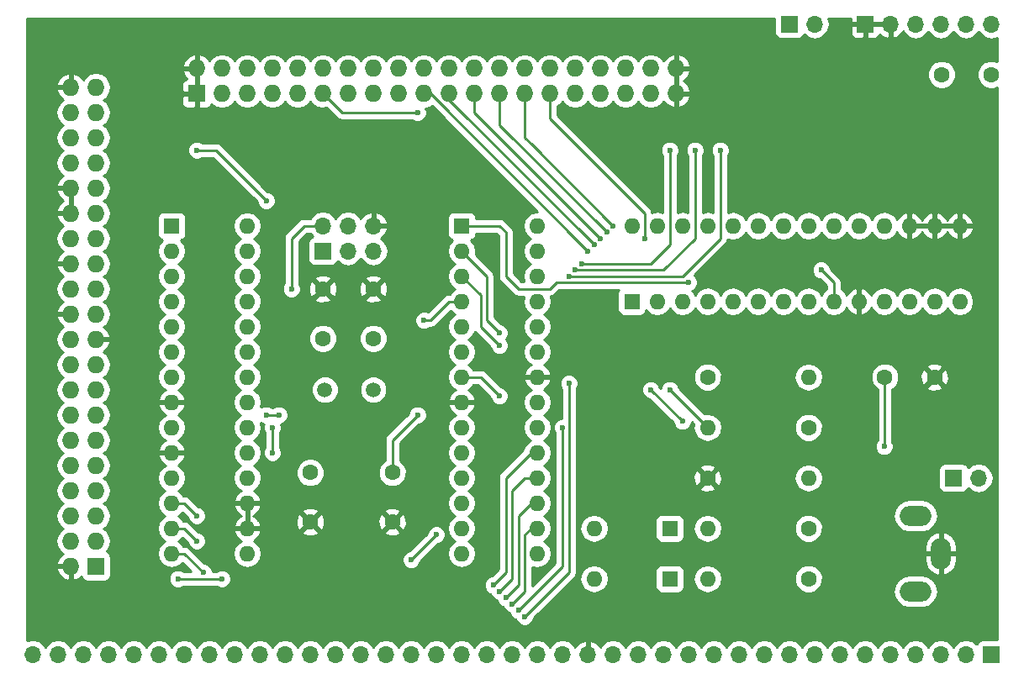
<source format=gbl>
G04 #@! TF.FileFunction,Copper,L2,Bot,Signal*
%FSLAX46Y46*%
G04 Gerber Fmt 4.6, Leading zero omitted, Abs format (unit mm)*
G04 Created by KiCad (PCBNEW 4.0.6) date 06/11/17 20:17:23*
%MOMM*%
%LPD*%
G01*
G04 APERTURE LIST*
%ADD10C,0.100000*%
%ADD11R,1.600000X1.600000*%
%ADD12O,1.600000X1.600000*%
%ADD13C,1.600000*%
%ADD14R,1.700000X1.700000*%
%ADD15O,1.700000X1.700000*%
%ADD16R,1.727200X1.727200*%
%ADD17O,1.727200X1.727200*%
%ADD18C,1.500000*%
%ADD19O,3.197860X1.998980*%
%ADD20O,1.998980X3.197860*%
%ADD21C,0.600000*%
%ADD22C,0.250000*%
%ADD23C,0.254000*%
G04 APERTURE END LIST*
D10*
D11*
X160655000Y-102870000D03*
D12*
X168275000Y-135890000D03*
X160655000Y-105410000D03*
X168275000Y-133350000D03*
X160655000Y-107950000D03*
X168275000Y-130810000D03*
X160655000Y-110490000D03*
X168275000Y-128270000D03*
X160655000Y-113030000D03*
X168275000Y-125730000D03*
X160655000Y-115570000D03*
X168275000Y-123190000D03*
X160655000Y-118110000D03*
X168275000Y-120650000D03*
X160655000Y-120650000D03*
X168275000Y-118110000D03*
X160655000Y-123190000D03*
X168275000Y-115570000D03*
X160655000Y-125730000D03*
X168275000Y-113030000D03*
X160655000Y-128270000D03*
X168275000Y-110490000D03*
X160655000Y-130810000D03*
X168275000Y-107950000D03*
X160655000Y-133350000D03*
X168275000Y-105410000D03*
X160655000Y-135890000D03*
X168275000Y-102870000D03*
D13*
X153670000Y-132715000D03*
X153670000Y-127715000D03*
X213995000Y-87630000D03*
X208995000Y-87630000D03*
X151765000Y-109220000D03*
X151765000Y-114220000D03*
X146685000Y-109220000D03*
X146685000Y-114220000D03*
D11*
X181610000Y-133350000D03*
D12*
X173990000Y-133350000D03*
D11*
X181610000Y-138430000D03*
D12*
X173990000Y-138430000D03*
D14*
X213995000Y-146050000D03*
D15*
X211455000Y-146050000D03*
X208915000Y-146050000D03*
X206375000Y-146050000D03*
X203835000Y-146050000D03*
X201295000Y-146050000D03*
X198755000Y-146050000D03*
X196215000Y-146050000D03*
X193675000Y-146050000D03*
X191135000Y-146050000D03*
X188595000Y-146050000D03*
X186055000Y-146050000D03*
X183515000Y-146050000D03*
X180975000Y-146050000D03*
X178435000Y-146050000D03*
X175895000Y-146050000D03*
X173355000Y-146050000D03*
X170815000Y-146050000D03*
X168275000Y-146050000D03*
X165735000Y-146050000D03*
X163195000Y-146050000D03*
X160655000Y-146050000D03*
X158115000Y-146050000D03*
X155575000Y-146050000D03*
X153035000Y-146050000D03*
X150495000Y-146050000D03*
X147955000Y-146050000D03*
X145415000Y-146050000D03*
X142875000Y-146050000D03*
X140335000Y-146050000D03*
X137795000Y-146050000D03*
X135255000Y-146050000D03*
X132715000Y-146050000D03*
X130175000Y-146050000D03*
X127635000Y-146050000D03*
X125095000Y-146050000D03*
X122555000Y-146050000D03*
X120015000Y-146050000D03*
X117475000Y-146050000D03*
D16*
X123825000Y-137160000D03*
D17*
X121285000Y-137160000D03*
X123825000Y-134620000D03*
X121285000Y-134620000D03*
X123825000Y-132080000D03*
X121285000Y-132080000D03*
X123825000Y-129540000D03*
X121285000Y-129540000D03*
X123825000Y-127000000D03*
X121285000Y-127000000D03*
X123825000Y-124460000D03*
X121285000Y-124460000D03*
X123825000Y-121920000D03*
X121285000Y-121920000D03*
X123825000Y-119380000D03*
X121285000Y-119380000D03*
X123825000Y-116840000D03*
X121285000Y-116840000D03*
X123825000Y-114300000D03*
X121285000Y-114300000D03*
X123825000Y-111760000D03*
X121285000Y-111760000D03*
X123825000Y-109220000D03*
X121285000Y-109220000D03*
X123825000Y-106680000D03*
X121285000Y-106680000D03*
X123825000Y-104140000D03*
X121285000Y-104140000D03*
X123825000Y-101600000D03*
X121285000Y-101600000D03*
X123825000Y-99060000D03*
X121285000Y-99060000D03*
X123825000Y-96520000D03*
X121285000Y-96520000D03*
X123825000Y-93980000D03*
X121285000Y-93980000D03*
X123825000Y-91440000D03*
X121285000Y-91440000D03*
X123825000Y-88900000D03*
X121285000Y-88900000D03*
D14*
X201295000Y-82550000D03*
D15*
X203835000Y-82550000D03*
X206375000Y-82550000D03*
X208915000Y-82550000D03*
X211455000Y-82550000D03*
X213995000Y-82550000D03*
D14*
X146685000Y-105410000D03*
D15*
X146685000Y-102870000D03*
X149225000Y-105410000D03*
X149225000Y-102870000D03*
X151765000Y-105410000D03*
X151765000Y-102870000D03*
D14*
X193675000Y-82550000D03*
D15*
X196215000Y-82550000D03*
D13*
X195580000Y-133350000D03*
D12*
X185420000Y-133350000D03*
D13*
X195580000Y-138430000D03*
D12*
X185420000Y-138430000D03*
D13*
X185420000Y-128270000D03*
D12*
X195580000Y-128270000D03*
D13*
X195580000Y-123190000D03*
D12*
X185420000Y-123190000D03*
D18*
X151765000Y-119380000D03*
X146885000Y-119380000D03*
D14*
X210185000Y-128270000D03*
D15*
X212725000Y-128270000D03*
D16*
X133985000Y-89535000D03*
D17*
X133985000Y-86995000D03*
X136525000Y-89535000D03*
X136525000Y-86995000D03*
X139065000Y-89535000D03*
X139065000Y-86995000D03*
X141605000Y-89535000D03*
X141605000Y-86995000D03*
X144145000Y-89535000D03*
X144145000Y-86995000D03*
X146685000Y-89535000D03*
X146685000Y-86995000D03*
X149225000Y-89535000D03*
X149225000Y-86995000D03*
X151765000Y-89535000D03*
X151765000Y-86995000D03*
X154305000Y-89535000D03*
X154305000Y-86995000D03*
X156845000Y-89535000D03*
X156845000Y-86995000D03*
X159385000Y-89535000D03*
X159385000Y-86995000D03*
X161925000Y-89535000D03*
X161925000Y-86995000D03*
X164465000Y-89535000D03*
X164465000Y-86995000D03*
X167005000Y-89535000D03*
X167005000Y-86995000D03*
X169545000Y-89535000D03*
X169545000Y-86995000D03*
X172085000Y-89535000D03*
X172085000Y-86995000D03*
X174625000Y-89535000D03*
X174625000Y-86995000D03*
X177165000Y-89535000D03*
X177165000Y-86995000D03*
X179705000Y-89535000D03*
X179705000Y-86995000D03*
X182245000Y-89535000D03*
X182245000Y-86995000D03*
D13*
X185420000Y-118110000D03*
D12*
X195580000Y-118110000D03*
D11*
X177800000Y-110490000D03*
D12*
X210820000Y-102870000D03*
X180340000Y-110490000D03*
X208280000Y-102870000D03*
X182880000Y-110490000D03*
X205740000Y-102870000D03*
X185420000Y-110490000D03*
X203200000Y-102870000D03*
X187960000Y-110490000D03*
X200660000Y-102870000D03*
X190500000Y-110490000D03*
X198120000Y-102870000D03*
X193040000Y-110490000D03*
X195580000Y-102870000D03*
X195580000Y-110490000D03*
X193040000Y-102870000D03*
X198120000Y-110490000D03*
X190500000Y-102870000D03*
X200660000Y-110490000D03*
X187960000Y-102870000D03*
X203200000Y-110490000D03*
X185420000Y-102870000D03*
X205740000Y-110490000D03*
X182880000Y-102870000D03*
X208280000Y-110490000D03*
X180340000Y-102870000D03*
X210820000Y-110490000D03*
X177800000Y-102870000D03*
D11*
X131445000Y-102870000D03*
D12*
X139065000Y-135890000D03*
X131445000Y-105410000D03*
X139065000Y-133350000D03*
X131445000Y-107950000D03*
X139065000Y-130810000D03*
X131445000Y-110490000D03*
X139065000Y-128270000D03*
X131445000Y-113030000D03*
X139065000Y-125730000D03*
X131445000Y-115570000D03*
X139065000Y-123190000D03*
X131445000Y-118110000D03*
X139065000Y-120650000D03*
X131445000Y-120650000D03*
X139065000Y-118110000D03*
X131445000Y-123190000D03*
X139065000Y-115570000D03*
X131445000Y-125730000D03*
X139065000Y-113030000D03*
X131445000Y-128270000D03*
X139065000Y-110490000D03*
X131445000Y-130810000D03*
X139065000Y-107950000D03*
X131445000Y-133350000D03*
X139065000Y-105410000D03*
X131445000Y-135890000D03*
X139065000Y-102870000D03*
D13*
X145415000Y-132715000D03*
X145415000Y-127715000D03*
X208280000Y-118110000D03*
X203280000Y-118110000D03*
D19*
X206375000Y-132080000D03*
D20*
X208915000Y-135890000D03*
D19*
X206375000Y-139700000D03*
D21*
X143510000Y-109220000D03*
X164465000Y-120015000D03*
X203200000Y-125095000D03*
X196850000Y-107315000D03*
X156210000Y-121920000D03*
X171450000Y-118745000D03*
X167005000Y-142240000D03*
X181610000Y-119380000D03*
X164465000Y-113665000D03*
X132080000Y-138430000D03*
X136525000Y-138430000D03*
X155575000Y-136525000D03*
X158115000Y-133985000D03*
X140970000Y-121920000D03*
X142240000Y-121920000D03*
X156845000Y-112395000D03*
X140970000Y-100330000D03*
X133985000Y-95250000D03*
X141605000Y-125730000D03*
X141605000Y-123190000D03*
X183515000Y-108585000D03*
X166370000Y-141605000D03*
X170815000Y-123190000D03*
X182880000Y-122555000D03*
X179705000Y-119380000D03*
X164465000Y-114935000D03*
X164465000Y-139700000D03*
X134620000Y-137795000D03*
X163830000Y-139065000D03*
X133985000Y-132080000D03*
X165100000Y-140335000D03*
X133985000Y-134620000D03*
X156210000Y-91440000D03*
X186690000Y-95250000D03*
X171450000Y-107950000D03*
X172720000Y-106680000D03*
X181610000Y-95250000D03*
X184150000Y-95250000D03*
X172085000Y-107315000D03*
X173355000Y-105410000D03*
X173990000Y-104775000D03*
X174625000Y-104140000D03*
X175260000Y-103505000D03*
X175895000Y-102870000D03*
X179070000Y-104140000D03*
X165735000Y-140970000D03*
D22*
X146685000Y-102870000D02*
X144780000Y-102870000D01*
X143510000Y-104140000D02*
X143510000Y-109220000D01*
X144780000Y-102870000D02*
X143510000Y-104140000D01*
X162560000Y-118110000D02*
X160655000Y-118110000D01*
X164465000Y-120015000D02*
X162560000Y-118110000D01*
X203280000Y-125015000D02*
X203280000Y-118110000D01*
X203200000Y-125095000D02*
X203280000Y-125015000D01*
X198120000Y-108585000D02*
X198120000Y-110490000D01*
X196850000Y-107315000D02*
X198120000Y-108585000D01*
X153670000Y-127715000D02*
X153670000Y-124460000D01*
X153670000Y-124460000D02*
X156210000Y-121920000D01*
X167005000Y-142240000D02*
X171450000Y-137795000D01*
X171450000Y-120650000D02*
X171450000Y-137795000D01*
X171450000Y-120650000D02*
X171450000Y-118745000D01*
X160655000Y-105410000D02*
X163195000Y-107950000D01*
X181610000Y-119380000D02*
X185420000Y-123190000D01*
X163195000Y-112395000D02*
X164465000Y-113665000D01*
X163195000Y-107950000D02*
X163195000Y-112395000D01*
X136525000Y-138430000D02*
X132080000Y-138430000D01*
X158115000Y-133985000D02*
X155575000Y-136525000D01*
X160655000Y-110490000D02*
X159385000Y-110490000D01*
X140970000Y-121920000D02*
X142240000Y-121920000D01*
X157480000Y-112395000D02*
X156845000Y-112395000D01*
X159385000Y-110490000D02*
X157480000Y-112395000D01*
X135890000Y-95250000D02*
X140970000Y-100330000D01*
X133985000Y-95250000D02*
X135890000Y-95250000D01*
X141605000Y-123190000D02*
X141605000Y-125730000D01*
X164465000Y-102870000D02*
X160655000Y-102870000D01*
X165100000Y-103505000D02*
X164465000Y-102870000D01*
X165100000Y-107950000D02*
X165100000Y-103505000D01*
X166370000Y-109220000D02*
X165100000Y-107950000D01*
X169545000Y-109220000D02*
X166370000Y-109220000D01*
X170180000Y-108585000D02*
X169545000Y-109220000D01*
X183515000Y-108585000D02*
X170180000Y-108585000D01*
X166370000Y-141605000D02*
X170815000Y-137160000D01*
X170815000Y-123190000D02*
X170815000Y-137160000D01*
X160655000Y-107950000D02*
X162560000Y-109855000D01*
X179705000Y-119380000D02*
X182880000Y-122555000D01*
X162560000Y-113030000D02*
X164465000Y-114935000D01*
X162560000Y-109855000D02*
X162560000Y-113030000D01*
X165735000Y-138430000D02*
X164465000Y-139700000D01*
X168275000Y-128270000D02*
X167005000Y-128270000D01*
X165735000Y-129540000D02*
X165735000Y-137795000D01*
X167005000Y-128270000D02*
X165735000Y-129540000D01*
X165735000Y-137795000D02*
X165735000Y-138430000D01*
X132715000Y-135890000D02*
X131445000Y-135890000D01*
X134620000Y-137795000D02*
X132715000Y-135890000D01*
X167640000Y-125730000D02*
X165100000Y-128270000D01*
X165100000Y-128270000D02*
X165100000Y-137795000D01*
X163830000Y-139065000D02*
X165100000Y-137795000D01*
X132715000Y-130810000D02*
X131445000Y-130810000D01*
X133985000Y-132080000D02*
X132715000Y-130810000D01*
X168275000Y-125730000D02*
X167640000Y-125730000D01*
X166370000Y-139065000D02*
X165100000Y-140335000D01*
X167640000Y-130810000D02*
X166370000Y-132080000D01*
X166370000Y-132080000D02*
X166370000Y-137795000D01*
X166370000Y-137795000D02*
X166370000Y-139065000D01*
X132715000Y-133350000D02*
X131445000Y-133350000D01*
X133985000Y-134620000D02*
X132715000Y-133350000D01*
X168275000Y-130810000D02*
X167640000Y-130810000D01*
X147955000Y-90805000D02*
X148590000Y-91440000D01*
X148590000Y-91440000D02*
X156210000Y-91440000D01*
X147955000Y-90805000D02*
X146685000Y-89535000D01*
X172720000Y-107950000D02*
X171450000Y-107950000D01*
X186690000Y-95250000D02*
X186690000Y-104140000D01*
X186690000Y-104140000D02*
X182880000Y-107950000D01*
X182880000Y-107950000D02*
X172720000Y-107950000D01*
X179705000Y-106680000D02*
X181610000Y-104775000D01*
X172720000Y-106680000D02*
X179705000Y-106680000D01*
X181610000Y-95250000D02*
X181610000Y-104775000D01*
X180340000Y-89535000D02*
X179705000Y-89535000D01*
X173355000Y-107315000D02*
X172085000Y-107315000D01*
X184150000Y-95250000D02*
X184150000Y-104140000D01*
X184150000Y-104140000D02*
X180975000Y-107315000D01*
X180975000Y-107315000D02*
X173355000Y-107315000D01*
X157480000Y-89535000D02*
X173355000Y-105410000D01*
X156845000Y-89535000D02*
X157480000Y-89535000D01*
X159385000Y-90170000D02*
X173990000Y-104775000D01*
X159385000Y-89535000D02*
X159385000Y-90170000D01*
X161925000Y-91440000D02*
X174625000Y-104140000D01*
X161925000Y-89535000D02*
X161925000Y-91440000D01*
X164465000Y-92710000D02*
X175260000Y-103505000D01*
X164465000Y-89535000D02*
X164465000Y-92710000D01*
X164465000Y-89535000D02*
X164465000Y-90170000D01*
X167640000Y-94615000D02*
X175895000Y-102870000D01*
X167005000Y-89535000D02*
X167005000Y-93980000D01*
X167640000Y-94615000D02*
X167005000Y-93980000D01*
X169545000Y-89535000D02*
X169545000Y-92075000D01*
X179070000Y-101600000D02*
X179070000Y-104140000D01*
X169545000Y-92075000D02*
X179070000Y-101600000D01*
X167005000Y-139700000D02*
X165735000Y-140970000D01*
X167640000Y-133350000D02*
X167005000Y-133985000D01*
X167005000Y-133985000D02*
X167005000Y-137795000D01*
X167005000Y-137795000D02*
X167005000Y-139700000D01*
X168275000Y-133350000D02*
X167640000Y-133350000D01*
D23*
G36*
X192177560Y-83400000D02*
X192221838Y-83635317D01*
X192360910Y-83851441D01*
X192573110Y-83996431D01*
X192825000Y-84047440D01*
X194525000Y-84047440D01*
X194760317Y-84003162D01*
X194976441Y-83864090D01*
X195121431Y-83651890D01*
X195135086Y-83584459D01*
X195164946Y-83629147D01*
X195646715Y-83951054D01*
X196215000Y-84064093D01*
X196783285Y-83951054D01*
X197265054Y-83629147D01*
X197586961Y-83147378D01*
X197648947Y-82835750D01*
X199810000Y-82835750D01*
X199810000Y-83526309D01*
X199906673Y-83759698D01*
X200085301Y-83938327D01*
X200318690Y-84035000D01*
X201009250Y-84035000D01*
X201168000Y-83876250D01*
X201168000Y-82677000D01*
X201422000Y-82677000D01*
X201422000Y-83876250D01*
X201580750Y-84035000D01*
X202271310Y-84035000D01*
X202504699Y-83938327D01*
X202683327Y-83759698D01*
X202770136Y-83550122D01*
X203068076Y-83821645D01*
X203478110Y-83991476D01*
X203708000Y-83870155D01*
X203708000Y-82677000D01*
X201422000Y-82677000D01*
X201168000Y-82677000D01*
X199968750Y-82677000D01*
X199810000Y-82835750D01*
X197648947Y-82835750D01*
X197700000Y-82579093D01*
X197700000Y-82520907D01*
X197594396Y-81990000D01*
X199810000Y-81990000D01*
X199810000Y-82264250D01*
X199968750Y-82423000D01*
X201168000Y-82423000D01*
X201168000Y-82403000D01*
X201422000Y-82403000D01*
X201422000Y-82423000D01*
X203708000Y-82423000D01*
X203708000Y-82403000D01*
X203962000Y-82403000D01*
X203962000Y-82423000D01*
X203982000Y-82423000D01*
X203982000Y-82677000D01*
X203962000Y-82677000D01*
X203962000Y-83870155D01*
X204191890Y-83991476D01*
X204601924Y-83821645D01*
X205030183Y-83431358D01*
X205097298Y-83288447D01*
X205324946Y-83629147D01*
X205806715Y-83951054D01*
X206375000Y-84064093D01*
X206943285Y-83951054D01*
X207425054Y-83629147D01*
X207645000Y-83299974D01*
X207864946Y-83629147D01*
X208346715Y-83951054D01*
X208915000Y-84064093D01*
X209483285Y-83951054D01*
X209965054Y-83629147D01*
X210185000Y-83299974D01*
X210404946Y-83629147D01*
X210886715Y-83951054D01*
X211455000Y-84064093D01*
X212023285Y-83951054D01*
X212505054Y-83629147D01*
X212725000Y-83299974D01*
X212944946Y-83629147D01*
X213426715Y-83951054D01*
X213995000Y-84064093D01*
X214555000Y-83952702D01*
X214555000Y-86308738D01*
X214281691Y-86195250D01*
X213710813Y-86194752D01*
X213183200Y-86412757D01*
X212779176Y-86816077D01*
X212560250Y-87343309D01*
X212559752Y-87914187D01*
X212777757Y-88441800D01*
X213181077Y-88845824D01*
X213708309Y-89064750D01*
X214279187Y-89065248D01*
X214555000Y-88951285D01*
X214555000Y-144552560D01*
X213145000Y-144552560D01*
X212909683Y-144596838D01*
X212693559Y-144735910D01*
X212548569Y-144948110D01*
X212534914Y-145015541D01*
X212505054Y-144970853D01*
X212023285Y-144648946D01*
X211455000Y-144535907D01*
X210886715Y-144648946D01*
X210404946Y-144970853D01*
X210185000Y-145300026D01*
X209965054Y-144970853D01*
X209483285Y-144648946D01*
X208915000Y-144535907D01*
X208346715Y-144648946D01*
X207864946Y-144970853D01*
X207645000Y-145300026D01*
X207425054Y-144970853D01*
X206943285Y-144648946D01*
X206375000Y-144535907D01*
X205806715Y-144648946D01*
X205324946Y-144970853D01*
X205105000Y-145300026D01*
X204885054Y-144970853D01*
X204403285Y-144648946D01*
X203835000Y-144535907D01*
X203266715Y-144648946D01*
X202784946Y-144970853D01*
X202565000Y-145300026D01*
X202345054Y-144970853D01*
X201863285Y-144648946D01*
X201295000Y-144535907D01*
X200726715Y-144648946D01*
X200244946Y-144970853D01*
X200025000Y-145300026D01*
X199805054Y-144970853D01*
X199323285Y-144648946D01*
X198755000Y-144535907D01*
X198186715Y-144648946D01*
X197704946Y-144970853D01*
X197485000Y-145300026D01*
X197265054Y-144970853D01*
X196783285Y-144648946D01*
X196215000Y-144535907D01*
X195646715Y-144648946D01*
X195164946Y-144970853D01*
X194945000Y-145300026D01*
X194725054Y-144970853D01*
X194243285Y-144648946D01*
X193675000Y-144535907D01*
X193106715Y-144648946D01*
X192624946Y-144970853D01*
X192405000Y-145300026D01*
X192185054Y-144970853D01*
X191703285Y-144648946D01*
X191135000Y-144535907D01*
X190566715Y-144648946D01*
X190084946Y-144970853D01*
X189865000Y-145300026D01*
X189645054Y-144970853D01*
X189163285Y-144648946D01*
X188595000Y-144535907D01*
X188026715Y-144648946D01*
X187544946Y-144970853D01*
X187325000Y-145300026D01*
X187105054Y-144970853D01*
X186623285Y-144648946D01*
X186055000Y-144535907D01*
X185486715Y-144648946D01*
X185004946Y-144970853D01*
X184785000Y-145300026D01*
X184565054Y-144970853D01*
X184083285Y-144648946D01*
X183515000Y-144535907D01*
X182946715Y-144648946D01*
X182464946Y-144970853D01*
X182245000Y-145300026D01*
X182025054Y-144970853D01*
X181543285Y-144648946D01*
X180975000Y-144535907D01*
X180406715Y-144648946D01*
X179924946Y-144970853D01*
X179705000Y-145300026D01*
X179485054Y-144970853D01*
X179003285Y-144648946D01*
X178435000Y-144535907D01*
X177866715Y-144648946D01*
X177384946Y-144970853D01*
X177165000Y-145300026D01*
X176945054Y-144970853D01*
X176463285Y-144648946D01*
X175895000Y-144535907D01*
X175326715Y-144648946D01*
X174844946Y-144970853D01*
X174617298Y-145311553D01*
X174550183Y-145168642D01*
X174121924Y-144778355D01*
X173711890Y-144608524D01*
X173482000Y-144729845D01*
X173482000Y-145923000D01*
X173502000Y-145923000D01*
X173502000Y-146177000D01*
X173482000Y-146177000D01*
X173482000Y-146197000D01*
X173228000Y-146197000D01*
X173228000Y-146177000D01*
X173208000Y-146177000D01*
X173208000Y-145923000D01*
X173228000Y-145923000D01*
X173228000Y-144729845D01*
X172998110Y-144608524D01*
X172588076Y-144778355D01*
X172159817Y-145168642D01*
X172092702Y-145311553D01*
X171865054Y-144970853D01*
X171383285Y-144648946D01*
X170815000Y-144535907D01*
X170246715Y-144648946D01*
X169764946Y-144970853D01*
X169545000Y-145300026D01*
X169325054Y-144970853D01*
X168843285Y-144648946D01*
X168275000Y-144535907D01*
X167706715Y-144648946D01*
X167224946Y-144970853D01*
X167005000Y-145300026D01*
X166785054Y-144970853D01*
X166303285Y-144648946D01*
X165735000Y-144535907D01*
X165166715Y-144648946D01*
X164684946Y-144970853D01*
X164465000Y-145300026D01*
X164245054Y-144970853D01*
X163763285Y-144648946D01*
X163195000Y-144535907D01*
X162626715Y-144648946D01*
X162144946Y-144970853D01*
X161925000Y-145300026D01*
X161705054Y-144970853D01*
X161223285Y-144648946D01*
X160655000Y-144535907D01*
X160086715Y-144648946D01*
X159604946Y-144970853D01*
X159385000Y-145300026D01*
X159165054Y-144970853D01*
X158683285Y-144648946D01*
X158115000Y-144535907D01*
X157546715Y-144648946D01*
X157064946Y-144970853D01*
X156845000Y-145300026D01*
X156625054Y-144970853D01*
X156143285Y-144648946D01*
X155575000Y-144535907D01*
X155006715Y-144648946D01*
X154524946Y-144970853D01*
X154305000Y-145300026D01*
X154085054Y-144970853D01*
X153603285Y-144648946D01*
X153035000Y-144535907D01*
X152466715Y-144648946D01*
X151984946Y-144970853D01*
X151765000Y-145300026D01*
X151545054Y-144970853D01*
X151063285Y-144648946D01*
X150495000Y-144535907D01*
X149926715Y-144648946D01*
X149444946Y-144970853D01*
X149225000Y-145300026D01*
X149005054Y-144970853D01*
X148523285Y-144648946D01*
X147955000Y-144535907D01*
X147386715Y-144648946D01*
X146904946Y-144970853D01*
X146685000Y-145300026D01*
X146465054Y-144970853D01*
X145983285Y-144648946D01*
X145415000Y-144535907D01*
X144846715Y-144648946D01*
X144364946Y-144970853D01*
X144145000Y-145300026D01*
X143925054Y-144970853D01*
X143443285Y-144648946D01*
X142875000Y-144535907D01*
X142306715Y-144648946D01*
X141824946Y-144970853D01*
X141605000Y-145300026D01*
X141385054Y-144970853D01*
X140903285Y-144648946D01*
X140335000Y-144535907D01*
X139766715Y-144648946D01*
X139284946Y-144970853D01*
X139065000Y-145300026D01*
X138845054Y-144970853D01*
X138363285Y-144648946D01*
X137795000Y-144535907D01*
X137226715Y-144648946D01*
X136744946Y-144970853D01*
X136525000Y-145300026D01*
X136305054Y-144970853D01*
X135823285Y-144648946D01*
X135255000Y-144535907D01*
X134686715Y-144648946D01*
X134204946Y-144970853D01*
X133985000Y-145300026D01*
X133765054Y-144970853D01*
X133283285Y-144648946D01*
X132715000Y-144535907D01*
X132146715Y-144648946D01*
X131664946Y-144970853D01*
X131445000Y-145300026D01*
X131225054Y-144970853D01*
X130743285Y-144648946D01*
X130175000Y-144535907D01*
X129606715Y-144648946D01*
X129124946Y-144970853D01*
X128905000Y-145300026D01*
X128685054Y-144970853D01*
X128203285Y-144648946D01*
X127635000Y-144535907D01*
X127066715Y-144648946D01*
X126584946Y-144970853D01*
X126365000Y-145300026D01*
X126145054Y-144970853D01*
X125663285Y-144648946D01*
X125095000Y-144535907D01*
X124526715Y-144648946D01*
X124044946Y-144970853D01*
X123825000Y-145300026D01*
X123605054Y-144970853D01*
X123123285Y-144648946D01*
X122555000Y-144535907D01*
X121986715Y-144648946D01*
X121504946Y-144970853D01*
X121285000Y-145300026D01*
X121065054Y-144970853D01*
X120583285Y-144648946D01*
X120015000Y-144535907D01*
X119446715Y-144648946D01*
X118964946Y-144970853D01*
X118745000Y-145300026D01*
X118525054Y-144970853D01*
X118043285Y-144648946D01*
X117475000Y-144535907D01*
X116915000Y-144647298D01*
X116915000Y-137519027D01*
X119830032Y-137519027D01*
X120078179Y-138048490D01*
X120510053Y-138442688D01*
X120925974Y-138614958D01*
X121158000Y-138493817D01*
X121158000Y-137287000D01*
X119950531Y-137287000D01*
X119830032Y-137519027D01*
X116915000Y-137519027D01*
X116915000Y-99419027D01*
X119830032Y-99419027D01*
X120078179Y-99948490D01*
X120496152Y-100330000D01*
X120078179Y-100711510D01*
X119830032Y-101240973D01*
X119950531Y-101473000D01*
X121158000Y-101473000D01*
X121158000Y-99187000D01*
X119950531Y-99187000D01*
X119830032Y-99419027D01*
X116915000Y-99419027D01*
X116915000Y-91410641D01*
X119786400Y-91410641D01*
X119786400Y-91469359D01*
X119900474Y-92042848D01*
X120225330Y-92529029D01*
X120496172Y-92710000D01*
X120225330Y-92890971D01*
X119900474Y-93377152D01*
X119786400Y-93950641D01*
X119786400Y-94009359D01*
X119900474Y-94582848D01*
X120225330Y-95069029D01*
X120496172Y-95250000D01*
X120225330Y-95430971D01*
X119900474Y-95917152D01*
X119786400Y-96490641D01*
X119786400Y-96549359D01*
X119900474Y-97122848D01*
X120225330Y-97609029D01*
X120496161Y-97789992D01*
X120078179Y-98171510D01*
X119830032Y-98700973D01*
X119950531Y-98933000D01*
X121158000Y-98933000D01*
X121158000Y-98913000D01*
X121412000Y-98913000D01*
X121412000Y-98933000D01*
X121432000Y-98933000D01*
X121432000Y-99187000D01*
X121412000Y-99187000D01*
X121412000Y-101473000D01*
X121432000Y-101473000D01*
X121432000Y-101727000D01*
X121412000Y-101727000D01*
X121412000Y-101747000D01*
X121158000Y-101747000D01*
X121158000Y-101727000D01*
X119950531Y-101727000D01*
X119830032Y-101959027D01*
X120078179Y-102488490D01*
X120496161Y-102870008D01*
X120225330Y-103050971D01*
X119900474Y-103537152D01*
X119786400Y-104110641D01*
X119786400Y-104169359D01*
X119900474Y-104742848D01*
X120225330Y-105229029D01*
X120496161Y-105409992D01*
X120078179Y-105791510D01*
X119830032Y-106320973D01*
X119950531Y-106553000D01*
X121158000Y-106553000D01*
X121158000Y-106533000D01*
X121412000Y-106533000D01*
X121412000Y-106553000D01*
X121432000Y-106553000D01*
X121432000Y-106807000D01*
X121412000Y-106807000D01*
X121412000Y-106827000D01*
X121158000Y-106827000D01*
X121158000Y-106807000D01*
X119950531Y-106807000D01*
X119830032Y-107039027D01*
X120078179Y-107568490D01*
X120496161Y-107950008D01*
X120225330Y-108130971D01*
X119900474Y-108617152D01*
X119786400Y-109190641D01*
X119786400Y-109249359D01*
X119900474Y-109822848D01*
X120225330Y-110309029D01*
X120496161Y-110489992D01*
X120078179Y-110871510D01*
X119830032Y-111400973D01*
X119950531Y-111633000D01*
X121158000Y-111633000D01*
X121158000Y-111613000D01*
X121412000Y-111613000D01*
X121412000Y-111633000D01*
X121432000Y-111633000D01*
X121432000Y-111887000D01*
X121412000Y-111887000D01*
X121412000Y-111907000D01*
X121158000Y-111907000D01*
X121158000Y-111887000D01*
X119950531Y-111887000D01*
X119830032Y-112119027D01*
X120078179Y-112648490D01*
X120496161Y-113030008D01*
X120225330Y-113210971D01*
X119900474Y-113697152D01*
X119786400Y-114270641D01*
X119786400Y-114329359D01*
X119900474Y-114902848D01*
X120225330Y-115389029D01*
X120496172Y-115570000D01*
X120225330Y-115750971D01*
X119900474Y-116237152D01*
X119786400Y-116810641D01*
X119786400Y-116869359D01*
X119900474Y-117442848D01*
X120225330Y-117929029D01*
X120496172Y-118110000D01*
X120225330Y-118290971D01*
X119900474Y-118777152D01*
X119786400Y-119350641D01*
X119786400Y-119409359D01*
X119900474Y-119982848D01*
X120225330Y-120469029D01*
X120496172Y-120650000D01*
X120225330Y-120830971D01*
X119900474Y-121317152D01*
X119786400Y-121890641D01*
X119786400Y-121949359D01*
X119900474Y-122522848D01*
X120225330Y-123009029D01*
X120496172Y-123190000D01*
X120225330Y-123370971D01*
X119900474Y-123857152D01*
X119786400Y-124430641D01*
X119786400Y-124489359D01*
X119900474Y-125062848D01*
X120225330Y-125549029D01*
X120496172Y-125730000D01*
X120225330Y-125910971D01*
X119900474Y-126397152D01*
X119786400Y-126970641D01*
X119786400Y-127029359D01*
X119900474Y-127602848D01*
X120225330Y-128089029D01*
X120496172Y-128270000D01*
X120225330Y-128450971D01*
X119900474Y-128937152D01*
X119786400Y-129510641D01*
X119786400Y-129569359D01*
X119900474Y-130142848D01*
X120225330Y-130629029D01*
X120496172Y-130810000D01*
X120225330Y-130990971D01*
X119900474Y-131477152D01*
X119786400Y-132050641D01*
X119786400Y-132109359D01*
X119900474Y-132682848D01*
X120225330Y-133169029D01*
X120496172Y-133350000D01*
X120225330Y-133530971D01*
X119900474Y-134017152D01*
X119786400Y-134590641D01*
X119786400Y-134649359D01*
X119900474Y-135222848D01*
X120225330Y-135709029D01*
X120496161Y-135889992D01*
X120078179Y-136271510D01*
X119830032Y-136800973D01*
X119950531Y-137033000D01*
X121158000Y-137033000D01*
X121158000Y-137013000D01*
X121412000Y-137013000D01*
X121412000Y-137033000D01*
X121432000Y-137033000D01*
X121432000Y-137287000D01*
X121412000Y-137287000D01*
X121412000Y-138493817D01*
X121644026Y-138614958D01*
X122059947Y-138442688D01*
X122344027Y-138183391D01*
X122358238Y-138258917D01*
X122497310Y-138475041D01*
X122709510Y-138620031D01*
X122961400Y-138671040D01*
X124688600Y-138671040D01*
X124923917Y-138626762D01*
X125140041Y-138487690D01*
X125285031Y-138275490D01*
X125336040Y-138023600D01*
X125336040Y-136296400D01*
X125291762Y-136061083D01*
X125152690Y-135844959D01*
X124940490Y-135699969D01*
X124896655Y-135691092D01*
X125209526Y-135222848D01*
X125323600Y-134649359D01*
X125323600Y-134590641D01*
X125209526Y-134017152D01*
X124884670Y-133530971D01*
X124613828Y-133350000D01*
X124884670Y-133169029D01*
X125209526Y-132682848D01*
X125323600Y-132109359D01*
X125323600Y-132050641D01*
X125209526Y-131477152D01*
X124884670Y-130990971D01*
X124613828Y-130810000D01*
X124884670Y-130629029D01*
X125209526Y-130142848D01*
X125323600Y-129569359D01*
X125323600Y-129510641D01*
X125209526Y-128937152D01*
X124884670Y-128450971D01*
X124613828Y-128270000D01*
X129981887Y-128270000D01*
X130091120Y-128819151D01*
X130402189Y-129284698D01*
X130784275Y-129540000D01*
X130402189Y-129795302D01*
X130091120Y-130260849D01*
X129981887Y-130810000D01*
X130091120Y-131359151D01*
X130402189Y-131824698D01*
X130784275Y-132080000D01*
X130402189Y-132335302D01*
X130091120Y-132800849D01*
X129981887Y-133350000D01*
X130091120Y-133899151D01*
X130402189Y-134364698D01*
X130784275Y-134620000D01*
X130402189Y-134875302D01*
X130091120Y-135340849D01*
X129981887Y-135890000D01*
X130091120Y-136439151D01*
X130402189Y-136904698D01*
X130867736Y-137215767D01*
X131416887Y-137325000D01*
X131473113Y-137325000D01*
X132022264Y-137215767D01*
X132487811Y-136904698D01*
X132554736Y-136804538D01*
X133420198Y-137670000D01*
X132642463Y-137670000D01*
X132610327Y-137637808D01*
X132266799Y-137495162D01*
X131894833Y-137494838D01*
X131551057Y-137636883D01*
X131287808Y-137899673D01*
X131145162Y-138243201D01*
X131144838Y-138615167D01*
X131286883Y-138958943D01*
X131549673Y-139222192D01*
X131893201Y-139364838D01*
X132265167Y-139365162D01*
X132608943Y-139223117D01*
X132642118Y-139190000D01*
X135962537Y-139190000D01*
X135994673Y-139222192D01*
X136338201Y-139364838D01*
X136710167Y-139365162D01*
X136988476Y-139250167D01*
X162894838Y-139250167D01*
X163036883Y-139593943D01*
X163299673Y-139857192D01*
X163563554Y-139966765D01*
X163671883Y-140228943D01*
X163934673Y-140492192D01*
X164198554Y-140601765D01*
X164306883Y-140863943D01*
X164569673Y-141127192D01*
X164833554Y-141236765D01*
X164941883Y-141498943D01*
X165204673Y-141762192D01*
X165468554Y-141871765D01*
X165576883Y-142133943D01*
X165839673Y-142397192D01*
X166103554Y-142506765D01*
X166211883Y-142768943D01*
X166474673Y-143032192D01*
X166818201Y-143174838D01*
X167190167Y-143175162D01*
X167533943Y-143033117D01*
X167797192Y-142770327D01*
X167939838Y-142426799D01*
X167939879Y-142379923D01*
X171889802Y-138430000D01*
X172526887Y-138430000D01*
X172636120Y-138979151D01*
X172947189Y-139444698D01*
X173412736Y-139755767D01*
X173961887Y-139865000D01*
X174018113Y-139865000D01*
X174567264Y-139755767D01*
X175032811Y-139444698D01*
X175343880Y-138979151D01*
X175453113Y-138430000D01*
X175343880Y-137880849D01*
X175176268Y-137630000D01*
X180162560Y-137630000D01*
X180162560Y-139230000D01*
X180206838Y-139465317D01*
X180345910Y-139681441D01*
X180558110Y-139826431D01*
X180810000Y-139877440D01*
X182410000Y-139877440D01*
X182645317Y-139833162D01*
X182861441Y-139694090D01*
X183006431Y-139481890D01*
X183057440Y-139230000D01*
X183057440Y-138430000D01*
X183956887Y-138430000D01*
X184066120Y-138979151D01*
X184377189Y-139444698D01*
X184842736Y-139755767D01*
X185391887Y-139865000D01*
X185448113Y-139865000D01*
X185997264Y-139755767D01*
X186462811Y-139444698D01*
X186773880Y-138979151D01*
X186826584Y-138714187D01*
X194144752Y-138714187D01*
X194362757Y-139241800D01*
X194766077Y-139645824D01*
X195293309Y-139864750D01*
X195864187Y-139865248D01*
X196264118Y-139700000D01*
X204097305Y-139700000D01*
X204221723Y-140325492D01*
X204576036Y-140855759D01*
X205106303Y-141210072D01*
X205731795Y-141334490D01*
X207018205Y-141334490D01*
X207643697Y-141210072D01*
X208173964Y-140855759D01*
X208528277Y-140325492D01*
X208652695Y-139700000D01*
X208528277Y-139074508D01*
X208173964Y-138544241D01*
X207643697Y-138189928D01*
X207018205Y-138065510D01*
X205731795Y-138065510D01*
X205106303Y-138189928D01*
X204576036Y-138544241D01*
X204221723Y-139074508D01*
X204097305Y-139700000D01*
X196264118Y-139700000D01*
X196391800Y-139647243D01*
X196795824Y-139243923D01*
X197014750Y-138716691D01*
X197015248Y-138145813D01*
X196797243Y-137618200D01*
X196393923Y-137214176D01*
X195866691Y-136995250D01*
X195295813Y-136994752D01*
X194768200Y-137212757D01*
X194364176Y-137616077D01*
X194145250Y-138143309D01*
X194144752Y-138714187D01*
X186826584Y-138714187D01*
X186883113Y-138430000D01*
X186773880Y-137880849D01*
X186462811Y-137415302D01*
X185997264Y-137104233D01*
X185448113Y-136995000D01*
X185391887Y-136995000D01*
X184842736Y-137104233D01*
X184377189Y-137415302D01*
X184066120Y-137880849D01*
X183956887Y-138430000D01*
X183057440Y-138430000D01*
X183057440Y-137630000D01*
X183013162Y-137394683D01*
X182874090Y-137178559D01*
X182661890Y-137033569D01*
X182410000Y-136982560D01*
X180810000Y-136982560D01*
X180574683Y-137026838D01*
X180358559Y-137165910D01*
X180213569Y-137378110D01*
X180162560Y-137630000D01*
X175176268Y-137630000D01*
X175032811Y-137415302D01*
X174567264Y-137104233D01*
X174018113Y-136995000D01*
X173961887Y-136995000D01*
X173412736Y-137104233D01*
X172947189Y-137415302D01*
X172636120Y-137880849D01*
X172526887Y-138430000D01*
X171889802Y-138430000D01*
X171987401Y-138332401D01*
X172152148Y-138085840D01*
X172210000Y-137795000D01*
X172210000Y-136017000D01*
X207280510Y-136017000D01*
X207280510Y-136616440D01*
X207453529Y-137232265D01*
X207849044Y-137735002D01*
X208406841Y-138048113D01*
X208534646Y-138079059D01*
X208788000Y-137959705D01*
X208788000Y-136017000D01*
X209042000Y-136017000D01*
X209042000Y-137959705D01*
X209295354Y-138079059D01*
X209423159Y-138048113D01*
X209980956Y-137735002D01*
X210376471Y-137232265D01*
X210549490Y-136616440D01*
X210549490Y-136017000D01*
X209042000Y-136017000D01*
X208788000Y-136017000D01*
X207280510Y-136017000D01*
X172210000Y-136017000D01*
X172210000Y-135163560D01*
X207280510Y-135163560D01*
X207280510Y-135763000D01*
X208788000Y-135763000D01*
X208788000Y-133820295D01*
X209042000Y-133820295D01*
X209042000Y-135763000D01*
X210549490Y-135763000D01*
X210549490Y-135163560D01*
X210376471Y-134547735D01*
X209980956Y-134044998D01*
X209423159Y-133731887D01*
X209295354Y-133700941D01*
X209042000Y-133820295D01*
X208788000Y-133820295D01*
X208534646Y-133700941D01*
X208406841Y-133731887D01*
X207849044Y-134044998D01*
X207453529Y-134547735D01*
X207280510Y-135163560D01*
X172210000Y-135163560D01*
X172210000Y-133350000D01*
X172526887Y-133350000D01*
X172636120Y-133899151D01*
X172947189Y-134364698D01*
X173412736Y-134675767D01*
X173961887Y-134785000D01*
X174018113Y-134785000D01*
X174567264Y-134675767D01*
X175032811Y-134364698D01*
X175343880Y-133899151D01*
X175453113Y-133350000D01*
X175343880Y-132800849D01*
X175176268Y-132550000D01*
X180162560Y-132550000D01*
X180162560Y-134150000D01*
X180206838Y-134385317D01*
X180345910Y-134601441D01*
X180558110Y-134746431D01*
X180810000Y-134797440D01*
X182410000Y-134797440D01*
X182645317Y-134753162D01*
X182861441Y-134614090D01*
X183006431Y-134401890D01*
X183057440Y-134150000D01*
X183057440Y-133350000D01*
X183956887Y-133350000D01*
X184066120Y-133899151D01*
X184377189Y-134364698D01*
X184842736Y-134675767D01*
X185391887Y-134785000D01*
X185448113Y-134785000D01*
X185997264Y-134675767D01*
X186462811Y-134364698D01*
X186773880Y-133899151D01*
X186826584Y-133634187D01*
X194144752Y-133634187D01*
X194362757Y-134161800D01*
X194766077Y-134565824D01*
X195293309Y-134784750D01*
X195864187Y-134785248D01*
X196391800Y-134567243D01*
X196795824Y-134163923D01*
X197014750Y-133636691D01*
X197015248Y-133065813D01*
X196797243Y-132538200D01*
X196393923Y-132134176D01*
X196263453Y-132080000D01*
X204097305Y-132080000D01*
X204221723Y-132705492D01*
X204576036Y-133235759D01*
X205106303Y-133590072D01*
X205731795Y-133714490D01*
X207018205Y-133714490D01*
X207643697Y-133590072D01*
X208173964Y-133235759D01*
X208528277Y-132705492D01*
X208652695Y-132080000D01*
X208528277Y-131454508D01*
X208173964Y-130924241D01*
X207643697Y-130569928D01*
X207018205Y-130445510D01*
X205731795Y-130445510D01*
X205106303Y-130569928D01*
X204576036Y-130924241D01*
X204221723Y-131454508D01*
X204097305Y-132080000D01*
X196263453Y-132080000D01*
X195866691Y-131915250D01*
X195295813Y-131914752D01*
X194768200Y-132132757D01*
X194364176Y-132536077D01*
X194145250Y-133063309D01*
X194144752Y-133634187D01*
X186826584Y-133634187D01*
X186883113Y-133350000D01*
X186773880Y-132800849D01*
X186462811Y-132335302D01*
X185997264Y-132024233D01*
X185448113Y-131915000D01*
X185391887Y-131915000D01*
X184842736Y-132024233D01*
X184377189Y-132335302D01*
X184066120Y-132800849D01*
X183956887Y-133350000D01*
X183057440Y-133350000D01*
X183057440Y-132550000D01*
X183013162Y-132314683D01*
X182874090Y-132098559D01*
X182661890Y-131953569D01*
X182410000Y-131902560D01*
X180810000Y-131902560D01*
X180574683Y-131946838D01*
X180358559Y-132085910D01*
X180213569Y-132298110D01*
X180162560Y-132550000D01*
X175176268Y-132550000D01*
X175032811Y-132335302D01*
X174567264Y-132024233D01*
X174018113Y-131915000D01*
X173961887Y-131915000D01*
X173412736Y-132024233D01*
X172947189Y-132335302D01*
X172636120Y-132800849D01*
X172526887Y-133350000D01*
X172210000Y-133350000D01*
X172210000Y-129277745D01*
X184591861Y-129277745D01*
X184665995Y-129523864D01*
X185203223Y-129716965D01*
X185773454Y-129689778D01*
X186174005Y-129523864D01*
X186248139Y-129277745D01*
X185420000Y-128449605D01*
X184591861Y-129277745D01*
X172210000Y-129277745D01*
X172210000Y-128053223D01*
X183973035Y-128053223D01*
X184000222Y-128623454D01*
X184166136Y-129024005D01*
X184412255Y-129098139D01*
X185240395Y-128270000D01*
X185599605Y-128270000D01*
X186427745Y-129098139D01*
X186673864Y-129024005D01*
X186866965Y-128486777D01*
X186856630Y-128270000D01*
X194116887Y-128270000D01*
X194226120Y-128819151D01*
X194537189Y-129284698D01*
X195002736Y-129595767D01*
X195551887Y-129705000D01*
X195608113Y-129705000D01*
X196157264Y-129595767D01*
X196622811Y-129284698D01*
X196933880Y-128819151D01*
X197043113Y-128270000D01*
X196933880Y-127720849D01*
X196732859Y-127420000D01*
X208687560Y-127420000D01*
X208687560Y-129120000D01*
X208731838Y-129355317D01*
X208870910Y-129571441D01*
X209083110Y-129716431D01*
X209335000Y-129767440D01*
X211035000Y-129767440D01*
X211270317Y-129723162D01*
X211486441Y-129584090D01*
X211631431Y-129371890D01*
X211645086Y-129304459D01*
X211674946Y-129349147D01*
X212156715Y-129671054D01*
X212725000Y-129784093D01*
X213293285Y-129671054D01*
X213775054Y-129349147D01*
X214096961Y-128867378D01*
X214210000Y-128299093D01*
X214210000Y-128240907D01*
X214096961Y-127672622D01*
X213775054Y-127190853D01*
X213293285Y-126868946D01*
X212725000Y-126755907D01*
X212156715Y-126868946D01*
X211674946Y-127190853D01*
X211647150Y-127232452D01*
X211638162Y-127184683D01*
X211499090Y-126968559D01*
X211286890Y-126823569D01*
X211035000Y-126772560D01*
X209335000Y-126772560D01*
X209099683Y-126816838D01*
X208883559Y-126955910D01*
X208738569Y-127168110D01*
X208687560Y-127420000D01*
X196732859Y-127420000D01*
X196622811Y-127255302D01*
X196157264Y-126944233D01*
X195608113Y-126835000D01*
X195551887Y-126835000D01*
X195002736Y-126944233D01*
X194537189Y-127255302D01*
X194226120Y-127720849D01*
X194116887Y-128270000D01*
X186856630Y-128270000D01*
X186839778Y-127916546D01*
X186673864Y-127515995D01*
X186427745Y-127441861D01*
X185599605Y-128270000D01*
X185240395Y-128270000D01*
X184412255Y-127441861D01*
X184166136Y-127515995D01*
X183973035Y-128053223D01*
X172210000Y-128053223D01*
X172210000Y-127262255D01*
X184591861Y-127262255D01*
X185420000Y-128090395D01*
X186248139Y-127262255D01*
X186174005Y-127016136D01*
X185636777Y-126823035D01*
X185066546Y-126850222D01*
X184665995Y-127016136D01*
X184591861Y-127262255D01*
X172210000Y-127262255D01*
X172210000Y-119565167D01*
X178769838Y-119565167D01*
X178911883Y-119908943D01*
X179174673Y-120172192D01*
X179518201Y-120314838D01*
X179565077Y-120314879D01*
X181944878Y-122694680D01*
X181944838Y-122740167D01*
X182086883Y-123083943D01*
X182349673Y-123347192D01*
X182693201Y-123489838D01*
X183065167Y-123490162D01*
X183408943Y-123348117D01*
X183672192Y-123085327D01*
X183814838Y-122741799D01*
X183814910Y-122659712D01*
X184021312Y-122866114D01*
X183956887Y-123190000D01*
X184066120Y-123739151D01*
X184377189Y-124204698D01*
X184842736Y-124515767D01*
X185391887Y-124625000D01*
X185448113Y-124625000D01*
X185997264Y-124515767D01*
X186462811Y-124204698D01*
X186773880Y-123739151D01*
X186826584Y-123474187D01*
X194144752Y-123474187D01*
X194362757Y-124001800D01*
X194766077Y-124405824D01*
X195293309Y-124624750D01*
X195864187Y-124625248D01*
X196391800Y-124407243D01*
X196795824Y-124003923D01*
X197014750Y-123476691D01*
X197015248Y-122905813D01*
X196797243Y-122378200D01*
X196393923Y-121974176D01*
X195866691Y-121755250D01*
X195295813Y-121754752D01*
X194768200Y-121972757D01*
X194364176Y-122376077D01*
X194145250Y-122903309D01*
X194144752Y-123474187D01*
X186826584Y-123474187D01*
X186883113Y-123190000D01*
X186773880Y-122640849D01*
X186462811Y-122175302D01*
X185997264Y-121864233D01*
X185448113Y-121755000D01*
X185391887Y-121755000D01*
X185114898Y-121810096D01*
X182545122Y-119240320D01*
X182545162Y-119194833D01*
X182403117Y-118851057D01*
X182140327Y-118587808D01*
X181796799Y-118445162D01*
X181424833Y-118444838D01*
X181081057Y-118586883D01*
X180817808Y-118849673D01*
X180675162Y-119193201D01*
X180675090Y-119275288D01*
X180640122Y-119240320D01*
X180640162Y-119194833D01*
X180498117Y-118851057D01*
X180235327Y-118587808D01*
X179891799Y-118445162D01*
X179519833Y-118444838D01*
X179176057Y-118586883D01*
X178912808Y-118849673D01*
X178770162Y-119193201D01*
X178769838Y-119565167D01*
X172210000Y-119565167D01*
X172210000Y-119307463D01*
X172242192Y-119275327D01*
X172384838Y-118931799D01*
X172385162Y-118559833D01*
X172316719Y-118394187D01*
X183984752Y-118394187D01*
X184202757Y-118921800D01*
X184606077Y-119325824D01*
X185133309Y-119544750D01*
X185704187Y-119545248D01*
X186231800Y-119327243D01*
X186635824Y-118923923D01*
X186854750Y-118396691D01*
X186855000Y-118110000D01*
X194116887Y-118110000D01*
X194226120Y-118659151D01*
X194537189Y-119124698D01*
X195002736Y-119435767D01*
X195551887Y-119545000D01*
X195608113Y-119545000D01*
X196157264Y-119435767D01*
X196622811Y-119124698D01*
X196933880Y-118659151D01*
X196986584Y-118394187D01*
X201844752Y-118394187D01*
X202062757Y-118921800D01*
X202466077Y-119325824D01*
X202520000Y-119348215D01*
X202520000Y-124452677D01*
X202407808Y-124564673D01*
X202265162Y-124908201D01*
X202264838Y-125280167D01*
X202406883Y-125623943D01*
X202669673Y-125887192D01*
X203013201Y-126029838D01*
X203385167Y-126030162D01*
X203728943Y-125888117D01*
X203992192Y-125625327D01*
X204134838Y-125281799D01*
X204135162Y-124909833D01*
X204040000Y-124679523D01*
X204040000Y-119348646D01*
X204091800Y-119327243D01*
X204301663Y-119117745D01*
X207451861Y-119117745D01*
X207525995Y-119363864D01*
X208063223Y-119556965D01*
X208633454Y-119529778D01*
X209034005Y-119363864D01*
X209108139Y-119117745D01*
X208280000Y-118289605D01*
X207451861Y-119117745D01*
X204301663Y-119117745D01*
X204495824Y-118923923D01*
X204714750Y-118396691D01*
X204715189Y-117893223D01*
X206833035Y-117893223D01*
X206860222Y-118463454D01*
X207026136Y-118864005D01*
X207272255Y-118938139D01*
X208100395Y-118110000D01*
X208459605Y-118110000D01*
X209287745Y-118938139D01*
X209533864Y-118864005D01*
X209726965Y-118326777D01*
X209699778Y-117756546D01*
X209533864Y-117355995D01*
X209287745Y-117281861D01*
X208459605Y-118110000D01*
X208100395Y-118110000D01*
X207272255Y-117281861D01*
X207026136Y-117355995D01*
X206833035Y-117893223D01*
X204715189Y-117893223D01*
X204715248Y-117825813D01*
X204497243Y-117298200D01*
X204301640Y-117102255D01*
X207451861Y-117102255D01*
X208280000Y-117930395D01*
X209108139Y-117102255D01*
X209034005Y-116856136D01*
X208496777Y-116663035D01*
X207926546Y-116690222D01*
X207525995Y-116856136D01*
X207451861Y-117102255D01*
X204301640Y-117102255D01*
X204093923Y-116894176D01*
X203566691Y-116675250D01*
X202995813Y-116674752D01*
X202468200Y-116892757D01*
X202064176Y-117296077D01*
X201845250Y-117823309D01*
X201844752Y-118394187D01*
X196986584Y-118394187D01*
X197043113Y-118110000D01*
X196933880Y-117560849D01*
X196622811Y-117095302D01*
X196157264Y-116784233D01*
X195608113Y-116675000D01*
X195551887Y-116675000D01*
X195002736Y-116784233D01*
X194537189Y-117095302D01*
X194226120Y-117560849D01*
X194116887Y-118110000D01*
X186855000Y-118110000D01*
X186855248Y-117825813D01*
X186637243Y-117298200D01*
X186233923Y-116894176D01*
X185706691Y-116675250D01*
X185135813Y-116674752D01*
X184608200Y-116892757D01*
X184204176Y-117296077D01*
X183985250Y-117823309D01*
X183984752Y-118394187D01*
X172316719Y-118394187D01*
X172243117Y-118216057D01*
X171980327Y-117952808D01*
X171636799Y-117810162D01*
X171264833Y-117809838D01*
X170921057Y-117951883D01*
X170657808Y-118214673D01*
X170515162Y-118558201D01*
X170514838Y-118930167D01*
X170656883Y-119273943D01*
X170690000Y-119307118D01*
X170690000Y-122254890D01*
X170629833Y-122254838D01*
X170286057Y-122396883D01*
X170022808Y-122659673D01*
X169880162Y-123003201D01*
X169879838Y-123375167D01*
X170021883Y-123718943D01*
X170055000Y-123752118D01*
X170055000Y-136845198D01*
X167765000Y-139135198D01*
X167765000Y-137229147D01*
X168246887Y-137325000D01*
X168303113Y-137325000D01*
X168852264Y-137215767D01*
X169317811Y-136904698D01*
X169628880Y-136439151D01*
X169738113Y-135890000D01*
X169628880Y-135340849D01*
X169317811Y-134875302D01*
X168935725Y-134620000D01*
X169317811Y-134364698D01*
X169628880Y-133899151D01*
X169738113Y-133350000D01*
X169628880Y-132800849D01*
X169317811Y-132335302D01*
X168935725Y-132080000D01*
X169317811Y-131824698D01*
X169628880Y-131359151D01*
X169738113Y-130810000D01*
X169628880Y-130260849D01*
X169317811Y-129795302D01*
X168935725Y-129540000D01*
X169317811Y-129284698D01*
X169628880Y-128819151D01*
X169738113Y-128270000D01*
X169628880Y-127720849D01*
X169317811Y-127255302D01*
X168935725Y-127000000D01*
X169317811Y-126744698D01*
X169628880Y-126279151D01*
X169738113Y-125730000D01*
X169628880Y-125180849D01*
X169317811Y-124715302D01*
X168935725Y-124460000D01*
X169317811Y-124204698D01*
X169628880Y-123739151D01*
X169738113Y-123190000D01*
X169628880Y-122640849D01*
X169317811Y-122175302D01*
X168935725Y-121920000D01*
X169317811Y-121664698D01*
X169628880Y-121199151D01*
X169738113Y-120650000D01*
X169628880Y-120100849D01*
X169317811Y-119635302D01*
X168913297Y-119365014D01*
X169130134Y-119262389D01*
X169506041Y-118847423D01*
X169666904Y-118459039D01*
X169544915Y-118237000D01*
X168402000Y-118237000D01*
X168402000Y-118257000D01*
X168148000Y-118257000D01*
X168148000Y-118237000D01*
X167005085Y-118237000D01*
X166883096Y-118459039D01*
X167043959Y-118847423D01*
X167419866Y-119262389D01*
X167636703Y-119365014D01*
X167232189Y-119635302D01*
X166921120Y-120100849D01*
X166811887Y-120650000D01*
X166921120Y-121199151D01*
X167232189Y-121664698D01*
X167614275Y-121920000D01*
X167232189Y-122175302D01*
X166921120Y-122640849D01*
X166811887Y-123190000D01*
X166921120Y-123739151D01*
X167232189Y-124204698D01*
X167614275Y-124460000D01*
X167232189Y-124715302D01*
X166921120Y-125180849D01*
X166873141Y-125422057D01*
X164562599Y-127732599D01*
X164397852Y-127979161D01*
X164340000Y-128270000D01*
X164340000Y-137480198D01*
X163690320Y-138129878D01*
X163644833Y-138129838D01*
X163301057Y-138271883D01*
X163037808Y-138534673D01*
X162895162Y-138878201D01*
X162894838Y-139250167D01*
X136988476Y-139250167D01*
X137053943Y-139223117D01*
X137317192Y-138960327D01*
X137459838Y-138616799D01*
X137460162Y-138244833D01*
X137318117Y-137901057D01*
X137055327Y-137637808D01*
X136711799Y-137495162D01*
X136339833Y-137494838D01*
X135996057Y-137636883D01*
X135962882Y-137670000D01*
X135555110Y-137670000D01*
X135555162Y-137609833D01*
X135413117Y-137266057D01*
X135150327Y-137002808D01*
X134806799Y-136860162D01*
X134759923Y-136860121D01*
X133789802Y-135890000D01*
X137601887Y-135890000D01*
X137711120Y-136439151D01*
X138022189Y-136904698D01*
X138487736Y-137215767D01*
X139036887Y-137325000D01*
X139093113Y-137325000D01*
X139642264Y-137215767D01*
X140107811Y-136904698D01*
X140237792Y-136710167D01*
X154639838Y-136710167D01*
X154781883Y-137053943D01*
X155044673Y-137317192D01*
X155388201Y-137459838D01*
X155760167Y-137460162D01*
X156103943Y-137318117D01*
X156367192Y-137055327D01*
X156509838Y-136711799D01*
X156509879Y-136664923D01*
X158254680Y-134920122D01*
X158300167Y-134920162D01*
X158643943Y-134778117D01*
X158907192Y-134515327D01*
X159049838Y-134171799D01*
X159050162Y-133799833D01*
X158908117Y-133456057D01*
X158645327Y-133192808D01*
X158301799Y-133050162D01*
X157929833Y-133049838D01*
X157586057Y-133191883D01*
X157322808Y-133454673D01*
X157180162Y-133798201D01*
X157180121Y-133845077D01*
X155435320Y-135589878D01*
X155389833Y-135589838D01*
X155046057Y-135731883D01*
X154782808Y-135994673D01*
X154640162Y-136338201D01*
X154639838Y-136710167D01*
X140237792Y-136710167D01*
X140418880Y-136439151D01*
X140528113Y-135890000D01*
X140418880Y-135340849D01*
X140107811Y-134875302D01*
X139703297Y-134605014D01*
X139920134Y-134502389D01*
X140296041Y-134087423D01*
X140447085Y-133722745D01*
X144586861Y-133722745D01*
X144660995Y-133968864D01*
X145198223Y-134161965D01*
X145768454Y-134134778D01*
X146169005Y-133968864D01*
X146243139Y-133722745D01*
X152841861Y-133722745D01*
X152915995Y-133968864D01*
X153453223Y-134161965D01*
X154023454Y-134134778D01*
X154424005Y-133968864D01*
X154498139Y-133722745D01*
X153670000Y-132894605D01*
X152841861Y-133722745D01*
X146243139Y-133722745D01*
X145415000Y-132894605D01*
X144586861Y-133722745D01*
X140447085Y-133722745D01*
X140456904Y-133699039D01*
X140334915Y-133477000D01*
X139192000Y-133477000D01*
X139192000Y-133497000D01*
X138938000Y-133497000D01*
X138938000Y-133477000D01*
X137795085Y-133477000D01*
X137673096Y-133699039D01*
X137833959Y-134087423D01*
X138209866Y-134502389D01*
X138426703Y-134605014D01*
X138022189Y-134875302D01*
X137711120Y-135340849D01*
X137601887Y-135890000D01*
X133789802Y-135890000D01*
X133252401Y-135352599D01*
X133005839Y-135187852D01*
X132715000Y-135130000D01*
X132657995Y-135130000D01*
X132487811Y-134875302D01*
X132105725Y-134620000D01*
X132487811Y-134364698D01*
X132554736Y-134264538D01*
X133049878Y-134759680D01*
X133049838Y-134805167D01*
X133191883Y-135148943D01*
X133454673Y-135412192D01*
X133798201Y-135554838D01*
X134170167Y-135555162D01*
X134513943Y-135413117D01*
X134777192Y-135150327D01*
X134919838Y-134806799D01*
X134920162Y-134434833D01*
X134778117Y-134091057D01*
X134515327Y-133827808D01*
X134171799Y-133685162D01*
X134124923Y-133685121D01*
X133252401Y-132812599D01*
X133005839Y-132647852D01*
X132715000Y-132590000D01*
X132657995Y-132590000D01*
X132487811Y-132335302D01*
X132105725Y-132080000D01*
X132487811Y-131824698D01*
X132554736Y-131724538D01*
X133049878Y-132219680D01*
X133049838Y-132265167D01*
X133191883Y-132608943D01*
X133454673Y-132872192D01*
X133798201Y-133014838D01*
X134170167Y-133015162D01*
X134513943Y-132873117D01*
X134777192Y-132610327D01*
X134919838Y-132266799D01*
X134920162Y-131894833D01*
X134778117Y-131551057D01*
X134515327Y-131287808D01*
X134205219Y-131159039D01*
X137673096Y-131159039D01*
X137833959Y-131547423D01*
X138209866Y-131962389D01*
X138458367Y-132080000D01*
X138209866Y-132197611D01*
X137833959Y-132612577D01*
X137673096Y-133000961D01*
X137795085Y-133223000D01*
X138938000Y-133223000D01*
X138938000Y-130937000D01*
X139192000Y-130937000D01*
X139192000Y-133223000D01*
X140334915Y-133223000D01*
X140456904Y-133000961D01*
X140296041Y-132612577D01*
X140192451Y-132498223D01*
X143968035Y-132498223D01*
X143995222Y-133068454D01*
X144161136Y-133469005D01*
X144407255Y-133543139D01*
X145235395Y-132715000D01*
X145594605Y-132715000D01*
X146422745Y-133543139D01*
X146668864Y-133469005D01*
X146861965Y-132931777D01*
X146841295Y-132498223D01*
X152223035Y-132498223D01*
X152250222Y-133068454D01*
X152416136Y-133469005D01*
X152662255Y-133543139D01*
X153490395Y-132715000D01*
X153849605Y-132715000D01*
X154677745Y-133543139D01*
X154923864Y-133469005D01*
X155116965Y-132931777D01*
X155089778Y-132361546D01*
X154923864Y-131960995D01*
X154677745Y-131886861D01*
X153849605Y-132715000D01*
X153490395Y-132715000D01*
X152662255Y-131886861D01*
X152416136Y-131960995D01*
X152223035Y-132498223D01*
X146841295Y-132498223D01*
X146834778Y-132361546D01*
X146668864Y-131960995D01*
X146422745Y-131886861D01*
X145594605Y-132715000D01*
X145235395Y-132715000D01*
X144407255Y-131886861D01*
X144161136Y-131960995D01*
X143968035Y-132498223D01*
X140192451Y-132498223D01*
X139920134Y-132197611D01*
X139671633Y-132080000D01*
X139920134Y-131962389D01*
X140151253Y-131707255D01*
X144586861Y-131707255D01*
X145415000Y-132535395D01*
X146243139Y-131707255D01*
X152841861Y-131707255D01*
X153670000Y-132535395D01*
X154498139Y-131707255D01*
X154424005Y-131461136D01*
X153886777Y-131268035D01*
X153316546Y-131295222D01*
X152915995Y-131461136D01*
X152841861Y-131707255D01*
X146243139Y-131707255D01*
X146169005Y-131461136D01*
X145631777Y-131268035D01*
X145061546Y-131295222D01*
X144660995Y-131461136D01*
X144586861Y-131707255D01*
X140151253Y-131707255D01*
X140296041Y-131547423D01*
X140456904Y-131159039D01*
X140334915Y-130937000D01*
X139192000Y-130937000D01*
X138938000Y-130937000D01*
X137795085Y-130937000D01*
X137673096Y-131159039D01*
X134205219Y-131159039D01*
X134171799Y-131145162D01*
X134124923Y-131145121D01*
X133252401Y-130272599D01*
X133005839Y-130107852D01*
X132715000Y-130050000D01*
X132657995Y-130050000D01*
X132487811Y-129795302D01*
X132105725Y-129540000D01*
X132487811Y-129284698D01*
X132798880Y-128819151D01*
X132908113Y-128270000D01*
X132798880Y-127720849D01*
X132487811Y-127255302D01*
X132083297Y-126985014D01*
X132300134Y-126882389D01*
X132676041Y-126467423D01*
X132836904Y-126079039D01*
X132714915Y-125857000D01*
X131572000Y-125857000D01*
X131572000Y-125877000D01*
X131318000Y-125877000D01*
X131318000Y-125857000D01*
X130175085Y-125857000D01*
X130053096Y-126079039D01*
X130213959Y-126467423D01*
X130589866Y-126882389D01*
X130806703Y-126985014D01*
X130402189Y-127255302D01*
X130091120Y-127720849D01*
X129981887Y-128270000D01*
X124613828Y-128270000D01*
X124884670Y-128089029D01*
X125209526Y-127602848D01*
X125323600Y-127029359D01*
X125323600Y-126970641D01*
X125209526Y-126397152D01*
X124884670Y-125910971D01*
X124613828Y-125730000D01*
X124884670Y-125549029D01*
X125209526Y-125062848D01*
X125323600Y-124489359D01*
X125323600Y-124430641D01*
X125209526Y-123857152D01*
X124884670Y-123370971D01*
X124613828Y-123190000D01*
X129981887Y-123190000D01*
X130091120Y-123739151D01*
X130402189Y-124204698D01*
X130806703Y-124474986D01*
X130589866Y-124577611D01*
X130213959Y-124992577D01*
X130053096Y-125380961D01*
X130175085Y-125603000D01*
X131318000Y-125603000D01*
X131318000Y-125583000D01*
X131572000Y-125583000D01*
X131572000Y-125603000D01*
X132714915Y-125603000D01*
X132836904Y-125380961D01*
X132676041Y-124992577D01*
X132300134Y-124577611D01*
X132083297Y-124474986D01*
X132487811Y-124204698D01*
X132798880Y-123739151D01*
X132908113Y-123190000D01*
X132798880Y-122640849D01*
X132487811Y-122175302D01*
X132083297Y-121905014D01*
X132300134Y-121802389D01*
X132676041Y-121387423D01*
X132836904Y-120999039D01*
X132714915Y-120777000D01*
X131572000Y-120777000D01*
X131572000Y-120797000D01*
X131318000Y-120797000D01*
X131318000Y-120777000D01*
X130175085Y-120777000D01*
X130053096Y-120999039D01*
X130213959Y-121387423D01*
X130589866Y-121802389D01*
X130806703Y-121905014D01*
X130402189Y-122175302D01*
X130091120Y-122640849D01*
X129981887Y-123190000D01*
X124613828Y-123190000D01*
X124884670Y-123009029D01*
X125209526Y-122522848D01*
X125323600Y-121949359D01*
X125323600Y-121890641D01*
X125209526Y-121317152D01*
X124884670Y-120830971D01*
X124613828Y-120650000D01*
X124884670Y-120469029D01*
X125209526Y-119982848D01*
X125323600Y-119409359D01*
X125323600Y-119350641D01*
X125209526Y-118777152D01*
X124884670Y-118290971D01*
X124613828Y-118110000D01*
X124884670Y-117929029D01*
X125209526Y-117442848D01*
X125323600Y-116869359D01*
X125323600Y-116810641D01*
X125209526Y-116237152D01*
X124884670Y-115750971D01*
X124613839Y-115570008D01*
X125031821Y-115188490D01*
X125279968Y-114659027D01*
X125159469Y-114427000D01*
X123952000Y-114427000D01*
X123952000Y-114447000D01*
X123698000Y-114447000D01*
X123698000Y-114427000D01*
X123678000Y-114427000D01*
X123678000Y-114173000D01*
X123698000Y-114173000D01*
X123698000Y-114153000D01*
X123952000Y-114153000D01*
X123952000Y-114173000D01*
X125159469Y-114173000D01*
X125279968Y-113940973D01*
X125031821Y-113411510D01*
X124613839Y-113029992D01*
X124884670Y-112849029D01*
X125209526Y-112362848D01*
X125323600Y-111789359D01*
X125323600Y-111730641D01*
X125209526Y-111157152D01*
X124884670Y-110670971D01*
X124613828Y-110490000D01*
X124884670Y-110309029D01*
X125209526Y-109822848D01*
X125323600Y-109249359D01*
X125323600Y-109190641D01*
X125209526Y-108617152D01*
X124884670Y-108130971D01*
X124613828Y-107950000D01*
X124884670Y-107769029D01*
X125209526Y-107282848D01*
X125323600Y-106709359D01*
X125323600Y-106650641D01*
X125209526Y-106077152D01*
X124884670Y-105590971D01*
X124613828Y-105410000D01*
X129981887Y-105410000D01*
X130091120Y-105959151D01*
X130402189Y-106424698D01*
X130784275Y-106680000D01*
X130402189Y-106935302D01*
X130091120Y-107400849D01*
X129981887Y-107950000D01*
X130091120Y-108499151D01*
X130402189Y-108964698D01*
X130784275Y-109220000D01*
X130402189Y-109475302D01*
X130091120Y-109940849D01*
X129981887Y-110490000D01*
X130091120Y-111039151D01*
X130402189Y-111504698D01*
X130784275Y-111760000D01*
X130402189Y-112015302D01*
X130091120Y-112480849D01*
X129981887Y-113030000D01*
X130091120Y-113579151D01*
X130402189Y-114044698D01*
X130784275Y-114300000D01*
X130402189Y-114555302D01*
X130091120Y-115020849D01*
X129981887Y-115570000D01*
X130091120Y-116119151D01*
X130402189Y-116584698D01*
X130784275Y-116840000D01*
X130402189Y-117095302D01*
X130091120Y-117560849D01*
X129981887Y-118110000D01*
X130091120Y-118659151D01*
X130402189Y-119124698D01*
X130806703Y-119394986D01*
X130589866Y-119497611D01*
X130213959Y-119912577D01*
X130053096Y-120300961D01*
X130175085Y-120523000D01*
X131318000Y-120523000D01*
X131318000Y-120503000D01*
X131572000Y-120503000D01*
X131572000Y-120523000D01*
X132714915Y-120523000D01*
X132836904Y-120300961D01*
X132676041Y-119912577D01*
X132300134Y-119497611D01*
X132083297Y-119394986D01*
X132487811Y-119124698D01*
X132798880Y-118659151D01*
X132908113Y-118110000D01*
X132798880Y-117560849D01*
X132487811Y-117095302D01*
X132105725Y-116840000D01*
X132487811Y-116584698D01*
X132798880Y-116119151D01*
X132908113Y-115570000D01*
X132798880Y-115020849D01*
X132487811Y-114555302D01*
X132105725Y-114300000D01*
X132487811Y-114044698D01*
X132798880Y-113579151D01*
X132908113Y-113030000D01*
X132798880Y-112480849D01*
X132487811Y-112015302D01*
X132105725Y-111760000D01*
X132487811Y-111504698D01*
X132798880Y-111039151D01*
X132908113Y-110490000D01*
X132798880Y-109940849D01*
X132487811Y-109475302D01*
X132105725Y-109220000D01*
X132487811Y-108964698D01*
X132798880Y-108499151D01*
X132908113Y-107950000D01*
X132798880Y-107400849D01*
X132487811Y-106935302D01*
X132105725Y-106680000D01*
X132487811Y-106424698D01*
X132798880Y-105959151D01*
X132908113Y-105410000D01*
X132798880Y-104860849D01*
X132487811Y-104395302D01*
X132343535Y-104298899D01*
X132480317Y-104273162D01*
X132696441Y-104134090D01*
X132841431Y-103921890D01*
X132892440Y-103670000D01*
X132892440Y-102870000D01*
X137601887Y-102870000D01*
X137711120Y-103419151D01*
X138022189Y-103884698D01*
X138404275Y-104140000D01*
X138022189Y-104395302D01*
X137711120Y-104860849D01*
X137601887Y-105410000D01*
X137711120Y-105959151D01*
X138022189Y-106424698D01*
X138404275Y-106680000D01*
X138022189Y-106935302D01*
X137711120Y-107400849D01*
X137601887Y-107950000D01*
X137711120Y-108499151D01*
X138022189Y-108964698D01*
X138404275Y-109220000D01*
X138022189Y-109475302D01*
X137711120Y-109940849D01*
X137601887Y-110490000D01*
X137711120Y-111039151D01*
X138022189Y-111504698D01*
X138404275Y-111760000D01*
X138022189Y-112015302D01*
X137711120Y-112480849D01*
X137601887Y-113030000D01*
X137711120Y-113579151D01*
X138022189Y-114044698D01*
X138404275Y-114300000D01*
X138022189Y-114555302D01*
X137711120Y-115020849D01*
X137601887Y-115570000D01*
X137711120Y-116119151D01*
X138022189Y-116584698D01*
X138404275Y-116840000D01*
X138022189Y-117095302D01*
X137711120Y-117560849D01*
X137601887Y-118110000D01*
X137711120Y-118659151D01*
X138022189Y-119124698D01*
X138404275Y-119380000D01*
X138022189Y-119635302D01*
X137711120Y-120100849D01*
X137601887Y-120650000D01*
X137711120Y-121199151D01*
X138022189Y-121664698D01*
X138404275Y-121920000D01*
X138022189Y-122175302D01*
X137711120Y-122640849D01*
X137601887Y-123190000D01*
X137711120Y-123739151D01*
X138022189Y-124204698D01*
X138404275Y-124460000D01*
X138022189Y-124715302D01*
X137711120Y-125180849D01*
X137601887Y-125730000D01*
X137711120Y-126279151D01*
X138022189Y-126744698D01*
X138404275Y-127000000D01*
X138022189Y-127255302D01*
X137711120Y-127720849D01*
X137601887Y-128270000D01*
X137711120Y-128819151D01*
X138022189Y-129284698D01*
X138426703Y-129554986D01*
X138209866Y-129657611D01*
X137833959Y-130072577D01*
X137673096Y-130460961D01*
X137795085Y-130683000D01*
X138938000Y-130683000D01*
X138938000Y-130663000D01*
X139192000Y-130663000D01*
X139192000Y-130683000D01*
X140334915Y-130683000D01*
X140456904Y-130460961D01*
X140296041Y-130072577D01*
X139920134Y-129657611D01*
X139703297Y-129554986D01*
X140107811Y-129284698D01*
X140418880Y-128819151D01*
X140528113Y-128270000D01*
X140474245Y-127999187D01*
X143979752Y-127999187D01*
X144197757Y-128526800D01*
X144601077Y-128930824D01*
X145128309Y-129149750D01*
X145699187Y-129150248D01*
X146226800Y-128932243D01*
X146630824Y-128528923D01*
X146849750Y-128001691D01*
X146849752Y-127999187D01*
X152234752Y-127999187D01*
X152452757Y-128526800D01*
X152856077Y-128930824D01*
X153383309Y-129149750D01*
X153954187Y-129150248D01*
X154481800Y-128932243D01*
X154885824Y-128528923D01*
X155104750Y-128001691D01*
X155105248Y-127430813D01*
X154887243Y-126903200D01*
X154483923Y-126499176D01*
X154430000Y-126476785D01*
X154430000Y-124774802D01*
X156014802Y-123190000D01*
X159191887Y-123190000D01*
X159301120Y-123739151D01*
X159612189Y-124204698D01*
X159994275Y-124460000D01*
X159612189Y-124715302D01*
X159301120Y-125180849D01*
X159191887Y-125730000D01*
X159301120Y-126279151D01*
X159612189Y-126744698D01*
X159994275Y-127000000D01*
X159612189Y-127255302D01*
X159301120Y-127720849D01*
X159191887Y-128270000D01*
X159301120Y-128819151D01*
X159612189Y-129284698D01*
X159994275Y-129540000D01*
X159612189Y-129795302D01*
X159301120Y-130260849D01*
X159191887Y-130810000D01*
X159301120Y-131359151D01*
X159612189Y-131824698D01*
X159994275Y-132080000D01*
X159612189Y-132335302D01*
X159301120Y-132800849D01*
X159191887Y-133350000D01*
X159301120Y-133899151D01*
X159612189Y-134364698D01*
X159994275Y-134620000D01*
X159612189Y-134875302D01*
X159301120Y-135340849D01*
X159191887Y-135890000D01*
X159301120Y-136439151D01*
X159612189Y-136904698D01*
X160077736Y-137215767D01*
X160626887Y-137325000D01*
X160683113Y-137325000D01*
X161232264Y-137215767D01*
X161697811Y-136904698D01*
X162008880Y-136439151D01*
X162118113Y-135890000D01*
X162008880Y-135340849D01*
X161697811Y-134875302D01*
X161315725Y-134620000D01*
X161697811Y-134364698D01*
X162008880Y-133899151D01*
X162118113Y-133350000D01*
X162008880Y-132800849D01*
X161697811Y-132335302D01*
X161315725Y-132080000D01*
X161697811Y-131824698D01*
X162008880Y-131359151D01*
X162118113Y-130810000D01*
X162008880Y-130260849D01*
X161697811Y-129795302D01*
X161315725Y-129540000D01*
X161697811Y-129284698D01*
X162008880Y-128819151D01*
X162118113Y-128270000D01*
X162008880Y-127720849D01*
X161697811Y-127255302D01*
X161315725Y-127000000D01*
X161697811Y-126744698D01*
X162008880Y-126279151D01*
X162118113Y-125730000D01*
X162008880Y-125180849D01*
X161697811Y-124715302D01*
X161315725Y-124460000D01*
X161697811Y-124204698D01*
X162008880Y-123739151D01*
X162118113Y-123190000D01*
X162008880Y-122640849D01*
X161697811Y-122175302D01*
X161293297Y-121905014D01*
X161510134Y-121802389D01*
X161886041Y-121387423D01*
X162046904Y-120999039D01*
X161924915Y-120777000D01*
X160782000Y-120777000D01*
X160782000Y-120797000D01*
X160528000Y-120797000D01*
X160528000Y-120777000D01*
X159385085Y-120777000D01*
X159263096Y-120999039D01*
X159423959Y-121387423D01*
X159799866Y-121802389D01*
X160016703Y-121905014D01*
X159612189Y-122175302D01*
X159301120Y-122640849D01*
X159191887Y-123190000D01*
X156014802Y-123190000D01*
X156349680Y-122855122D01*
X156395167Y-122855162D01*
X156738943Y-122713117D01*
X157002192Y-122450327D01*
X157144838Y-122106799D01*
X157145162Y-121734833D01*
X157003117Y-121391057D01*
X156740327Y-121127808D01*
X156396799Y-120985162D01*
X156024833Y-120984838D01*
X155681057Y-121126883D01*
X155417808Y-121389673D01*
X155275162Y-121733201D01*
X155275121Y-121780077D01*
X153132599Y-123922599D01*
X152967852Y-124169161D01*
X152910000Y-124460000D01*
X152910000Y-126476354D01*
X152858200Y-126497757D01*
X152454176Y-126901077D01*
X152235250Y-127428309D01*
X152234752Y-127999187D01*
X146849752Y-127999187D01*
X146850248Y-127430813D01*
X146632243Y-126903200D01*
X146228923Y-126499176D01*
X145701691Y-126280250D01*
X145130813Y-126279752D01*
X144603200Y-126497757D01*
X144199176Y-126901077D01*
X143980250Y-127428309D01*
X143979752Y-127999187D01*
X140474245Y-127999187D01*
X140418880Y-127720849D01*
X140107811Y-127255302D01*
X139725725Y-127000000D01*
X140107811Y-126744698D01*
X140418880Y-126279151D01*
X140528113Y-125730000D01*
X140418880Y-125180849D01*
X140107811Y-124715302D01*
X139725725Y-124460000D01*
X140107811Y-124204698D01*
X140418880Y-123739151D01*
X140528113Y-123190000D01*
X140431428Y-122703933D01*
X140439673Y-122712192D01*
X140739332Y-122836622D01*
X140670162Y-123003201D01*
X140669838Y-123375167D01*
X140811883Y-123718943D01*
X140845000Y-123752118D01*
X140845000Y-125167537D01*
X140812808Y-125199673D01*
X140670162Y-125543201D01*
X140669838Y-125915167D01*
X140811883Y-126258943D01*
X141074673Y-126522192D01*
X141418201Y-126664838D01*
X141790167Y-126665162D01*
X142133943Y-126523117D01*
X142397192Y-126260327D01*
X142539838Y-125916799D01*
X142540162Y-125544833D01*
X142398117Y-125201057D01*
X142365000Y-125167882D01*
X142365000Y-123752463D01*
X142397192Y-123720327D01*
X142539838Y-123376799D01*
X142540162Y-123004833D01*
X142470568Y-122836403D01*
X142768943Y-122713117D01*
X143032192Y-122450327D01*
X143174838Y-122106799D01*
X143175162Y-121734833D01*
X143033117Y-121391057D01*
X142770327Y-121127808D01*
X142426799Y-120985162D01*
X142054833Y-120984838D01*
X141711057Y-121126883D01*
X141677882Y-121160000D01*
X141532463Y-121160000D01*
X141500327Y-121127808D01*
X141156799Y-120985162D01*
X140784833Y-120984838D01*
X140441057Y-121126883D01*
X140431322Y-121136601D01*
X140528113Y-120650000D01*
X140418880Y-120100849D01*
X140120496Y-119654285D01*
X145499760Y-119654285D01*
X145710169Y-120163515D01*
X146099436Y-120553461D01*
X146608298Y-120764759D01*
X147159285Y-120765240D01*
X147668515Y-120554831D01*
X148058461Y-120165564D01*
X148269759Y-119656702D01*
X148269761Y-119654285D01*
X150379760Y-119654285D01*
X150590169Y-120163515D01*
X150979436Y-120553461D01*
X151488298Y-120764759D01*
X152039285Y-120765240D01*
X152548515Y-120554831D01*
X152938461Y-120165564D01*
X153149759Y-119656702D01*
X153150240Y-119105715D01*
X152939831Y-118596485D01*
X152550564Y-118206539D01*
X152041702Y-117995241D01*
X151490715Y-117994760D01*
X150981485Y-118205169D01*
X150591539Y-118594436D01*
X150380241Y-119103298D01*
X150379760Y-119654285D01*
X148269761Y-119654285D01*
X148270240Y-119105715D01*
X148059831Y-118596485D01*
X147670564Y-118206539D01*
X147161702Y-117995241D01*
X146610715Y-117994760D01*
X146101485Y-118205169D01*
X145711539Y-118594436D01*
X145500241Y-119103298D01*
X145499760Y-119654285D01*
X140120496Y-119654285D01*
X140107811Y-119635302D01*
X139725725Y-119380000D01*
X140107811Y-119124698D01*
X140418880Y-118659151D01*
X140528113Y-118110000D01*
X140418880Y-117560849D01*
X140107811Y-117095302D01*
X139725725Y-116840000D01*
X140107811Y-116584698D01*
X140418880Y-116119151D01*
X140528113Y-115570000D01*
X140418880Y-115020849D01*
X140107811Y-114555302D01*
X140031313Y-114504187D01*
X145249752Y-114504187D01*
X145467757Y-115031800D01*
X145871077Y-115435824D01*
X146398309Y-115654750D01*
X146969187Y-115655248D01*
X147496800Y-115437243D01*
X147900824Y-115033923D01*
X148119750Y-114506691D01*
X148119752Y-114504187D01*
X150329752Y-114504187D01*
X150547757Y-115031800D01*
X150951077Y-115435824D01*
X151478309Y-115654750D01*
X152049187Y-115655248D01*
X152576800Y-115437243D01*
X152980824Y-115033923D01*
X153199750Y-114506691D01*
X153200248Y-113935813D01*
X152982243Y-113408200D01*
X152578923Y-113004176D01*
X152051691Y-112785250D01*
X151480813Y-112784752D01*
X150953200Y-113002757D01*
X150549176Y-113406077D01*
X150330250Y-113933309D01*
X150329752Y-114504187D01*
X148119752Y-114504187D01*
X148120248Y-113935813D01*
X147902243Y-113408200D01*
X147498923Y-113004176D01*
X146971691Y-112785250D01*
X146400813Y-112784752D01*
X145873200Y-113002757D01*
X145469176Y-113406077D01*
X145250250Y-113933309D01*
X145249752Y-114504187D01*
X140031313Y-114504187D01*
X139725725Y-114300000D01*
X140107811Y-114044698D01*
X140418880Y-113579151D01*
X140528113Y-113030000D01*
X140418880Y-112480849D01*
X140107811Y-112015302D01*
X139725725Y-111760000D01*
X140107811Y-111504698D01*
X140418880Y-111039151D01*
X140528113Y-110490000D01*
X140475948Y-110227745D01*
X145856861Y-110227745D01*
X145930995Y-110473864D01*
X146468223Y-110666965D01*
X147038454Y-110639778D01*
X147439005Y-110473864D01*
X147513139Y-110227745D01*
X150936861Y-110227745D01*
X151010995Y-110473864D01*
X151548223Y-110666965D01*
X152118454Y-110639778D01*
X152519005Y-110473864D01*
X152593139Y-110227745D01*
X151765000Y-109399605D01*
X150936861Y-110227745D01*
X147513139Y-110227745D01*
X146685000Y-109399605D01*
X145856861Y-110227745D01*
X140475948Y-110227745D01*
X140418880Y-109940849D01*
X140107811Y-109475302D01*
X140002847Y-109405167D01*
X142574838Y-109405167D01*
X142716883Y-109748943D01*
X142979673Y-110012192D01*
X143323201Y-110154838D01*
X143695167Y-110155162D01*
X144038943Y-110013117D01*
X144302192Y-109750327D01*
X144444838Y-109406799D01*
X144445162Y-109034833D01*
X144432102Y-109003223D01*
X145238035Y-109003223D01*
X145265222Y-109573454D01*
X145431136Y-109974005D01*
X145677255Y-110048139D01*
X146505395Y-109220000D01*
X146864605Y-109220000D01*
X147692745Y-110048139D01*
X147938864Y-109974005D01*
X148131965Y-109436777D01*
X148111295Y-109003223D01*
X150318035Y-109003223D01*
X150345222Y-109573454D01*
X150511136Y-109974005D01*
X150757255Y-110048139D01*
X151585395Y-109220000D01*
X151944605Y-109220000D01*
X152772745Y-110048139D01*
X153018864Y-109974005D01*
X153211965Y-109436777D01*
X153184778Y-108866546D01*
X153018864Y-108465995D01*
X152772745Y-108391861D01*
X151944605Y-109220000D01*
X151585395Y-109220000D01*
X150757255Y-108391861D01*
X150511136Y-108465995D01*
X150318035Y-109003223D01*
X148111295Y-109003223D01*
X148104778Y-108866546D01*
X147938864Y-108465995D01*
X147692745Y-108391861D01*
X146864605Y-109220000D01*
X146505395Y-109220000D01*
X145677255Y-108391861D01*
X145431136Y-108465995D01*
X145238035Y-109003223D01*
X144432102Y-109003223D01*
X144303117Y-108691057D01*
X144270000Y-108657882D01*
X144270000Y-108212255D01*
X145856861Y-108212255D01*
X146685000Y-109040395D01*
X147513139Y-108212255D01*
X150936861Y-108212255D01*
X151765000Y-109040395D01*
X152593139Y-108212255D01*
X152519005Y-107966136D01*
X151981777Y-107773035D01*
X151411546Y-107800222D01*
X151010995Y-107966136D01*
X150936861Y-108212255D01*
X147513139Y-108212255D01*
X147439005Y-107966136D01*
X146901777Y-107773035D01*
X146331546Y-107800222D01*
X145930995Y-107966136D01*
X145856861Y-108212255D01*
X144270000Y-108212255D01*
X144270000Y-104454802D01*
X145094802Y-103630000D01*
X145421699Y-103630000D01*
X145634946Y-103949147D01*
X145636179Y-103949971D01*
X145599683Y-103956838D01*
X145383559Y-104095910D01*
X145238569Y-104308110D01*
X145187560Y-104560000D01*
X145187560Y-106260000D01*
X145231838Y-106495317D01*
X145370910Y-106711441D01*
X145583110Y-106856431D01*
X145835000Y-106907440D01*
X147535000Y-106907440D01*
X147770317Y-106863162D01*
X147986441Y-106724090D01*
X148131431Y-106511890D01*
X148145086Y-106444459D01*
X148174946Y-106489147D01*
X148656715Y-106811054D01*
X149225000Y-106924093D01*
X149793285Y-106811054D01*
X150275054Y-106489147D01*
X150495000Y-106159974D01*
X150714946Y-106489147D01*
X151196715Y-106811054D01*
X151765000Y-106924093D01*
X152333285Y-106811054D01*
X152815054Y-106489147D01*
X153136961Y-106007378D01*
X153250000Y-105439093D01*
X153250000Y-105380907D01*
X153136961Y-104812622D01*
X152815054Y-104330853D01*
X152531899Y-104141655D01*
X152531924Y-104141645D01*
X152960183Y-103751358D01*
X153206486Y-103226892D01*
X153085819Y-102997000D01*
X151892000Y-102997000D01*
X151892000Y-103017000D01*
X151638000Y-103017000D01*
X151638000Y-102997000D01*
X151618000Y-102997000D01*
X151618000Y-102743000D01*
X151638000Y-102743000D01*
X151638000Y-101549845D01*
X151892000Y-101549845D01*
X151892000Y-102743000D01*
X153085819Y-102743000D01*
X153206486Y-102513108D01*
X152960183Y-101988642D01*
X152531924Y-101598355D01*
X152121890Y-101428524D01*
X151892000Y-101549845D01*
X151638000Y-101549845D01*
X151408110Y-101428524D01*
X150998076Y-101598355D01*
X150569817Y-101988642D01*
X150502702Y-102131553D01*
X150275054Y-101790853D01*
X149793285Y-101468946D01*
X149225000Y-101355907D01*
X148656715Y-101468946D01*
X148174946Y-101790853D01*
X147955000Y-102120026D01*
X147735054Y-101790853D01*
X147253285Y-101468946D01*
X146685000Y-101355907D01*
X146116715Y-101468946D01*
X145634946Y-101790853D01*
X145421699Y-102110000D01*
X144780000Y-102110000D01*
X144489160Y-102167852D01*
X144242599Y-102332599D01*
X142972599Y-103602599D01*
X142807852Y-103849161D01*
X142750000Y-104140000D01*
X142750000Y-108657537D01*
X142717808Y-108689673D01*
X142575162Y-109033201D01*
X142574838Y-109405167D01*
X140002847Y-109405167D01*
X139725725Y-109220000D01*
X140107811Y-108964698D01*
X140418880Y-108499151D01*
X140528113Y-107950000D01*
X140418880Y-107400849D01*
X140107811Y-106935302D01*
X139725725Y-106680000D01*
X140107811Y-106424698D01*
X140418880Y-105959151D01*
X140528113Y-105410000D01*
X140418880Y-104860849D01*
X140107811Y-104395302D01*
X139725725Y-104140000D01*
X140107811Y-103884698D01*
X140418880Y-103419151D01*
X140528113Y-102870000D01*
X140418880Y-102320849D01*
X140107811Y-101855302D01*
X139642264Y-101544233D01*
X139093113Y-101435000D01*
X139036887Y-101435000D01*
X138487736Y-101544233D01*
X138022189Y-101855302D01*
X137711120Y-102320849D01*
X137601887Y-102870000D01*
X132892440Y-102870000D01*
X132892440Y-102070000D01*
X132848162Y-101834683D01*
X132709090Y-101618559D01*
X132496890Y-101473569D01*
X132245000Y-101422560D01*
X130645000Y-101422560D01*
X130409683Y-101466838D01*
X130193559Y-101605910D01*
X130048569Y-101818110D01*
X129997560Y-102070000D01*
X129997560Y-103670000D01*
X130041838Y-103905317D01*
X130180910Y-104121441D01*
X130393110Y-104266431D01*
X130548089Y-104297815D01*
X130402189Y-104395302D01*
X130091120Y-104860849D01*
X129981887Y-105410000D01*
X124613828Y-105410000D01*
X124884670Y-105229029D01*
X125209526Y-104742848D01*
X125323600Y-104169359D01*
X125323600Y-104110641D01*
X125209526Y-103537152D01*
X124884670Y-103050971D01*
X124613828Y-102870000D01*
X124884670Y-102689029D01*
X125209526Y-102202848D01*
X125323600Y-101629359D01*
X125323600Y-101570641D01*
X125209526Y-100997152D01*
X124884670Y-100510971D01*
X124613828Y-100330000D01*
X124884670Y-100149029D01*
X125209526Y-99662848D01*
X125323600Y-99089359D01*
X125323600Y-99030641D01*
X125209526Y-98457152D01*
X124884670Y-97970971D01*
X124613828Y-97790000D01*
X124884670Y-97609029D01*
X125209526Y-97122848D01*
X125323600Y-96549359D01*
X125323600Y-96490641D01*
X125209526Y-95917152D01*
X124887474Y-95435167D01*
X133049838Y-95435167D01*
X133191883Y-95778943D01*
X133454673Y-96042192D01*
X133798201Y-96184838D01*
X134170167Y-96185162D01*
X134513943Y-96043117D01*
X134547118Y-96010000D01*
X135575198Y-96010000D01*
X140034878Y-100469680D01*
X140034838Y-100515167D01*
X140176883Y-100858943D01*
X140439673Y-101122192D01*
X140783201Y-101264838D01*
X141155167Y-101265162D01*
X141498943Y-101123117D01*
X141762192Y-100860327D01*
X141904838Y-100516799D01*
X141905162Y-100144833D01*
X141763117Y-99801057D01*
X141500327Y-99537808D01*
X141156799Y-99395162D01*
X141109923Y-99395121D01*
X136427401Y-94712599D01*
X136180839Y-94547852D01*
X135890000Y-94490000D01*
X134547463Y-94490000D01*
X134515327Y-94457808D01*
X134171799Y-94315162D01*
X133799833Y-94314838D01*
X133456057Y-94456883D01*
X133192808Y-94719673D01*
X133050162Y-95063201D01*
X133049838Y-95435167D01*
X124887474Y-95435167D01*
X124884670Y-95430971D01*
X124613828Y-95250000D01*
X124884670Y-95069029D01*
X125209526Y-94582848D01*
X125323600Y-94009359D01*
X125323600Y-93950641D01*
X125209526Y-93377152D01*
X124884670Y-92890971D01*
X124613828Y-92710000D01*
X124884670Y-92529029D01*
X125209526Y-92042848D01*
X125323600Y-91469359D01*
X125323600Y-91410641D01*
X125209526Y-90837152D01*
X124884670Y-90350971D01*
X124613828Y-90170000D01*
X124884670Y-89989029D01*
X124997110Y-89820750D01*
X132486400Y-89820750D01*
X132486400Y-90524910D01*
X132583073Y-90758299D01*
X132761702Y-90936927D01*
X132995091Y-91033600D01*
X133699250Y-91033600D01*
X133858000Y-90874850D01*
X133858000Y-89662000D01*
X132645150Y-89662000D01*
X132486400Y-89820750D01*
X124997110Y-89820750D01*
X125209526Y-89502848D01*
X125323600Y-88929359D01*
X125323600Y-88870641D01*
X125258844Y-88545090D01*
X132486400Y-88545090D01*
X132486400Y-89249250D01*
X132645150Y-89408000D01*
X133858000Y-89408000D01*
X133858000Y-87122000D01*
X132651183Y-87122000D01*
X132530042Y-87354026D01*
X132702312Y-87769947D01*
X132959120Y-88051300D01*
X132761702Y-88133073D01*
X132583073Y-88311701D01*
X132486400Y-88545090D01*
X125258844Y-88545090D01*
X125209526Y-88297152D01*
X124884670Y-87810971D01*
X124398489Y-87486115D01*
X123825000Y-87372041D01*
X123251511Y-87486115D01*
X122765330Y-87810971D01*
X122549336Y-88134228D01*
X122491821Y-88011510D01*
X122059947Y-87617312D01*
X121644026Y-87445042D01*
X121412000Y-87566183D01*
X121412000Y-88773000D01*
X121432000Y-88773000D01*
X121432000Y-89027000D01*
X121412000Y-89027000D01*
X121412000Y-89047000D01*
X121158000Y-89047000D01*
X121158000Y-89027000D01*
X119950531Y-89027000D01*
X119830032Y-89259027D01*
X120078179Y-89788490D01*
X120496161Y-90170008D01*
X120225330Y-90350971D01*
X119900474Y-90837152D01*
X119786400Y-91410641D01*
X116915000Y-91410641D01*
X116915000Y-88540973D01*
X119830032Y-88540973D01*
X119950531Y-88773000D01*
X121158000Y-88773000D01*
X121158000Y-87566183D01*
X120925974Y-87445042D01*
X120510053Y-87617312D01*
X120078179Y-88011510D01*
X119830032Y-88540973D01*
X116915000Y-88540973D01*
X116915000Y-86635974D01*
X132530042Y-86635974D01*
X132651183Y-86868000D01*
X133858000Y-86868000D01*
X133858000Y-85660531D01*
X134112000Y-85660531D01*
X134112000Y-86868000D01*
X134132000Y-86868000D01*
X134132000Y-87122000D01*
X134112000Y-87122000D01*
X134112000Y-89408000D01*
X134132000Y-89408000D01*
X134132000Y-89662000D01*
X134112000Y-89662000D01*
X134112000Y-90874850D01*
X134270750Y-91033600D01*
X134974909Y-91033600D01*
X135208298Y-90936927D01*
X135386927Y-90758299D01*
X135450644Y-90604474D01*
X135922152Y-90919526D01*
X136495641Y-91033600D01*
X136554359Y-91033600D01*
X137127848Y-90919526D01*
X137614029Y-90594670D01*
X137795000Y-90323828D01*
X137975971Y-90594670D01*
X138462152Y-90919526D01*
X139035641Y-91033600D01*
X139094359Y-91033600D01*
X139667848Y-90919526D01*
X140154029Y-90594670D01*
X140335000Y-90323828D01*
X140515971Y-90594670D01*
X141002152Y-90919526D01*
X141575641Y-91033600D01*
X141634359Y-91033600D01*
X142207848Y-90919526D01*
X142694029Y-90594670D01*
X142875000Y-90323828D01*
X143055971Y-90594670D01*
X143542152Y-90919526D01*
X144115641Y-91033600D01*
X144174359Y-91033600D01*
X144747848Y-90919526D01*
X145234029Y-90594670D01*
X145415000Y-90323828D01*
X145595971Y-90594670D01*
X146082152Y-90919526D01*
X146655641Y-91033600D01*
X146714359Y-91033600D01*
X147043356Y-90968158D01*
X148052599Y-91977401D01*
X148299161Y-92142148D01*
X148590000Y-92200000D01*
X155647537Y-92200000D01*
X155679673Y-92232192D01*
X156023201Y-92374838D01*
X156395167Y-92375162D01*
X156738943Y-92233117D01*
X157002192Y-91970327D01*
X157144838Y-91626799D01*
X157145162Y-91254833D01*
X157040126Y-91000627D01*
X157447848Y-90919526D01*
X157652788Y-90782590D01*
X168305716Y-101435518D01*
X168303113Y-101435000D01*
X168246887Y-101435000D01*
X167697736Y-101544233D01*
X167232189Y-101855302D01*
X166921120Y-102320849D01*
X166811887Y-102870000D01*
X166921120Y-103419151D01*
X167232189Y-103884698D01*
X167614275Y-104140000D01*
X167232189Y-104395302D01*
X166921120Y-104860849D01*
X166811887Y-105410000D01*
X166921120Y-105959151D01*
X167232189Y-106424698D01*
X167614275Y-106680000D01*
X167232189Y-106935302D01*
X166921120Y-107400849D01*
X166811887Y-107950000D01*
X166913332Y-108460000D01*
X166684802Y-108460000D01*
X165860000Y-107635198D01*
X165860000Y-103505000D01*
X165802148Y-103214161D01*
X165637401Y-102967599D01*
X165002401Y-102332599D01*
X164755839Y-102167852D01*
X164465000Y-102110000D01*
X162102440Y-102110000D01*
X162102440Y-102070000D01*
X162058162Y-101834683D01*
X161919090Y-101618559D01*
X161706890Y-101473569D01*
X161455000Y-101422560D01*
X159855000Y-101422560D01*
X159619683Y-101466838D01*
X159403559Y-101605910D01*
X159258569Y-101818110D01*
X159207560Y-102070000D01*
X159207560Y-103670000D01*
X159251838Y-103905317D01*
X159390910Y-104121441D01*
X159603110Y-104266431D01*
X159758089Y-104297815D01*
X159612189Y-104395302D01*
X159301120Y-104860849D01*
X159191887Y-105410000D01*
X159301120Y-105959151D01*
X159612189Y-106424698D01*
X159994275Y-106680000D01*
X159612189Y-106935302D01*
X159301120Y-107400849D01*
X159191887Y-107950000D01*
X159301120Y-108499151D01*
X159612189Y-108964698D01*
X159994275Y-109220000D01*
X159612189Y-109475302D01*
X159442005Y-109730000D01*
X159385000Y-109730000D01*
X159094161Y-109787852D01*
X158847599Y-109952599D01*
X157249598Y-111550600D01*
X157031799Y-111460162D01*
X156659833Y-111459838D01*
X156316057Y-111601883D01*
X156052808Y-111864673D01*
X155910162Y-112208201D01*
X155909838Y-112580167D01*
X156051883Y-112923943D01*
X156314673Y-113187192D01*
X156658201Y-113329838D01*
X157030167Y-113330162D01*
X157373943Y-113188117D01*
X157407118Y-113155000D01*
X157480000Y-113155000D01*
X157770839Y-113097148D01*
X158017401Y-112932401D01*
X159545264Y-111404538D01*
X159612189Y-111504698D01*
X159994275Y-111760000D01*
X159612189Y-112015302D01*
X159301120Y-112480849D01*
X159191887Y-113030000D01*
X159301120Y-113579151D01*
X159612189Y-114044698D01*
X159994275Y-114300000D01*
X159612189Y-114555302D01*
X159301120Y-115020849D01*
X159191887Y-115570000D01*
X159301120Y-116119151D01*
X159612189Y-116584698D01*
X159994275Y-116840000D01*
X159612189Y-117095302D01*
X159301120Y-117560849D01*
X159191887Y-118110000D01*
X159301120Y-118659151D01*
X159612189Y-119124698D01*
X160016703Y-119394986D01*
X159799866Y-119497611D01*
X159423959Y-119912577D01*
X159263096Y-120300961D01*
X159385085Y-120523000D01*
X160528000Y-120523000D01*
X160528000Y-120503000D01*
X160782000Y-120503000D01*
X160782000Y-120523000D01*
X161924915Y-120523000D01*
X162046904Y-120300961D01*
X161886041Y-119912577D01*
X161510134Y-119497611D01*
X161293297Y-119394986D01*
X161697811Y-119124698D01*
X161867995Y-118870000D01*
X162245198Y-118870000D01*
X163529878Y-120154680D01*
X163529838Y-120200167D01*
X163671883Y-120543943D01*
X163934673Y-120807192D01*
X164278201Y-120949838D01*
X164650167Y-120950162D01*
X164993943Y-120808117D01*
X165257192Y-120545327D01*
X165399838Y-120201799D01*
X165400162Y-119829833D01*
X165258117Y-119486057D01*
X164995327Y-119222808D01*
X164651799Y-119080162D01*
X164604923Y-119080121D01*
X163097401Y-117572599D01*
X162850839Y-117407852D01*
X162560000Y-117350000D01*
X161867995Y-117350000D01*
X161697811Y-117095302D01*
X161315725Y-116840000D01*
X161697811Y-116584698D01*
X162008880Y-116119151D01*
X162118113Y-115570000D01*
X162008880Y-115020849D01*
X161697811Y-114555302D01*
X161315725Y-114300000D01*
X161697811Y-114044698D01*
X162008880Y-113579151D01*
X162013828Y-113554275D01*
X162022599Y-113567401D01*
X163529878Y-115074680D01*
X163529838Y-115120167D01*
X163671883Y-115463943D01*
X163934673Y-115727192D01*
X164278201Y-115869838D01*
X164650167Y-115870162D01*
X164993943Y-115728117D01*
X165257192Y-115465327D01*
X165399838Y-115121799D01*
X165400162Y-114749833D01*
X165258117Y-114406057D01*
X165152290Y-114300046D01*
X165257192Y-114195327D01*
X165399838Y-113851799D01*
X165400162Y-113479833D01*
X165258117Y-113136057D01*
X164995327Y-112872808D01*
X164651799Y-112730162D01*
X164604923Y-112730121D01*
X163955000Y-112080198D01*
X163955000Y-107950000D01*
X163897148Y-107659161D01*
X163897148Y-107659160D01*
X163732401Y-107412599D01*
X162053688Y-105733886D01*
X162118113Y-105410000D01*
X162008880Y-104860849D01*
X161697811Y-104395302D01*
X161553535Y-104298899D01*
X161690317Y-104273162D01*
X161906441Y-104134090D01*
X162051431Y-103921890D01*
X162102440Y-103670000D01*
X162102440Y-103630000D01*
X164150198Y-103630000D01*
X164340000Y-103819802D01*
X164340000Y-107950000D01*
X164397852Y-108240839D01*
X164562599Y-108487401D01*
X165832599Y-109757401D01*
X166079160Y-109922148D01*
X166370000Y-109980000D01*
X166913332Y-109980000D01*
X166811887Y-110490000D01*
X166921120Y-111039151D01*
X167232189Y-111504698D01*
X167614275Y-111760000D01*
X167232189Y-112015302D01*
X166921120Y-112480849D01*
X166811887Y-113030000D01*
X166921120Y-113579151D01*
X167232189Y-114044698D01*
X167614275Y-114300000D01*
X167232189Y-114555302D01*
X166921120Y-115020849D01*
X166811887Y-115570000D01*
X166921120Y-116119151D01*
X167232189Y-116584698D01*
X167636703Y-116854986D01*
X167419866Y-116957611D01*
X167043959Y-117372577D01*
X166883096Y-117760961D01*
X167005085Y-117983000D01*
X168148000Y-117983000D01*
X168148000Y-117963000D01*
X168402000Y-117963000D01*
X168402000Y-117983000D01*
X169544915Y-117983000D01*
X169666904Y-117760961D01*
X169506041Y-117372577D01*
X169130134Y-116957611D01*
X168913297Y-116854986D01*
X169317811Y-116584698D01*
X169628880Y-116119151D01*
X169738113Y-115570000D01*
X169628880Y-115020849D01*
X169317811Y-114555302D01*
X168935725Y-114300000D01*
X169317811Y-114044698D01*
X169628880Y-113579151D01*
X169738113Y-113030000D01*
X169628880Y-112480849D01*
X169317811Y-112015302D01*
X168935725Y-111760000D01*
X169317811Y-111504698D01*
X169628880Y-111039151D01*
X169738113Y-110490000D01*
X169633179Y-109962460D01*
X169835839Y-109922148D01*
X170082401Y-109757401D01*
X170494802Y-109345000D01*
X176467188Y-109345000D01*
X176403569Y-109438110D01*
X176352560Y-109690000D01*
X176352560Y-111290000D01*
X176396838Y-111525317D01*
X176535910Y-111741441D01*
X176748110Y-111886431D01*
X177000000Y-111937440D01*
X178600000Y-111937440D01*
X178835317Y-111893162D01*
X179051441Y-111754090D01*
X179196431Y-111541890D01*
X179227815Y-111386911D01*
X179325302Y-111532811D01*
X179790849Y-111843880D01*
X180340000Y-111953113D01*
X180889151Y-111843880D01*
X181354698Y-111532811D01*
X181610000Y-111150725D01*
X181865302Y-111532811D01*
X182330849Y-111843880D01*
X182880000Y-111953113D01*
X183429151Y-111843880D01*
X183894698Y-111532811D01*
X184150000Y-111150725D01*
X184405302Y-111532811D01*
X184870849Y-111843880D01*
X185420000Y-111953113D01*
X185969151Y-111843880D01*
X186434698Y-111532811D01*
X186690000Y-111150725D01*
X186945302Y-111532811D01*
X187410849Y-111843880D01*
X187960000Y-111953113D01*
X188509151Y-111843880D01*
X188974698Y-111532811D01*
X189230000Y-111150725D01*
X189485302Y-111532811D01*
X189950849Y-111843880D01*
X190500000Y-111953113D01*
X191049151Y-111843880D01*
X191514698Y-111532811D01*
X191770000Y-111150725D01*
X192025302Y-111532811D01*
X192490849Y-111843880D01*
X193040000Y-111953113D01*
X193589151Y-111843880D01*
X194054698Y-111532811D01*
X194310000Y-111150725D01*
X194565302Y-111532811D01*
X195030849Y-111843880D01*
X195580000Y-111953113D01*
X196129151Y-111843880D01*
X196594698Y-111532811D01*
X196850000Y-111150725D01*
X197105302Y-111532811D01*
X197570849Y-111843880D01*
X198120000Y-111953113D01*
X198669151Y-111843880D01*
X199134698Y-111532811D01*
X199404986Y-111128297D01*
X199507611Y-111345134D01*
X199922577Y-111721041D01*
X200310961Y-111881904D01*
X200533000Y-111759915D01*
X200533000Y-110617000D01*
X200513000Y-110617000D01*
X200513000Y-110363000D01*
X200533000Y-110363000D01*
X200533000Y-109220085D01*
X200787000Y-109220085D01*
X200787000Y-110363000D01*
X200807000Y-110363000D01*
X200807000Y-110617000D01*
X200787000Y-110617000D01*
X200787000Y-111759915D01*
X201009039Y-111881904D01*
X201397423Y-111721041D01*
X201812389Y-111345134D01*
X201915014Y-111128297D01*
X202185302Y-111532811D01*
X202650849Y-111843880D01*
X203200000Y-111953113D01*
X203749151Y-111843880D01*
X204214698Y-111532811D01*
X204470000Y-111150725D01*
X204725302Y-111532811D01*
X205190849Y-111843880D01*
X205740000Y-111953113D01*
X206289151Y-111843880D01*
X206754698Y-111532811D01*
X207010000Y-111150725D01*
X207265302Y-111532811D01*
X207730849Y-111843880D01*
X208280000Y-111953113D01*
X208829151Y-111843880D01*
X209294698Y-111532811D01*
X209550000Y-111150725D01*
X209805302Y-111532811D01*
X210270849Y-111843880D01*
X210820000Y-111953113D01*
X211369151Y-111843880D01*
X211834698Y-111532811D01*
X212145767Y-111067264D01*
X212255000Y-110518113D01*
X212255000Y-110461887D01*
X212145767Y-109912736D01*
X211834698Y-109447189D01*
X211369151Y-109136120D01*
X210820000Y-109026887D01*
X210270849Y-109136120D01*
X209805302Y-109447189D01*
X209550000Y-109829275D01*
X209294698Y-109447189D01*
X208829151Y-109136120D01*
X208280000Y-109026887D01*
X207730849Y-109136120D01*
X207265302Y-109447189D01*
X207010000Y-109829275D01*
X206754698Y-109447189D01*
X206289151Y-109136120D01*
X205740000Y-109026887D01*
X205190849Y-109136120D01*
X204725302Y-109447189D01*
X204470000Y-109829275D01*
X204214698Y-109447189D01*
X203749151Y-109136120D01*
X203200000Y-109026887D01*
X202650849Y-109136120D01*
X202185302Y-109447189D01*
X201915014Y-109851703D01*
X201812389Y-109634866D01*
X201397423Y-109258959D01*
X201009039Y-109098096D01*
X200787000Y-109220085D01*
X200533000Y-109220085D01*
X200310961Y-109098096D01*
X199922577Y-109258959D01*
X199507611Y-109634866D01*
X199404986Y-109851703D01*
X199134698Y-109447189D01*
X198880000Y-109277005D01*
X198880000Y-108585000D01*
X198822148Y-108294161D01*
X198822148Y-108294160D01*
X198657401Y-108047599D01*
X197785122Y-107175320D01*
X197785162Y-107129833D01*
X197643117Y-106786057D01*
X197380327Y-106522808D01*
X197036799Y-106380162D01*
X196664833Y-106379838D01*
X196321057Y-106521883D01*
X196057808Y-106784673D01*
X195915162Y-107128201D01*
X195914838Y-107500167D01*
X196056883Y-107843943D01*
X196319673Y-108107192D01*
X196663201Y-108249838D01*
X196710077Y-108249879D01*
X197360000Y-108899802D01*
X197360000Y-109277005D01*
X197105302Y-109447189D01*
X196850000Y-109829275D01*
X196594698Y-109447189D01*
X196129151Y-109136120D01*
X195580000Y-109026887D01*
X195030849Y-109136120D01*
X194565302Y-109447189D01*
X194310000Y-109829275D01*
X194054698Y-109447189D01*
X193589151Y-109136120D01*
X193040000Y-109026887D01*
X192490849Y-109136120D01*
X192025302Y-109447189D01*
X191770000Y-109829275D01*
X191514698Y-109447189D01*
X191049151Y-109136120D01*
X190500000Y-109026887D01*
X189950849Y-109136120D01*
X189485302Y-109447189D01*
X189230000Y-109829275D01*
X188974698Y-109447189D01*
X188509151Y-109136120D01*
X187960000Y-109026887D01*
X187410849Y-109136120D01*
X186945302Y-109447189D01*
X186690000Y-109829275D01*
X186434698Y-109447189D01*
X185969151Y-109136120D01*
X185420000Y-109026887D01*
X184870849Y-109136120D01*
X184405302Y-109447189D01*
X184150000Y-109829275D01*
X183894698Y-109447189D01*
X183887850Y-109442613D01*
X184043943Y-109378117D01*
X184307192Y-109115327D01*
X184449838Y-108771799D01*
X184450162Y-108399833D01*
X184308117Y-108056057D01*
X184078631Y-107826171D01*
X187227401Y-104677401D01*
X187392148Y-104430839D01*
X187432460Y-104228179D01*
X187960000Y-104333113D01*
X188509151Y-104223880D01*
X188974698Y-103912811D01*
X189230000Y-103530725D01*
X189485302Y-103912811D01*
X189950849Y-104223880D01*
X190500000Y-104333113D01*
X191049151Y-104223880D01*
X191514698Y-103912811D01*
X191770000Y-103530725D01*
X192025302Y-103912811D01*
X192490849Y-104223880D01*
X193040000Y-104333113D01*
X193589151Y-104223880D01*
X194054698Y-103912811D01*
X194310000Y-103530725D01*
X194565302Y-103912811D01*
X195030849Y-104223880D01*
X195580000Y-104333113D01*
X196129151Y-104223880D01*
X196594698Y-103912811D01*
X196850000Y-103530725D01*
X197105302Y-103912811D01*
X197570849Y-104223880D01*
X198120000Y-104333113D01*
X198669151Y-104223880D01*
X199134698Y-103912811D01*
X199390000Y-103530725D01*
X199645302Y-103912811D01*
X200110849Y-104223880D01*
X200660000Y-104333113D01*
X201209151Y-104223880D01*
X201674698Y-103912811D01*
X201930000Y-103530725D01*
X202185302Y-103912811D01*
X202650849Y-104223880D01*
X203200000Y-104333113D01*
X203749151Y-104223880D01*
X204214698Y-103912811D01*
X204484986Y-103508297D01*
X204587611Y-103725134D01*
X205002577Y-104101041D01*
X205390961Y-104261904D01*
X205613000Y-104139915D01*
X205613000Y-102997000D01*
X205867000Y-102997000D01*
X205867000Y-104139915D01*
X206089039Y-104261904D01*
X206477423Y-104101041D01*
X206892389Y-103725134D01*
X207010000Y-103476633D01*
X207127611Y-103725134D01*
X207542577Y-104101041D01*
X207930961Y-104261904D01*
X208153000Y-104139915D01*
X208153000Y-102997000D01*
X208407000Y-102997000D01*
X208407000Y-104139915D01*
X208629039Y-104261904D01*
X209017423Y-104101041D01*
X209432389Y-103725134D01*
X209550000Y-103476633D01*
X209667611Y-103725134D01*
X210082577Y-104101041D01*
X210470961Y-104261904D01*
X210693000Y-104139915D01*
X210693000Y-102997000D01*
X210947000Y-102997000D01*
X210947000Y-104139915D01*
X211169039Y-104261904D01*
X211557423Y-104101041D01*
X211972389Y-103725134D01*
X212211914Y-103219041D01*
X212090629Y-102997000D01*
X210947000Y-102997000D01*
X210693000Y-102997000D01*
X208407000Y-102997000D01*
X208153000Y-102997000D01*
X205867000Y-102997000D01*
X205613000Y-102997000D01*
X205593000Y-102997000D01*
X205593000Y-102743000D01*
X205613000Y-102743000D01*
X205613000Y-101600085D01*
X205867000Y-101600085D01*
X205867000Y-102743000D01*
X208153000Y-102743000D01*
X208153000Y-101600085D01*
X208407000Y-101600085D01*
X208407000Y-102743000D01*
X210693000Y-102743000D01*
X210693000Y-101600085D01*
X210947000Y-101600085D01*
X210947000Y-102743000D01*
X212090629Y-102743000D01*
X212211914Y-102520959D01*
X211972389Y-102014866D01*
X211557423Y-101638959D01*
X211169039Y-101478096D01*
X210947000Y-101600085D01*
X210693000Y-101600085D01*
X210470961Y-101478096D01*
X210082577Y-101638959D01*
X209667611Y-102014866D01*
X209550000Y-102263367D01*
X209432389Y-102014866D01*
X209017423Y-101638959D01*
X208629039Y-101478096D01*
X208407000Y-101600085D01*
X208153000Y-101600085D01*
X207930961Y-101478096D01*
X207542577Y-101638959D01*
X207127611Y-102014866D01*
X207010000Y-102263367D01*
X206892389Y-102014866D01*
X206477423Y-101638959D01*
X206089039Y-101478096D01*
X205867000Y-101600085D01*
X205613000Y-101600085D01*
X205390961Y-101478096D01*
X205002577Y-101638959D01*
X204587611Y-102014866D01*
X204484986Y-102231703D01*
X204214698Y-101827189D01*
X203749151Y-101516120D01*
X203200000Y-101406887D01*
X202650849Y-101516120D01*
X202185302Y-101827189D01*
X201930000Y-102209275D01*
X201674698Y-101827189D01*
X201209151Y-101516120D01*
X200660000Y-101406887D01*
X200110849Y-101516120D01*
X199645302Y-101827189D01*
X199390000Y-102209275D01*
X199134698Y-101827189D01*
X198669151Y-101516120D01*
X198120000Y-101406887D01*
X197570849Y-101516120D01*
X197105302Y-101827189D01*
X196850000Y-102209275D01*
X196594698Y-101827189D01*
X196129151Y-101516120D01*
X195580000Y-101406887D01*
X195030849Y-101516120D01*
X194565302Y-101827189D01*
X194310000Y-102209275D01*
X194054698Y-101827189D01*
X193589151Y-101516120D01*
X193040000Y-101406887D01*
X192490849Y-101516120D01*
X192025302Y-101827189D01*
X191770000Y-102209275D01*
X191514698Y-101827189D01*
X191049151Y-101516120D01*
X190500000Y-101406887D01*
X189950849Y-101516120D01*
X189485302Y-101827189D01*
X189230000Y-102209275D01*
X188974698Y-101827189D01*
X188509151Y-101516120D01*
X187960000Y-101406887D01*
X187450000Y-101508332D01*
X187450000Y-95812463D01*
X187482192Y-95780327D01*
X187624838Y-95436799D01*
X187625162Y-95064833D01*
X187483117Y-94721057D01*
X187220327Y-94457808D01*
X186876799Y-94315162D01*
X186504833Y-94314838D01*
X186161057Y-94456883D01*
X185897808Y-94719673D01*
X185755162Y-95063201D01*
X185754838Y-95435167D01*
X185896883Y-95778943D01*
X185930000Y-95812118D01*
X185930000Y-101508332D01*
X185420000Y-101406887D01*
X184910000Y-101508332D01*
X184910000Y-95812463D01*
X184942192Y-95780327D01*
X185084838Y-95436799D01*
X185085162Y-95064833D01*
X184943117Y-94721057D01*
X184680327Y-94457808D01*
X184336799Y-94315162D01*
X183964833Y-94314838D01*
X183621057Y-94456883D01*
X183357808Y-94719673D01*
X183215162Y-95063201D01*
X183214838Y-95435167D01*
X183356883Y-95778943D01*
X183390000Y-95812118D01*
X183390000Y-101508332D01*
X182880000Y-101406887D01*
X182370000Y-101508332D01*
X182370000Y-95812463D01*
X182402192Y-95780327D01*
X182544838Y-95436799D01*
X182545162Y-95064833D01*
X182403117Y-94721057D01*
X182140327Y-94457808D01*
X181796799Y-94315162D01*
X181424833Y-94314838D01*
X181081057Y-94456883D01*
X180817808Y-94719673D01*
X180675162Y-95063201D01*
X180674838Y-95435167D01*
X180816883Y-95778943D01*
X180850000Y-95812118D01*
X180850000Y-101508332D01*
X180340000Y-101406887D01*
X179812460Y-101511821D01*
X179791587Y-101406887D01*
X179772148Y-101309160D01*
X179607401Y-101062599D01*
X170305000Y-91760198D01*
X170305000Y-90814520D01*
X170634029Y-90594670D01*
X170815000Y-90323828D01*
X170995971Y-90594670D01*
X171482152Y-90919526D01*
X172055641Y-91033600D01*
X172114359Y-91033600D01*
X172687848Y-90919526D01*
X173174029Y-90594670D01*
X173355000Y-90323828D01*
X173535971Y-90594670D01*
X174022152Y-90919526D01*
X174595641Y-91033600D01*
X174654359Y-91033600D01*
X175227848Y-90919526D01*
X175714029Y-90594670D01*
X175895000Y-90323828D01*
X176075971Y-90594670D01*
X176562152Y-90919526D01*
X177135641Y-91033600D01*
X177194359Y-91033600D01*
X177767848Y-90919526D01*
X178254029Y-90594670D01*
X178435000Y-90323828D01*
X178615971Y-90594670D01*
X179102152Y-90919526D01*
X179675641Y-91033600D01*
X179734359Y-91033600D01*
X180307848Y-90919526D01*
X180794029Y-90594670D01*
X180974992Y-90323839D01*
X181356510Y-90741821D01*
X181885973Y-90989968D01*
X182118000Y-90869469D01*
X182118000Y-89662000D01*
X182372000Y-89662000D01*
X182372000Y-90869469D01*
X182604027Y-90989968D01*
X183133490Y-90741821D01*
X183527688Y-90309947D01*
X183699958Y-89894026D01*
X183578817Y-89662000D01*
X182372000Y-89662000D01*
X182118000Y-89662000D01*
X182098000Y-89662000D01*
X182098000Y-89408000D01*
X182118000Y-89408000D01*
X182118000Y-87122000D01*
X182372000Y-87122000D01*
X182372000Y-89408000D01*
X183578817Y-89408000D01*
X183699958Y-89175974D01*
X183527688Y-88760053D01*
X183133490Y-88328179D01*
X182998687Y-88265000D01*
X183133490Y-88201821D01*
X183396031Y-87914187D01*
X207559752Y-87914187D01*
X207777757Y-88441800D01*
X208181077Y-88845824D01*
X208708309Y-89064750D01*
X209279187Y-89065248D01*
X209806800Y-88847243D01*
X210210824Y-88443923D01*
X210429750Y-87916691D01*
X210430248Y-87345813D01*
X210212243Y-86818200D01*
X209808923Y-86414176D01*
X209281691Y-86195250D01*
X208710813Y-86194752D01*
X208183200Y-86412757D01*
X207779176Y-86816077D01*
X207560250Y-87343309D01*
X207559752Y-87914187D01*
X183396031Y-87914187D01*
X183527688Y-87769947D01*
X183699958Y-87354026D01*
X183578817Y-87122000D01*
X182372000Y-87122000D01*
X182118000Y-87122000D01*
X182098000Y-87122000D01*
X182098000Y-86868000D01*
X182118000Y-86868000D01*
X182118000Y-85660531D01*
X182372000Y-85660531D01*
X182372000Y-86868000D01*
X183578817Y-86868000D01*
X183699958Y-86635974D01*
X183527688Y-86220053D01*
X183133490Y-85788179D01*
X182604027Y-85540032D01*
X182372000Y-85660531D01*
X182118000Y-85660531D01*
X181885973Y-85540032D01*
X181356510Y-85788179D01*
X180974992Y-86206161D01*
X180794029Y-85935330D01*
X180307848Y-85610474D01*
X179734359Y-85496400D01*
X179675641Y-85496400D01*
X179102152Y-85610474D01*
X178615971Y-85935330D01*
X178435000Y-86206172D01*
X178254029Y-85935330D01*
X177767848Y-85610474D01*
X177194359Y-85496400D01*
X177135641Y-85496400D01*
X176562152Y-85610474D01*
X176075971Y-85935330D01*
X175895000Y-86206172D01*
X175714029Y-85935330D01*
X175227848Y-85610474D01*
X174654359Y-85496400D01*
X174595641Y-85496400D01*
X174022152Y-85610474D01*
X173535971Y-85935330D01*
X173355000Y-86206172D01*
X173174029Y-85935330D01*
X172687848Y-85610474D01*
X172114359Y-85496400D01*
X172055641Y-85496400D01*
X171482152Y-85610474D01*
X170995971Y-85935330D01*
X170815000Y-86206172D01*
X170634029Y-85935330D01*
X170147848Y-85610474D01*
X169574359Y-85496400D01*
X169515641Y-85496400D01*
X168942152Y-85610474D01*
X168455971Y-85935330D01*
X168275000Y-86206172D01*
X168094029Y-85935330D01*
X167607848Y-85610474D01*
X167034359Y-85496400D01*
X166975641Y-85496400D01*
X166402152Y-85610474D01*
X165915971Y-85935330D01*
X165735000Y-86206172D01*
X165554029Y-85935330D01*
X165067848Y-85610474D01*
X164494359Y-85496400D01*
X164435641Y-85496400D01*
X163862152Y-85610474D01*
X163375971Y-85935330D01*
X163195000Y-86206172D01*
X163014029Y-85935330D01*
X162527848Y-85610474D01*
X161954359Y-85496400D01*
X161895641Y-85496400D01*
X161322152Y-85610474D01*
X160835971Y-85935330D01*
X160655000Y-86206172D01*
X160474029Y-85935330D01*
X159987848Y-85610474D01*
X159414359Y-85496400D01*
X159355641Y-85496400D01*
X158782152Y-85610474D01*
X158295971Y-85935330D01*
X158115000Y-86206172D01*
X157934029Y-85935330D01*
X157447848Y-85610474D01*
X156874359Y-85496400D01*
X156815641Y-85496400D01*
X156242152Y-85610474D01*
X155755971Y-85935330D01*
X155575000Y-86206172D01*
X155394029Y-85935330D01*
X154907848Y-85610474D01*
X154334359Y-85496400D01*
X154275641Y-85496400D01*
X153702152Y-85610474D01*
X153215971Y-85935330D01*
X153035000Y-86206172D01*
X152854029Y-85935330D01*
X152367848Y-85610474D01*
X151794359Y-85496400D01*
X151735641Y-85496400D01*
X151162152Y-85610474D01*
X150675971Y-85935330D01*
X150495000Y-86206172D01*
X150314029Y-85935330D01*
X149827848Y-85610474D01*
X149254359Y-85496400D01*
X149195641Y-85496400D01*
X148622152Y-85610474D01*
X148135971Y-85935330D01*
X147955000Y-86206172D01*
X147774029Y-85935330D01*
X147287848Y-85610474D01*
X146714359Y-85496400D01*
X146655641Y-85496400D01*
X146082152Y-85610474D01*
X145595971Y-85935330D01*
X145415000Y-86206172D01*
X145234029Y-85935330D01*
X144747848Y-85610474D01*
X144174359Y-85496400D01*
X144115641Y-85496400D01*
X143542152Y-85610474D01*
X143055971Y-85935330D01*
X142875000Y-86206172D01*
X142694029Y-85935330D01*
X142207848Y-85610474D01*
X141634359Y-85496400D01*
X141575641Y-85496400D01*
X141002152Y-85610474D01*
X140515971Y-85935330D01*
X140335000Y-86206172D01*
X140154029Y-85935330D01*
X139667848Y-85610474D01*
X139094359Y-85496400D01*
X139035641Y-85496400D01*
X138462152Y-85610474D01*
X137975971Y-85935330D01*
X137795000Y-86206172D01*
X137614029Y-85935330D01*
X137127848Y-85610474D01*
X136554359Y-85496400D01*
X136495641Y-85496400D01*
X135922152Y-85610474D01*
X135435971Y-85935330D01*
X135255008Y-86206161D01*
X134873490Y-85788179D01*
X134344027Y-85540032D01*
X134112000Y-85660531D01*
X133858000Y-85660531D01*
X133625973Y-85540032D01*
X133096510Y-85788179D01*
X132702312Y-86220053D01*
X132530042Y-86635974D01*
X116915000Y-86635974D01*
X116915000Y-81990000D01*
X192177560Y-81990000D01*
X192177560Y-83400000D01*
X192177560Y-83400000D01*
G37*
X192177560Y-83400000D02*
X192221838Y-83635317D01*
X192360910Y-83851441D01*
X192573110Y-83996431D01*
X192825000Y-84047440D01*
X194525000Y-84047440D01*
X194760317Y-84003162D01*
X194976441Y-83864090D01*
X195121431Y-83651890D01*
X195135086Y-83584459D01*
X195164946Y-83629147D01*
X195646715Y-83951054D01*
X196215000Y-84064093D01*
X196783285Y-83951054D01*
X197265054Y-83629147D01*
X197586961Y-83147378D01*
X197648947Y-82835750D01*
X199810000Y-82835750D01*
X199810000Y-83526309D01*
X199906673Y-83759698D01*
X200085301Y-83938327D01*
X200318690Y-84035000D01*
X201009250Y-84035000D01*
X201168000Y-83876250D01*
X201168000Y-82677000D01*
X201422000Y-82677000D01*
X201422000Y-83876250D01*
X201580750Y-84035000D01*
X202271310Y-84035000D01*
X202504699Y-83938327D01*
X202683327Y-83759698D01*
X202770136Y-83550122D01*
X203068076Y-83821645D01*
X203478110Y-83991476D01*
X203708000Y-83870155D01*
X203708000Y-82677000D01*
X201422000Y-82677000D01*
X201168000Y-82677000D01*
X199968750Y-82677000D01*
X199810000Y-82835750D01*
X197648947Y-82835750D01*
X197700000Y-82579093D01*
X197700000Y-82520907D01*
X197594396Y-81990000D01*
X199810000Y-81990000D01*
X199810000Y-82264250D01*
X199968750Y-82423000D01*
X201168000Y-82423000D01*
X201168000Y-82403000D01*
X201422000Y-82403000D01*
X201422000Y-82423000D01*
X203708000Y-82423000D01*
X203708000Y-82403000D01*
X203962000Y-82403000D01*
X203962000Y-82423000D01*
X203982000Y-82423000D01*
X203982000Y-82677000D01*
X203962000Y-82677000D01*
X203962000Y-83870155D01*
X204191890Y-83991476D01*
X204601924Y-83821645D01*
X205030183Y-83431358D01*
X205097298Y-83288447D01*
X205324946Y-83629147D01*
X205806715Y-83951054D01*
X206375000Y-84064093D01*
X206943285Y-83951054D01*
X207425054Y-83629147D01*
X207645000Y-83299974D01*
X207864946Y-83629147D01*
X208346715Y-83951054D01*
X208915000Y-84064093D01*
X209483285Y-83951054D01*
X209965054Y-83629147D01*
X210185000Y-83299974D01*
X210404946Y-83629147D01*
X210886715Y-83951054D01*
X211455000Y-84064093D01*
X212023285Y-83951054D01*
X212505054Y-83629147D01*
X212725000Y-83299974D01*
X212944946Y-83629147D01*
X213426715Y-83951054D01*
X213995000Y-84064093D01*
X214555000Y-83952702D01*
X214555000Y-86308738D01*
X214281691Y-86195250D01*
X213710813Y-86194752D01*
X213183200Y-86412757D01*
X212779176Y-86816077D01*
X212560250Y-87343309D01*
X212559752Y-87914187D01*
X212777757Y-88441800D01*
X213181077Y-88845824D01*
X213708309Y-89064750D01*
X214279187Y-89065248D01*
X214555000Y-88951285D01*
X214555000Y-144552560D01*
X213145000Y-144552560D01*
X212909683Y-144596838D01*
X212693559Y-144735910D01*
X212548569Y-144948110D01*
X212534914Y-145015541D01*
X212505054Y-144970853D01*
X212023285Y-144648946D01*
X211455000Y-144535907D01*
X210886715Y-144648946D01*
X210404946Y-144970853D01*
X210185000Y-145300026D01*
X209965054Y-144970853D01*
X209483285Y-144648946D01*
X208915000Y-144535907D01*
X208346715Y-144648946D01*
X207864946Y-144970853D01*
X207645000Y-145300026D01*
X207425054Y-144970853D01*
X206943285Y-144648946D01*
X206375000Y-144535907D01*
X205806715Y-144648946D01*
X205324946Y-144970853D01*
X205105000Y-145300026D01*
X204885054Y-144970853D01*
X204403285Y-144648946D01*
X203835000Y-144535907D01*
X203266715Y-144648946D01*
X202784946Y-144970853D01*
X202565000Y-145300026D01*
X202345054Y-144970853D01*
X201863285Y-144648946D01*
X201295000Y-144535907D01*
X200726715Y-144648946D01*
X200244946Y-144970853D01*
X200025000Y-145300026D01*
X199805054Y-144970853D01*
X199323285Y-144648946D01*
X198755000Y-144535907D01*
X198186715Y-144648946D01*
X197704946Y-144970853D01*
X197485000Y-145300026D01*
X197265054Y-144970853D01*
X196783285Y-144648946D01*
X196215000Y-144535907D01*
X195646715Y-144648946D01*
X195164946Y-144970853D01*
X194945000Y-145300026D01*
X194725054Y-144970853D01*
X194243285Y-144648946D01*
X193675000Y-144535907D01*
X193106715Y-144648946D01*
X192624946Y-144970853D01*
X192405000Y-145300026D01*
X192185054Y-144970853D01*
X191703285Y-144648946D01*
X191135000Y-144535907D01*
X190566715Y-144648946D01*
X190084946Y-144970853D01*
X189865000Y-145300026D01*
X189645054Y-144970853D01*
X189163285Y-144648946D01*
X188595000Y-144535907D01*
X188026715Y-144648946D01*
X187544946Y-144970853D01*
X187325000Y-145300026D01*
X187105054Y-144970853D01*
X186623285Y-144648946D01*
X186055000Y-144535907D01*
X185486715Y-144648946D01*
X185004946Y-144970853D01*
X184785000Y-145300026D01*
X184565054Y-144970853D01*
X184083285Y-144648946D01*
X183515000Y-144535907D01*
X182946715Y-144648946D01*
X182464946Y-144970853D01*
X182245000Y-145300026D01*
X182025054Y-144970853D01*
X181543285Y-144648946D01*
X180975000Y-144535907D01*
X180406715Y-144648946D01*
X179924946Y-144970853D01*
X179705000Y-145300026D01*
X179485054Y-144970853D01*
X179003285Y-144648946D01*
X178435000Y-144535907D01*
X177866715Y-144648946D01*
X177384946Y-144970853D01*
X177165000Y-145300026D01*
X176945054Y-144970853D01*
X176463285Y-144648946D01*
X175895000Y-144535907D01*
X175326715Y-144648946D01*
X174844946Y-144970853D01*
X174617298Y-145311553D01*
X174550183Y-145168642D01*
X174121924Y-144778355D01*
X173711890Y-144608524D01*
X173482000Y-144729845D01*
X173482000Y-145923000D01*
X173502000Y-145923000D01*
X173502000Y-146177000D01*
X173482000Y-146177000D01*
X173482000Y-146197000D01*
X173228000Y-146197000D01*
X173228000Y-146177000D01*
X173208000Y-146177000D01*
X173208000Y-145923000D01*
X173228000Y-145923000D01*
X173228000Y-144729845D01*
X172998110Y-144608524D01*
X172588076Y-144778355D01*
X172159817Y-145168642D01*
X172092702Y-145311553D01*
X171865054Y-144970853D01*
X171383285Y-144648946D01*
X170815000Y-144535907D01*
X170246715Y-144648946D01*
X169764946Y-144970853D01*
X169545000Y-145300026D01*
X169325054Y-144970853D01*
X168843285Y-144648946D01*
X168275000Y-144535907D01*
X167706715Y-144648946D01*
X167224946Y-144970853D01*
X167005000Y-145300026D01*
X166785054Y-144970853D01*
X166303285Y-144648946D01*
X165735000Y-144535907D01*
X165166715Y-144648946D01*
X164684946Y-144970853D01*
X164465000Y-145300026D01*
X164245054Y-144970853D01*
X163763285Y-144648946D01*
X163195000Y-144535907D01*
X162626715Y-144648946D01*
X162144946Y-144970853D01*
X161925000Y-145300026D01*
X161705054Y-144970853D01*
X161223285Y-144648946D01*
X160655000Y-144535907D01*
X160086715Y-144648946D01*
X159604946Y-144970853D01*
X159385000Y-145300026D01*
X159165054Y-144970853D01*
X158683285Y-144648946D01*
X158115000Y-144535907D01*
X157546715Y-144648946D01*
X157064946Y-144970853D01*
X156845000Y-145300026D01*
X156625054Y-144970853D01*
X156143285Y-144648946D01*
X155575000Y-144535907D01*
X155006715Y-144648946D01*
X154524946Y-144970853D01*
X154305000Y-145300026D01*
X154085054Y-144970853D01*
X153603285Y-144648946D01*
X153035000Y-144535907D01*
X152466715Y-144648946D01*
X151984946Y-144970853D01*
X151765000Y-145300026D01*
X151545054Y-144970853D01*
X151063285Y-144648946D01*
X150495000Y-144535907D01*
X149926715Y-144648946D01*
X149444946Y-144970853D01*
X149225000Y-145300026D01*
X149005054Y-144970853D01*
X148523285Y-144648946D01*
X147955000Y-144535907D01*
X147386715Y-144648946D01*
X146904946Y-144970853D01*
X146685000Y-145300026D01*
X146465054Y-144970853D01*
X145983285Y-144648946D01*
X145415000Y-144535907D01*
X144846715Y-144648946D01*
X144364946Y-144970853D01*
X144145000Y-145300026D01*
X143925054Y-144970853D01*
X143443285Y-144648946D01*
X142875000Y-144535907D01*
X142306715Y-144648946D01*
X141824946Y-144970853D01*
X141605000Y-145300026D01*
X141385054Y-144970853D01*
X140903285Y-144648946D01*
X140335000Y-144535907D01*
X139766715Y-144648946D01*
X139284946Y-144970853D01*
X139065000Y-145300026D01*
X138845054Y-144970853D01*
X138363285Y-144648946D01*
X137795000Y-144535907D01*
X137226715Y-144648946D01*
X136744946Y-144970853D01*
X136525000Y-145300026D01*
X136305054Y-144970853D01*
X135823285Y-144648946D01*
X135255000Y-144535907D01*
X134686715Y-144648946D01*
X134204946Y-144970853D01*
X133985000Y-145300026D01*
X133765054Y-144970853D01*
X133283285Y-144648946D01*
X132715000Y-144535907D01*
X132146715Y-144648946D01*
X131664946Y-144970853D01*
X131445000Y-145300026D01*
X131225054Y-144970853D01*
X130743285Y-144648946D01*
X130175000Y-144535907D01*
X129606715Y-144648946D01*
X129124946Y-144970853D01*
X128905000Y-145300026D01*
X128685054Y-144970853D01*
X128203285Y-144648946D01*
X127635000Y-144535907D01*
X127066715Y-144648946D01*
X126584946Y-144970853D01*
X126365000Y-145300026D01*
X126145054Y-144970853D01*
X125663285Y-144648946D01*
X125095000Y-144535907D01*
X124526715Y-144648946D01*
X124044946Y-144970853D01*
X123825000Y-145300026D01*
X123605054Y-144970853D01*
X123123285Y-144648946D01*
X122555000Y-144535907D01*
X121986715Y-144648946D01*
X121504946Y-144970853D01*
X121285000Y-145300026D01*
X121065054Y-144970853D01*
X120583285Y-144648946D01*
X120015000Y-144535907D01*
X119446715Y-144648946D01*
X118964946Y-144970853D01*
X118745000Y-145300026D01*
X118525054Y-144970853D01*
X118043285Y-144648946D01*
X117475000Y-144535907D01*
X116915000Y-144647298D01*
X116915000Y-137519027D01*
X119830032Y-137519027D01*
X120078179Y-138048490D01*
X120510053Y-138442688D01*
X120925974Y-138614958D01*
X121158000Y-138493817D01*
X121158000Y-137287000D01*
X119950531Y-137287000D01*
X119830032Y-137519027D01*
X116915000Y-137519027D01*
X116915000Y-99419027D01*
X119830032Y-99419027D01*
X120078179Y-99948490D01*
X120496152Y-100330000D01*
X120078179Y-100711510D01*
X119830032Y-101240973D01*
X119950531Y-101473000D01*
X121158000Y-101473000D01*
X121158000Y-99187000D01*
X119950531Y-99187000D01*
X119830032Y-99419027D01*
X116915000Y-99419027D01*
X116915000Y-91410641D01*
X119786400Y-91410641D01*
X119786400Y-91469359D01*
X119900474Y-92042848D01*
X120225330Y-92529029D01*
X120496172Y-92710000D01*
X120225330Y-92890971D01*
X119900474Y-93377152D01*
X119786400Y-93950641D01*
X119786400Y-94009359D01*
X119900474Y-94582848D01*
X120225330Y-95069029D01*
X120496172Y-95250000D01*
X120225330Y-95430971D01*
X119900474Y-95917152D01*
X119786400Y-96490641D01*
X119786400Y-96549359D01*
X119900474Y-97122848D01*
X120225330Y-97609029D01*
X120496161Y-97789992D01*
X120078179Y-98171510D01*
X119830032Y-98700973D01*
X119950531Y-98933000D01*
X121158000Y-98933000D01*
X121158000Y-98913000D01*
X121412000Y-98913000D01*
X121412000Y-98933000D01*
X121432000Y-98933000D01*
X121432000Y-99187000D01*
X121412000Y-99187000D01*
X121412000Y-101473000D01*
X121432000Y-101473000D01*
X121432000Y-101727000D01*
X121412000Y-101727000D01*
X121412000Y-101747000D01*
X121158000Y-101747000D01*
X121158000Y-101727000D01*
X119950531Y-101727000D01*
X119830032Y-101959027D01*
X120078179Y-102488490D01*
X120496161Y-102870008D01*
X120225330Y-103050971D01*
X119900474Y-103537152D01*
X119786400Y-104110641D01*
X119786400Y-104169359D01*
X119900474Y-104742848D01*
X120225330Y-105229029D01*
X120496161Y-105409992D01*
X120078179Y-105791510D01*
X119830032Y-106320973D01*
X119950531Y-106553000D01*
X121158000Y-106553000D01*
X121158000Y-106533000D01*
X121412000Y-106533000D01*
X121412000Y-106553000D01*
X121432000Y-106553000D01*
X121432000Y-106807000D01*
X121412000Y-106807000D01*
X121412000Y-106827000D01*
X121158000Y-106827000D01*
X121158000Y-106807000D01*
X119950531Y-106807000D01*
X119830032Y-107039027D01*
X120078179Y-107568490D01*
X120496161Y-107950008D01*
X120225330Y-108130971D01*
X119900474Y-108617152D01*
X119786400Y-109190641D01*
X119786400Y-109249359D01*
X119900474Y-109822848D01*
X120225330Y-110309029D01*
X120496161Y-110489992D01*
X120078179Y-110871510D01*
X119830032Y-111400973D01*
X119950531Y-111633000D01*
X121158000Y-111633000D01*
X121158000Y-111613000D01*
X121412000Y-111613000D01*
X121412000Y-111633000D01*
X121432000Y-111633000D01*
X121432000Y-111887000D01*
X121412000Y-111887000D01*
X121412000Y-111907000D01*
X121158000Y-111907000D01*
X121158000Y-111887000D01*
X119950531Y-111887000D01*
X119830032Y-112119027D01*
X120078179Y-112648490D01*
X120496161Y-113030008D01*
X120225330Y-113210971D01*
X119900474Y-113697152D01*
X119786400Y-114270641D01*
X119786400Y-114329359D01*
X119900474Y-114902848D01*
X120225330Y-115389029D01*
X120496172Y-115570000D01*
X120225330Y-115750971D01*
X119900474Y-116237152D01*
X119786400Y-116810641D01*
X119786400Y-116869359D01*
X119900474Y-117442848D01*
X120225330Y-117929029D01*
X120496172Y-118110000D01*
X120225330Y-118290971D01*
X119900474Y-118777152D01*
X119786400Y-119350641D01*
X119786400Y-119409359D01*
X119900474Y-119982848D01*
X120225330Y-120469029D01*
X120496172Y-120650000D01*
X120225330Y-120830971D01*
X119900474Y-121317152D01*
X119786400Y-121890641D01*
X119786400Y-121949359D01*
X119900474Y-122522848D01*
X120225330Y-123009029D01*
X120496172Y-123190000D01*
X120225330Y-123370971D01*
X119900474Y-123857152D01*
X119786400Y-124430641D01*
X119786400Y-124489359D01*
X119900474Y-125062848D01*
X120225330Y-125549029D01*
X120496172Y-125730000D01*
X120225330Y-125910971D01*
X119900474Y-126397152D01*
X119786400Y-126970641D01*
X119786400Y-127029359D01*
X119900474Y-127602848D01*
X120225330Y-128089029D01*
X120496172Y-128270000D01*
X120225330Y-128450971D01*
X119900474Y-128937152D01*
X119786400Y-129510641D01*
X119786400Y-129569359D01*
X119900474Y-130142848D01*
X120225330Y-130629029D01*
X120496172Y-130810000D01*
X120225330Y-130990971D01*
X119900474Y-131477152D01*
X119786400Y-132050641D01*
X119786400Y-132109359D01*
X119900474Y-132682848D01*
X120225330Y-133169029D01*
X120496172Y-133350000D01*
X120225330Y-133530971D01*
X119900474Y-134017152D01*
X119786400Y-134590641D01*
X119786400Y-134649359D01*
X119900474Y-135222848D01*
X120225330Y-135709029D01*
X120496161Y-135889992D01*
X120078179Y-136271510D01*
X119830032Y-136800973D01*
X119950531Y-137033000D01*
X121158000Y-137033000D01*
X121158000Y-137013000D01*
X121412000Y-137013000D01*
X121412000Y-137033000D01*
X121432000Y-137033000D01*
X121432000Y-137287000D01*
X121412000Y-137287000D01*
X121412000Y-138493817D01*
X121644026Y-138614958D01*
X122059947Y-138442688D01*
X122344027Y-138183391D01*
X122358238Y-138258917D01*
X122497310Y-138475041D01*
X122709510Y-138620031D01*
X122961400Y-138671040D01*
X124688600Y-138671040D01*
X124923917Y-138626762D01*
X125140041Y-138487690D01*
X125285031Y-138275490D01*
X125336040Y-138023600D01*
X125336040Y-136296400D01*
X125291762Y-136061083D01*
X125152690Y-135844959D01*
X124940490Y-135699969D01*
X124896655Y-135691092D01*
X125209526Y-135222848D01*
X125323600Y-134649359D01*
X125323600Y-134590641D01*
X125209526Y-134017152D01*
X124884670Y-133530971D01*
X124613828Y-133350000D01*
X124884670Y-133169029D01*
X125209526Y-132682848D01*
X125323600Y-132109359D01*
X125323600Y-132050641D01*
X125209526Y-131477152D01*
X124884670Y-130990971D01*
X124613828Y-130810000D01*
X124884670Y-130629029D01*
X125209526Y-130142848D01*
X125323600Y-129569359D01*
X125323600Y-129510641D01*
X125209526Y-128937152D01*
X124884670Y-128450971D01*
X124613828Y-128270000D01*
X129981887Y-128270000D01*
X130091120Y-128819151D01*
X130402189Y-129284698D01*
X130784275Y-129540000D01*
X130402189Y-129795302D01*
X130091120Y-130260849D01*
X129981887Y-130810000D01*
X130091120Y-131359151D01*
X130402189Y-131824698D01*
X130784275Y-132080000D01*
X130402189Y-132335302D01*
X130091120Y-132800849D01*
X129981887Y-133350000D01*
X130091120Y-133899151D01*
X130402189Y-134364698D01*
X130784275Y-134620000D01*
X130402189Y-134875302D01*
X130091120Y-135340849D01*
X129981887Y-135890000D01*
X130091120Y-136439151D01*
X130402189Y-136904698D01*
X130867736Y-137215767D01*
X131416887Y-137325000D01*
X131473113Y-137325000D01*
X132022264Y-137215767D01*
X132487811Y-136904698D01*
X132554736Y-136804538D01*
X133420198Y-137670000D01*
X132642463Y-137670000D01*
X132610327Y-137637808D01*
X132266799Y-137495162D01*
X131894833Y-137494838D01*
X131551057Y-137636883D01*
X131287808Y-137899673D01*
X131145162Y-138243201D01*
X131144838Y-138615167D01*
X131286883Y-138958943D01*
X131549673Y-139222192D01*
X131893201Y-139364838D01*
X132265167Y-139365162D01*
X132608943Y-139223117D01*
X132642118Y-139190000D01*
X135962537Y-139190000D01*
X135994673Y-139222192D01*
X136338201Y-139364838D01*
X136710167Y-139365162D01*
X136988476Y-139250167D01*
X162894838Y-139250167D01*
X163036883Y-139593943D01*
X163299673Y-139857192D01*
X163563554Y-139966765D01*
X163671883Y-140228943D01*
X163934673Y-140492192D01*
X164198554Y-140601765D01*
X164306883Y-140863943D01*
X164569673Y-141127192D01*
X164833554Y-141236765D01*
X164941883Y-141498943D01*
X165204673Y-141762192D01*
X165468554Y-141871765D01*
X165576883Y-142133943D01*
X165839673Y-142397192D01*
X166103554Y-142506765D01*
X166211883Y-142768943D01*
X166474673Y-143032192D01*
X166818201Y-143174838D01*
X167190167Y-143175162D01*
X167533943Y-143033117D01*
X167797192Y-142770327D01*
X167939838Y-142426799D01*
X167939879Y-142379923D01*
X171889802Y-138430000D01*
X172526887Y-138430000D01*
X172636120Y-138979151D01*
X172947189Y-139444698D01*
X173412736Y-139755767D01*
X173961887Y-139865000D01*
X174018113Y-139865000D01*
X174567264Y-139755767D01*
X175032811Y-139444698D01*
X175343880Y-138979151D01*
X175453113Y-138430000D01*
X175343880Y-137880849D01*
X175176268Y-137630000D01*
X180162560Y-137630000D01*
X180162560Y-139230000D01*
X180206838Y-139465317D01*
X180345910Y-139681441D01*
X180558110Y-139826431D01*
X180810000Y-139877440D01*
X182410000Y-139877440D01*
X182645317Y-139833162D01*
X182861441Y-139694090D01*
X183006431Y-139481890D01*
X183057440Y-139230000D01*
X183057440Y-138430000D01*
X183956887Y-138430000D01*
X184066120Y-138979151D01*
X184377189Y-139444698D01*
X184842736Y-139755767D01*
X185391887Y-139865000D01*
X185448113Y-139865000D01*
X185997264Y-139755767D01*
X186462811Y-139444698D01*
X186773880Y-138979151D01*
X186826584Y-138714187D01*
X194144752Y-138714187D01*
X194362757Y-139241800D01*
X194766077Y-139645824D01*
X195293309Y-139864750D01*
X195864187Y-139865248D01*
X196264118Y-139700000D01*
X204097305Y-139700000D01*
X204221723Y-140325492D01*
X204576036Y-140855759D01*
X205106303Y-141210072D01*
X205731795Y-141334490D01*
X207018205Y-141334490D01*
X207643697Y-141210072D01*
X208173964Y-140855759D01*
X208528277Y-140325492D01*
X208652695Y-139700000D01*
X208528277Y-139074508D01*
X208173964Y-138544241D01*
X207643697Y-138189928D01*
X207018205Y-138065510D01*
X205731795Y-138065510D01*
X205106303Y-138189928D01*
X204576036Y-138544241D01*
X204221723Y-139074508D01*
X204097305Y-139700000D01*
X196264118Y-139700000D01*
X196391800Y-139647243D01*
X196795824Y-139243923D01*
X197014750Y-138716691D01*
X197015248Y-138145813D01*
X196797243Y-137618200D01*
X196393923Y-137214176D01*
X195866691Y-136995250D01*
X195295813Y-136994752D01*
X194768200Y-137212757D01*
X194364176Y-137616077D01*
X194145250Y-138143309D01*
X194144752Y-138714187D01*
X186826584Y-138714187D01*
X186883113Y-138430000D01*
X186773880Y-137880849D01*
X186462811Y-137415302D01*
X185997264Y-137104233D01*
X185448113Y-136995000D01*
X185391887Y-136995000D01*
X184842736Y-137104233D01*
X184377189Y-137415302D01*
X184066120Y-137880849D01*
X183956887Y-138430000D01*
X183057440Y-138430000D01*
X183057440Y-137630000D01*
X183013162Y-137394683D01*
X182874090Y-137178559D01*
X182661890Y-137033569D01*
X182410000Y-136982560D01*
X180810000Y-136982560D01*
X180574683Y-137026838D01*
X180358559Y-137165910D01*
X180213569Y-137378110D01*
X180162560Y-137630000D01*
X175176268Y-137630000D01*
X175032811Y-137415302D01*
X174567264Y-137104233D01*
X174018113Y-136995000D01*
X173961887Y-136995000D01*
X173412736Y-137104233D01*
X172947189Y-137415302D01*
X172636120Y-137880849D01*
X172526887Y-138430000D01*
X171889802Y-138430000D01*
X171987401Y-138332401D01*
X172152148Y-138085840D01*
X172210000Y-137795000D01*
X172210000Y-136017000D01*
X207280510Y-136017000D01*
X207280510Y-136616440D01*
X207453529Y-137232265D01*
X207849044Y-137735002D01*
X208406841Y-138048113D01*
X208534646Y-138079059D01*
X208788000Y-137959705D01*
X208788000Y-136017000D01*
X209042000Y-136017000D01*
X209042000Y-137959705D01*
X209295354Y-138079059D01*
X209423159Y-138048113D01*
X209980956Y-137735002D01*
X210376471Y-137232265D01*
X210549490Y-136616440D01*
X210549490Y-136017000D01*
X209042000Y-136017000D01*
X208788000Y-136017000D01*
X207280510Y-136017000D01*
X172210000Y-136017000D01*
X172210000Y-135163560D01*
X207280510Y-135163560D01*
X207280510Y-135763000D01*
X208788000Y-135763000D01*
X208788000Y-133820295D01*
X209042000Y-133820295D01*
X209042000Y-135763000D01*
X210549490Y-135763000D01*
X210549490Y-135163560D01*
X210376471Y-134547735D01*
X209980956Y-134044998D01*
X209423159Y-133731887D01*
X209295354Y-133700941D01*
X209042000Y-133820295D01*
X208788000Y-133820295D01*
X208534646Y-133700941D01*
X208406841Y-133731887D01*
X207849044Y-134044998D01*
X207453529Y-134547735D01*
X207280510Y-135163560D01*
X172210000Y-135163560D01*
X172210000Y-133350000D01*
X172526887Y-133350000D01*
X172636120Y-133899151D01*
X172947189Y-134364698D01*
X173412736Y-134675767D01*
X173961887Y-134785000D01*
X174018113Y-134785000D01*
X174567264Y-134675767D01*
X175032811Y-134364698D01*
X175343880Y-133899151D01*
X175453113Y-133350000D01*
X175343880Y-132800849D01*
X175176268Y-132550000D01*
X180162560Y-132550000D01*
X180162560Y-134150000D01*
X180206838Y-134385317D01*
X180345910Y-134601441D01*
X180558110Y-134746431D01*
X180810000Y-134797440D01*
X182410000Y-134797440D01*
X182645317Y-134753162D01*
X182861441Y-134614090D01*
X183006431Y-134401890D01*
X183057440Y-134150000D01*
X183057440Y-133350000D01*
X183956887Y-133350000D01*
X184066120Y-133899151D01*
X184377189Y-134364698D01*
X184842736Y-134675767D01*
X185391887Y-134785000D01*
X185448113Y-134785000D01*
X185997264Y-134675767D01*
X186462811Y-134364698D01*
X186773880Y-133899151D01*
X186826584Y-133634187D01*
X194144752Y-133634187D01*
X194362757Y-134161800D01*
X194766077Y-134565824D01*
X195293309Y-134784750D01*
X195864187Y-134785248D01*
X196391800Y-134567243D01*
X196795824Y-134163923D01*
X197014750Y-133636691D01*
X197015248Y-133065813D01*
X196797243Y-132538200D01*
X196393923Y-132134176D01*
X196263453Y-132080000D01*
X204097305Y-132080000D01*
X204221723Y-132705492D01*
X204576036Y-133235759D01*
X205106303Y-133590072D01*
X205731795Y-133714490D01*
X207018205Y-133714490D01*
X207643697Y-133590072D01*
X208173964Y-133235759D01*
X208528277Y-132705492D01*
X208652695Y-132080000D01*
X208528277Y-131454508D01*
X208173964Y-130924241D01*
X207643697Y-130569928D01*
X207018205Y-130445510D01*
X205731795Y-130445510D01*
X205106303Y-130569928D01*
X204576036Y-130924241D01*
X204221723Y-131454508D01*
X204097305Y-132080000D01*
X196263453Y-132080000D01*
X195866691Y-131915250D01*
X195295813Y-131914752D01*
X194768200Y-132132757D01*
X194364176Y-132536077D01*
X194145250Y-133063309D01*
X194144752Y-133634187D01*
X186826584Y-133634187D01*
X186883113Y-133350000D01*
X186773880Y-132800849D01*
X186462811Y-132335302D01*
X185997264Y-132024233D01*
X185448113Y-131915000D01*
X185391887Y-131915000D01*
X184842736Y-132024233D01*
X184377189Y-132335302D01*
X184066120Y-132800849D01*
X183956887Y-133350000D01*
X183057440Y-133350000D01*
X183057440Y-132550000D01*
X183013162Y-132314683D01*
X182874090Y-132098559D01*
X182661890Y-131953569D01*
X182410000Y-131902560D01*
X180810000Y-131902560D01*
X180574683Y-131946838D01*
X180358559Y-132085910D01*
X180213569Y-132298110D01*
X180162560Y-132550000D01*
X175176268Y-132550000D01*
X175032811Y-132335302D01*
X174567264Y-132024233D01*
X174018113Y-131915000D01*
X173961887Y-131915000D01*
X173412736Y-132024233D01*
X172947189Y-132335302D01*
X172636120Y-132800849D01*
X172526887Y-133350000D01*
X172210000Y-133350000D01*
X172210000Y-129277745D01*
X184591861Y-129277745D01*
X184665995Y-129523864D01*
X185203223Y-129716965D01*
X185773454Y-129689778D01*
X186174005Y-129523864D01*
X186248139Y-129277745D01*
X185420000Y-128449605D01*
X184591861Y-129277745D01*
X172210000Y-129277745D01*
X172210000Y-128053223D01*
X183973035Y-128053223D01*
X184000222Y-128623454D01*
X184166136Y-129024005D01*
X184412255Y-129098139D01*
X185240395Y-128270000D01*
X185599605Y-128270000D01*
X186427745Y-129098139D01*
X186673864Y-129024005D01*
X186866965Y-128486777D01*
X186856630Y-128270000D01*
X194116887Y-128270000D01*
X194226120Y-128819151D01*
X194537189Y-129284698D01*
X195002736Y-129595767D01*
X195551887Y-129705000D01*
X195608113Y-129705000D01*
X196157264Y-129595767D01*
X196622811Y-129284698D01*
X196933880Y-128819151D01*
X197043113Y-128270000D01*
X196933880Y-127720849D01*
X196732859Y-127420000D01*
X208687560Y-127420000D01*
X208687560Y-129120000D01*
X208731838Y-129355317D01*
X208870910Y-129571441D01*
X209083110Y-129716431D01*
X209335000Y-129767440D01*
X211035000Y-129767440D01*
X211270317Y-129723162D01*
X211486441Y-129584090D01*
X211631431Y-129371890D01*
X211645086Y-129304459D01*
X211674946Y-129349147D01*
X212156715Y-129671054D01*
X212725000Y-129784093D01*
X213293285Y-129671054D01*
X213775054Y-129349147D01*
X214096961Y-128867378D01*
X214210000Y-128299093D01*
X214210000Y-128240907D01*
X214096961Y-127672622D01*
X213775054Y-127190853D01*
X213293285Y-126868946D01*
X212725000Y-126755907D01*
X212156715Y-126868946D01*
X211674946Y-127190853D01*
X211647150Y-127232452D01*
X211638162Y-127184683D01*
X211499090Y-126968559D01*
X211286890Y-126823569D01*
X211035000Y-126772560D01*
X209335000Y-126772560D01*
X209099683Y-126816838D01*
X208883559Y-126955910D01*
X208738569Y-127168110D01*
X208687560Y-127420000D01*
X196732859Y-127420000D01*
X196622811Y-127255302D01*
X196157264Y-126944233D01*
X195608113Y-126835000D01*
X195551887Y-126835000D01*
X195002736Y-126944233D01*
X194537189Y-127255302D01*
X194226120Y-127720849D01*
X194116887Y-128270000D01*
X186856630Y-128270000D01*
X186839778Y-127916546D01*
X186673864Y-127515995D01*
X186427745Y-127441861D01*
X185599605Y-128270000D01*
X185240395Y-128270000D01*
X184412255Y-127441861D01*
X184166136Y-127515995D01*
X183973035Y-128053223D01*
X172210000Y-128053223D01*
X172210000Y-127262255D01*
X184591861Y-127262255D01*
X185420000Y-128090395D01*
X186248139Y-127262255D01*
X186174005Y-127016136D01*
X185636777Y-126823035D01*
X185066546Y-126850222D01*
X184665995Y-127016136D01*
X184591861Y-127262255D01*
X172210000Y-127262255D01*
X172210000Y-119565167D01*
X178769838Y-119565167D01*
X178911883Y-119908943D01*
X179174673Y-120172192D01*
X179518201Y-120314838D01*
X179565077Y-120314879D01*
X181944878Y-122694680D01*
X181944838Y-122740167D01*
X182086883Y-123083943D01*
X182349673Y-123347192D01*
X182693201Y-123489838D01*
X183065167Y-123490162D01*
X183408943Y-123348117D01*
X183672192Y-123085327D01*
X183814838Y-122741799D01*
X183814910Y-122659712D01*
X184021312Y-122866114D01*
X183956887Y-123190000D01*
X184066120Y-123739151D01*
X184377189Y-124204698D01*
X184842736Y-124515767D01*
X185391887Y-124625000D01*
X185448113Y-124625000D01*
X185997264Y-124515767D01*
X186462811Y-124204698D01*
X186773880Y-123739151D01*
X186826584Y-123474187D01*
X194144752Y-123474187D01*
X194362757Y-124001800D01*
X194766077Y-124405824D01*
X195293309Y-124624750D01*
X195864187Y-124625248D01*
X196391800Y-124407243D01*
X196795824Y-124003923D01*
X197014750Y-123476691D01*
X197015248Y-122905813D01*
X196797243Y-122378200D01*
X196393923Y-121974176D01*
X195866691Y-121755250D01*
X195295813Y-121754752D01*
X194768200Y-121972757D01*
X194364176Y-122376077D01*
X194145250Y-122903309D01*
X194144752Y-123474187D01*
X186826584Y-123474187D01*
X186883113Y-123190000D01*
X186773880Y-122640849D01*
X186462811Y-122175302D01*
X185997264Y-121864233D01*
X185448113Y-121755000D01*
X185391887Y-121755000D01*
X185114898Y-121810096D01*
X182545122Y-119240320D01*
X182545162Y-119194833D01*
X182403117Y-118851057D01*
X182140327Y-118587808D01*
X181796799Y-118445162D01*
X181424833Y-118444838D01*
X181081057Y-118586883D01*
X180817808Y-118849673D01*
X180675162Y-119193201D01*
X180675090Y-119275288D01*
X180640122Y-119240320D01*
X180640162Y-119194833D01*
X180498117Y-118851057D01*
X180235327Y-118587808D01*
X179891799Y-118445162D01*
X179519833Y-118444838D01*
X179176057Y-118586883D01*
X178912808Y-118849673D01*
X178770162Y-119193201D01*
X178769838Y-119565167D01*
X172210000Y-119565167D01*
X172210000Y-119307463D01*
X172242192Y-119275327D01*
X172384838Y-118931799D01*
X172385162Y-118559833D01*
X172316719Y-118394187D01*
X183984752Y-118394187D01*
X184202757Y-118921800D01*
X184606077Y-119325824D01*
X185133309Y-119544750D01*
X185704187Y-119545248D01*
X186231800Y-119327243D01*
X186635824Y-118923923D01*
X186854750Y-118396691D01*
X186855000Y-118110000D01*
X194116887Y-118110000D01*
X194226120Y-118659151D01*
X194537189Y-119124698D01*
X195002736Y-119435767D01*
X195551887Y-119545000D01*
X195608113Y-119545000D01*
X196157264Y-119435767D01*
X196622811Y-119124698D01*
X196933880Y-118659151D01*
X196986584Y-118394187D01*
X201844752Y-118394187D01*
X202062757Y-118921800D01*
X202466077Y-119325824D01*
X202520000Y-119348215D01*
X202520000Y-124452677D01*
X202407808Y-124564673D01*
X202265162Y-124908201D01*
X202264838Y-125280167D01*
X202406883Y-125623943D01*
X202669673Y-125887192D01*
X203013201Y-126029838D01*
X203385167Y-126030162D01*
X203728943Y-125888117D01*
X203992192Y-125625327D01*
X204134838Y-125281799D01*
X204135162Y-124909833D01*
X204040000Y-124679523D01*
X204040000Y-119348646D01*
X204091800Y-119327243D01*
X204301663Y-119117745D01*
X207451861Y-119117745D01*
X207525995Y-119363864D01*
X208063223Y-119556965D01*
X208633454Y-119529778D01*
X209034005Y-119363864D01*
X209108139Y-119117745D01*
X208280000Y-118289605D01*
X207451861Y-119117745D01*
X204301663Y-119117745D01*
X204495824Y-118923923D01*
X204714750Y-118396691D01*
X204715189Y-117893223D01*
X206833035Y-117893223D01*
X206860222Y-118463454D01*
X207026136Y-118864005D01*
X207272255Y-118938139D01*
X208100395Y-118110000D01*
X208459605Y-118110000D01*
X209287745Y-118938139D01*
X209533864Y-118864005D01*
X209726965Y-118326777D01*
X209699778Y-117756546D01*
X209533864Y-117355995D01*
X209287745Y-117281861D01*
X208459605Y-118110000D01*
X208100395Y-118110000D01*
X207272255Y-117281861D01*
X207026136Y-117355995D01*
X206833035Y-117893223D01*
X204715189Y-117893223D01*
X204715248Y-117825813D01*
X204497243Y-117298200D01*
X204301640Y-117102255D01*
X207451861Y-117102255D01*
X208280000Y-117930395D01*
X209108139Y-117102255D01*
X209034005Y-116856136D01*
X208496777Y-116663035D01*
X207926546Y-116690222D01*
X207525995Y-116856136D01*
X207451861Y-117102255D01*
X204301640Y-117102255D01*
X204093923Y-116894176D01*
X203566691Y-116675250D01*
X202995813Y-116674752D01*
X202468200Y-116892757D01*
X202064176Y-117296077D01*
X201845250Y-117823309D01*
X201844752Y-118394187D01*
X196986584Y-118394187D01*
X197043113Y-118110000D01*
X196933880Y-117560849D01*
X196622811Y-117095302D01*
X196157264Y-116784233D01*
X195608113Y-116675000D01*
X195551887Y-116675000D01*
X195002736Y-116784233D01*
X194537189Y-117095302D01*
X194226120Y-117560849D01*
X194116887Y-118110000D01*
X186855000Y-118110000D01*
X186855248Y-117825813D01*
X186637243Y-117298200D01*
X186233923Y-116894176D01*
X185706691Y-116675250D01*
X185135813Y-116674752D01*
X184608200Y-116892757D01*
X184204176Y-117296077D01*
X183985250Y-117823309D01*
X183984752Y-118394187D01*
X172316719Y-118394187D01*
X172243117Y-118216057D01*
X171980327Y-117952808D01*
X171636799Y-117810162D01*
X171264833Y-117809838D01*
X170921057Y-117951883D01*
X170657808Y-118214673D01*
X170515162Y-118558201D01*
X170514838Y-118930167D01*
X170656883Y-119273943D01*
X170690000Y-119307118D01*
X170690000Y-122254890D01*
X170629833Y-122254838D01*
X170286057Y-122396883D01*
X170022808Y-122659673D01*
X169880162Y-123003201D01*
X169879838Y-123375167D01*
X170021883Y-123718943D01*
X170055000Y-123752118D01*
X170055000Y-136845198D01*
X167765000Y-139135198D01*
X167765000Y-137229147D01*
X168246887Y-137325000D01*
X168303113Y-137325000D01*
X168852264Y-137215767D01*
X169317811Y-136904698D01*
X169628880Y-136439151D01*
X169738113Y-135890000D01*
X169628880Y-135340849D01*
X169317811Y-134875302D01*
X168935725Y-134620000D01*
X169317811Y-134364698D01*
X169628880Y-133899151D01*
X169738113Y-133350000D01*
X169628880Y-132800849D01*
X169317811Y-132335302D01*
X168935725Y-132080000D01*
X169317811Y-131824698D01*
X169628880Y-131359151D01*
X169738113Y-130810000D01*
X169628880Y-130260849D01*
X169317811Y-129795302D01*
X168935725Y-129540000D01*
X169317811Y-129284698D01*
X169628880Y-128819151D01*
X169738113Y-128270000D01*
X169628880Y-127720849D01*
X169317811Y-127255302D01*
X168935725Y-127000000D01*
X169317811Y-126744698D01*
X169628880Y-126279151D01*
X169738113Y-125730000D01*
X169628880Y-125180849D01*
X169317811Y-124715302D01*
X168935725Y-124460000D01*
X169317811Y-124204698D01*
X169628880Y-123739151D01*
X169738113Y-123190000D01*
X169628880Y-122640849D01*
X169317811Y-122175302D01*
X168935725Y-121920000D01*
X169317811Y-121664698D01*
X169628880Y-121199151D01*
X169738113Y-120650000D01*
X169628880Y-120100849D01*
X169317811Y-119635302D01*
X168913297Y-119365014D01*
X169130134Y-119262389D01*
X169506041Y-118847423D01*
X169666904Y-118459039D01*
X169544915Y-118237000D01*
X168402000Y-118237000D01*
X168402000Y-118257000D01*
X168148000Y-118257000D01*
X168148000Y-118237000D01*
X167005085Y-118237000D01*
X166883096Y-118459039D01*
X167043959Y-118847423D01*
X167419866Y-119262389D01*
X167636703Y-119365014D01*
X167232189Y-119635302D01*
X166921120Y-120100849D01*
X166811887Y-120650000D01*
X166921120Y-121199151D01*
X167232189Y-121664698D01*
X167614275Y-121920000D01*
X167232189Y-122175302D01*
X166921120Y-122640849D01*
X166811887Y-123190000D01*
X166921120Y-123739151D01*
X167232189Y-124204698D01*
X167614275Y-124460000D01*
X167232189Y-124715302D01*
X166921120Y-125180849D01*
X166873141Y-125422057D01*
X164562599Y-127732599D01*
X164397852Y-127979161D01*
X164340000Y-128270000D01*
X164340000Y-137480198D01*
X163690320Y-138129878D01*
X163644833Y-138129838D01*
X163301057Y-138271883D01*
X163037808Y-138534673D01*
X162895162Y-138878201D01*
X162894838Y-139250167D01*
X136988476Y-139250167D01*
X137053943Y-139223117D01*
X137317192Y-138960327D01*
X137459838Y-138616799D01*
X137460162Y-138244833D01*
X137318117Y-137901057D01*
X137055327Y-137637808D01*
X136711799Y-137495162D01*
X136339833Y-137494838D01*
X135996057Y-137636883D01*
X135962882Y-137670000D01*
X135555110Y-137670000D01*
X135555162Y-137609833D01*
X135413117Y-137266057D01*
X135150327Y-137002808D01*
X134806799Y-136860162D01*
X134759923Y-136860121D01*
X133789802Y-135890000D01*
X137601887Y-135890000D01*
X137711120Y-136439151D01*
X138022189Y-136904698D01*
X138487736Y-137215767D01*
X139036887Y-137325000D01*
X139093113Y-137325000D01*
X139642264Y-137215767D01*
X140107811Y-136904698D01*
X140237792Y-136710167D01*
X154639838Y-136710167D01*
X154781883Y-137053943D01*
X155044673Y-137317192D01*
X155388201Y-137459838D01*
X155760167Y-137460162D01*
X156103943Y-137318117D01*
X156367192Y-137055327D01*
X156509838Y-136711799D01*
X156509879Y-136664923D01*
X158254680Y-134920122D01*
X158300167Y-134920162D01*
X158643943Y-134778117D01*
X158907192Y-134515327D01*
X159049838Y-134171799D01*
X159050162Y-133799833D01*
X158908117Y-133456057D01*
X158645327Y-133192808D01*
X158301799Y-133050162D01*
X157929833Y-133049838D01*
X157586057Y-133191883D01*
X157322808Y-133454673D01*
X157180162Y-133798201D01*
X157180121Y-133845077D01*
X155435320Y-135589878D01*
X155389833Y-135589838D01*
X155046057Y-135731883D01*
X154782808Y-135994673D01*
X154640162Y-136338201D01*
X154639838Y-136710167D01*
X140237792Y-136710167D01*
X140418880Y-136439151D01*
X140528113Y-135890000D01*
X140418880Y-135340849D01*
X140107811Y-134875302D01*
X139703297Y-134605014D01*
X139920134Y-134502389D01*
X140296041Y-134087423D01*
X140447085Y-133722745D01*
X144586861Y-133722745D01*
X144660995Y-133968864D01*
X145198223Y-134161965D01*
X145768454Y-134134778D01*
X146169005Y-133968864D01*
X146243139Y-133722745D01*
X152841861Y-133722745D01*
X152915995Y-133968864D01*
X153453223Y-134161965D01*
X154023454Y-134134778D01*
X154424005Y-133968864D01*
X154498139Y-133722745D01*
X153670000Y-132894605D01*
X152841861Y-133722745D01*
X146243139Y-133722745D01*
X145415000Y-132894605D01*
X144586861Y-133722745D01*
X140447085Y-133722745D01*
X140456904Y-133699039D01*
X140334915Y-133477000D01*
X139192000Y-133477000D01*
X139192000Y-133497000D01*
X138938000Y-133497000D01*
X138938000Y-133477000D01*
X137795085Y-133477000D01*
X137673096Y-133699039D01*
X137833959Y-134087423D01*
X138209866Y-134502389D01*
X138426703Y-134605014D01*
X138022189Y-134875302D01*
X137711120Y-135340849D01*
X137601887Y-135890000D01*
X133789802Y-135890000D01*
X133252401Y-135352599D01*
X133005839Y-135187852D01*
X132715000Y-135130000D01*
X132657995Y-135130000D01*
X132487811Y-134875302D01*
X132105725Y-134620000D01*
X132487811Y-134364698D01*
X132554736Y-134264538D01*
X133049878Y-134759680D01*
X133049838Y-134805167D01*
X133191883Y-135148943D01*
X133454673Y-135412192D01*
X133798201Y-135554838D01*
X134170167Y-135555162D01*
X134513943Y-135413117D01*
X134777192Y-135150327D01*
X134919838Y-134806799D01*
X134920162Y-134434833D01*
X134778117Y-134091057D01*
X134515327Y-133827808D01*
X134171799Y-133685162D01*
X134124923Y-133685121D01*
X133252401Y-132812599D01*
X133005839Y-132647852D01*
X132715000Y-132590000D01*
X132657995Y-132590000D01*
X132487811Y-132335302D01*
X132105725Y-132080000D01*
X132487811Y-131824698D01*
X132554736Y-131724538D01*
X133049878Y-132219680D01*
X133049838Y-132265167D01*
X133191883Y-132608943D01*
X133454673Y-132872192D01*
X133798201Y-133014838D01*
X134170167Y-133015162D01*
X134513943Y-132873117D01*
X134777192Y-132610327D01*
X134919838Y-132266799D01*
X134920162Y-131894833D01*
X134778117Y-131551057D01*
X134515327Y-131287808D01*
X134205219Y-131159039D01*
X137673096Y-131159039D01*
X137833959Y-131547423D01*
X138209866Y-131962389D01*
X138458367Y-132080000D01*
X138209866Y-132197611D01*
X137833959Y-132612577D01*
X137673096Y-133000961D01*
X137795085Y-133223000D01*
X138938000Y-133223000D01*
X138938000Y-130937000D01*
X139192000Y-130937000D01*
X139192000Y-133223000D01*
X140334915Y-133223000D01*
X140456904Y-133000961D01*
X140296041Y-132612577D01*
X140192451Y-132498223D01*
X143968035Y-132498223D01*
X143995222Y-133068454D01*
X144161136Y-133469005D01*
X144407255Y-133543139D01*
X145235395Y-132715000D01*
X145594605Y-132715000D01*
X146422745Y-133543139D01*
X146668864Y-133469005D01*
X146861965Y-132931777D01*
X146841295Y-132498223D01*
X152223035Y-132498223D01*
X152250222Y-133068454D01*
X152416136Y-133469005D01*
X152662255Y-133543139D01*
X153490395Y-132715000D01*
X153849605Y-132715000D01*
X154677745Y-133543139D01*
X154923864Y-133469005D01*
X155116965Y-132931777D01*
X155089778Y-132361546D01*
X154923864Y-131960995D01*
X154677745Y-131886861D01*
X153849605Y-132715000D01*
X153490395Y-132715000D01*
X152662255Y-131886861D01*
X152416136Y-131960995D01*
X152223035Y-132498223D01*
X146841295Y-132498223D01*
X146834778Y-132361546D01*
X146668864Y-131960995D01*
X146422745Y-131886861D01*
X145594605Y-132715000D01*
X145235395Y-132715000D01*
X144407255Y-131886861D01*
X144161136Y-131960995D01*
X143968035Y-132498223D01*
X140192451Y-132498223D01*
X139920134Y-132197611D01*
X139671633Y-132080000D01*
X139920134Y-131962389D01*
X140151253Y-131707255D01*
X144586861Y-131707255D01*
X145415000Y-132535395D01*
X146243139Y-131707255D01*
X152841861Y-131707255D01*
X153670000Y-132535395D01*
X154498139Y-131707255D01*
X154424005Y-131461136D01*
X153886777Y-131268035D01*
X153316546Y-131295222D01*
X152915995Y-131461136D01*
X152841861Y-131707255D01*
X146243139Y-131707255D01*
X146169005Y-131461136D01*
X145631777Y-131268035D01*
X145061546Y-131295222D01*
X144660995Y-131461136D01*
X144586861Y-131707255D01*
X140151253Y-131707255D01*
X140296041Y-131547423D01*
X140456904Y-131159039D01*
X140334915Y-130937000D01*
X139192000Y-130937000D01*
X138938000Y-130937000D01*
X137795085Y-130937000D01*
X137673096Y-131159039D01*
X134205219Y-131159039D01*
X134171799Y-131145162D01*
X134124923Y-131145121D01*
X133252401Y-130272599D01*
X133005839Y-130107852D01*
X132715000Y-130050000D01*
X132657995Y-130050000D01*
X132487811Y-129795302D01*
X132105725Y-129540000D01*
X132487811Y-129284698D01*
X132798880Y-128819151D01*
X132908113Y-128270000D01*
X132798880Y-127720849D01*
X132487811Y-127255302D01*
X132083297Y-126985014D01*
X132300134Y-126882389D01*
X132676041Y-126467423D01*
X132836904Y-126079039D01*
X132714915Y-125857000D01*
X131572000Y-125857000D01*
X131572000Y-125877000D01*
X131318000Y-125877000D01*
X131318000Y-125857000D01*
X130175085Y-125857000D01*
X130053096Y-126079039D01*
X130213959Y-126467423D01*
X130589866Y-126882389D01*
X130806703Y-126985014D01*
X130402189Y-127255302D01*
X130091120Y-127720849D01*
X129981887Y-128270000D01*
X124613828Y-128270000D01*
X124884670Y-128089029D01*
X125209526Y-127602848D01*
X125323600Y-127029359D01*
X125323600Y-126970641D01*
X125209526Y-126397152D01*
X124884670Y-125910971D01*
X124613828Y-125730000D01*
X124884670Y-125549029D01*
X125209526Y-125062848D01*
X125323600Y-124489359D01*
X125323600Y-124430641D01*
X125209526Y-123857152D01*
X124884670Y-123370971D01*
X124613828Y-123190000D01*
X129981887Y-123190000D01*
X130091120Y-123739151D01*
X130402189Y-124204698D01*
X130806703Y-124474986D01*
X130589866Y-124577611D01*
X130213959Y-124992577D01*
X130053096Y-125380961D01*
X130175085Y-125603000D01*
X131318000Y-125603000D01*
X131318000Y-125583000D01*
X131572000Y-125583000D01*
X131572000Y-125603000D01*
X132714915Y-125603000D01*
X132836904Y-125380961D01*
X132676041Y-124992577D01*
X132300134Y-124577611D01*
X132083297Y-124474986D01*
X132487811Y-124204698D01*
X132798880Y-123739151D01*
X132908113Y-123190000D01*
X132798880Y-122640849D01*
X132487811Y-122175302D01*
X132083297Y-121905014D01*
X132300134Y-121802389D01*
X132676041Y-121387423D01*
X132836904Y-120999039D01*
X132714915Y-120777000D01*
X131572000Y-120777000D01*
X131572000Y-120797000D01*
X131318000Y-120797000D01*
X131318000Y-120777000D01*
X130175085Y-120777000D01*
X130053096Y-120999039D01*
X130213959Y-121387423D01*
X130589866Y-121802389D01*
X130806703Y-121905014D01*
X130402189Y-122175302D01*
X130091120Y-122640849D01*
X129981887Y-123190000D01*
X124613828Y-123190000D01*
X124884670Y-123009029D01*
X125209526Y-122522848D01*
X125323600Y-121949359D01*
X125323600Y-121890641D01*
X125209526Y-121317152D01*
X124884670Y-120830971D01*
X124613828Y-120650000D01*
X124884670Y-120469029D01*
X125209526Y-119982848D01*
X125323600Y-119409359D01*
X125323600Y-119350641D01*
X125209526Y-118777152D01*
X124884670Y-118290971D01*
X124613828Y-118110000D01*
X124884670Y-117929029D01*
X125209526Y-117442848D01*
X125323600Y-116869359D01*
X125323600Y-116810641D01*
X125209526Y-116237152D01*
X124884670Y-115750971D01*
X124613839Y-115570008D01*
X125031821Y-115188490D01*
X125279968Y-114659027D01*
X125159469Y-114427000D01*
X123952000Y-114427000D01*
X123952000Y-114447000D01*
X123698000Y-114447000D01*
X123698000Y-114427000D01*
X123678000Y-114427000D01*
X123678000Y-114173000D01*
X123698000Y-114173000D01*
X123698000Y-114153000D01*
X123952000Y-114153000D01*
X123952000Y-114173000D01*
X125159469Y-114173000D01*
X125279968Y-113940973D01*
X125031821Y-113411510D01*
X124613839Y-113029992D01*
X124884670Y-112849029D01*
X125209526Y-112362848D01*
X125323600Y-111789359D01*
X125323600Y-111730641D01*
X125209526Y-111157152D01*
X124884670Y-110670971D01*
X124613828Y-110490000D01*
X124884670Y-110309029D01*
X125209526Y-109822848D01*
X125323600Y-109249359D01*
X125323600Y-109190641D01*
X125209526Y-108617152D01*
X124884670Y-108130971D01*
X124613828Y-107950000D01*
X124884670Y-107769029D01*
X125209526Y-107282848D01*
X125323600Y-106709359D01*
X125323600Y-106650641D01*
X125209526Y-106077152D01*
X124884670Y-105590971D01*
X124613828Y-105410000D01*
X129981887Y-105410000D01*
X130091120Y-105959151D01*
X130402189Y-106424698D01*
X130784275Y-106680000D01*
X130402189Y-106935302D01*
X130091120Y-107400849D01*
X129981887Y-107950000D01*
X130091120Y-108499151D01*
X130402189Y-108964698D01*
X130784275Y-109220000D01*
X130402189Y-109475302D01*
X130091120Y-109940849D01*
X129981887Y-110490000D01*
X130091120Y-111039151D01*
X130402189Y-111504698D01*
X130784275Y-111760000D01*
X130402189Y-112015302D01*
X130091120Y-112480849D01*
X129981887Y-113030000D01*
X130091120Y-113579151D01*
X130402189Y-114044698D01*
X130784275Y-114300000D01*
X130402189Y-114555302D01*
X130091120Y-115020849D01*
X129981887Y-115570000D01*
X130091120Y-116119151D01*
X130402189Y-116584698D01*
X130784275Y-116840000D01*
X130402189Y-117095302D01*
X130091120Y-117560849D01*
X129981887Y-118110000D01*
X130091120Y-118659151D01*
X130402189Y-119124698D01*
X130806703Y-119394986D01*
X130589866Y-119497611D01*
X130213959Y-119912577D01*
X130053096Y-120300961D01*
X130175085Y-120523000D01*
X131318000Y-120523000D01*
X131318000Y-120503000D01*
X131572000Y-120503000D01*
X131572000Y-120523000D01*
X132714915Y-120523000D01*
X132836904Y-120300961D01*
X132676041Y-119912577D01*
X132300134Y-119497611D01*
X132083297Y-119394986D01*
X132487811Y-119124698D01*
X132798880Y-118659151D01*
X132908113Y-118110000D01*
X132798880Y-117560849D01*
X132487811Y-117095302D01*
X132105725Y-116840000D01*
X132487811Y-116584698D01*
X132798880Y-116119151D01*
X132908113Y-115570000D01*
X132798880Y-115020849D01*
X132487811Y-114555302D01*
X132105725Y-114300000D01*
X132487811Y-114044698D01*
X132798880Y-113579151D01*
X132908113Y-113030000D01*
X132798880Y-112480849D01*
X132487811Y-112015302D01*
X132105725Y-111760000D01*
X132487811Y-111504698D01*
X132798880Y-111039151D01*
X132908113Y-110490000D01*
X132798880Y-109940849D01*
X132487811Y-109475302D01*
X132105725Y-109220000D01*
X132487811Y-108964698D01*
X132798880Y-108499151D01*
X132908113Y-107950000D01*
X132798880Y-107400849D01*
X132487811Y-106935302D01*
X132105725Y-106680000D01*
X132487811Y-106424698D01*
X132798880Y-105959151D01*
X132908113Y-105410000D01*
X132798880Y-104860849D01*
X132487811Y-104395302D01*
X132343535Y-104298899D01*
X132480317Y-104273162D01*
X132696441Y-104134090D01*
X132841431Y-103921890D01*
X132892440Y-103670000D01*
X132892440Y-102870000D01*
X137601887Y-102870000D01*
X137711120Y-103419151D01*
X138022189Y-103884698D01*
X138404275Y-104140000D01*
X138022189Y-104395302D01*
X137711120Y-104860849D01*
X137601887Y-105410000D01*
X137711120Y-105959151D01*
X138022189Y-106424698D01*
X138404275Y-106680000D01*
X138022189Y-106935302D01*
X137711120Y-107400849D01*
X137601887Y-107950000D01*
X137711120Y-108499151D01*
X138022189Y-108964698D01*
X138404275Y-109220000D01*
X138022189Y-109475302D01*
X137711120Y-109940849D01*
X137601887Y-110490000D01*
X137711120Y-111039151D01*
X138022189Y-111504698D01*
X138404275Y-111760000D01*
X138022189Y-112015302D01*
X137711120Y-112480849D01*
X137601887Y-113030000D01*
X137711120Y-113579151D01*
X138022189Y-114044698D01*
X138404275Y-114300000D01*
X138022189Y-114555302D01*
X137711120Y-115020849D01*
X137601887Y-115570000D01*
X137711120Y-116119151D01*
X138022189Y-116584698D01*
X138404275Y-116840000D01*
X138022189Y-117095302D01*
X137711120Y-117560849D01*
X137601887Y-118110000D01*
X137711120Y-118659151D01*
X138022189Y-119124698D01*
X138404275Y-119380000D01*
X138022189Y-119635302D01*
X137711120Y-120100849D01*
X137601887Y-120650000D01*
X137711120Y-121199151D01*
X138022189Y-121664698D01*
X138404275Y-121920000D01*
X138022189Y-122175302D01*
X137711120Y-122640849D01*
X137601887Y-123190000D01*
X137711120Y-123739151D01*
X138022189Y-124204698D01*
X138404275Y-124460000D01*
X138022189Y-124715302D01*
X137711120Y-125180849D01*
X137601887Y-125730000D01*
X137711120Y-126279151D01*
X138022189Y-126744698D01*
X138404275Y-127000000D01*
X138022189Y-127255302D01*
X137711120Y-127720849D01*
X137601887Y-128270000D01*
X137711120Y-128819151D01*
X138022189Y-129284698D01*
X138426703Y-129554986D01*
X138209866Y-129657611D01*
X137833959Y-130072577D01*
X137673096Y-130460961D01*
X137795085Y-130683000D01*
X138938000Y-130683000D01*
X138938000Y-130663000D01*
X139192000Y-130663000D01*
X139192000Y-130683000D01*
X140334915Y-130683000D01*
X140456904Y-130460961D01*
X140296041Y-130072577D01*
X139920134Y-129657611D01*
X139703297Y-129554986D01*
X140107811Y-129284698D01*
X140418880Y-128819151D01*
X140528113Y-128270000D01*
X140474245Y-127999187D01*
X143979752Y-127999187D01*
X144197757Y-128526800D01*
X144601077Y-128930824D01*
X145128309Y-129149750D01*
X145699187Y-129150248D01*
X146226800Y-128932243D01*
X146630824Y-128528923D01*
X146849750Y-128001691D01*
X146849752Y-127999187D01*
X152234752Y-127999187D01*
X152452757Y-128526800D01*
X152856077Y-128930824D01*
X153383309Y-129149750D01*
X153954187Y-129150248D01*
X154481800Y-128932243D01*
X154885824Y-128528923D01*
X155104750Y-128001691D01*
X155105248Y-127430813D01*
X154887243Y-126903200D01*
X154483923Y-126499176D01*
X154430000Y-126476785D01*
X154430000Y-124774802D01*
X156014802Y-123190000D01*
X159191887Y-123190000D01*
X159301120Y-123739151D01*
X159612189Y-124204698D01*
X159994275Y-124460000D01*
X159612189Y-124715302D01*
X159301120Y-125180849D01*
X159191887Y-125730000D01*
X159301120Y-126279151D01*
X159612189Y-126744698D01*
X159994275Y-127000000D01*
X159612189Y-127255302D01*
X159301120Y-127720849D01*
X159191887Y-128270000D01*
X159301120Y-128819151D01*
X159612189Y-129284698D01*
X159994275Y-129540000D01*
X159612189Y-129795302D01*
X159301120Y-130260849D01*
X159191887Y-130810000D01*
X159301120Y-131359151D01*
X159612189Y-131824698D01*
X159994275Y-132080000D01*
X159612189Y-132335302D01*
X159301120Y-132800849D01*
X159191887Y-133350000D01*
X159301120Y-133899151D01*
X159612189Y-134364698D01*
X159994275Y-134620000D01*
X159612189Y-134875302D01*
X159301120Y-135340849D01*
X159191887Y-135890000D01*
X159301120Y-136439151D01*
X159612189Y-136904698D01*
X160077736Y-137215767D01*
X160626887Y-137325000D01*
X160683113Y-137325000D01*
X161232264Y-137215767D01*
X161697811Y-136904698D01*
X162008880Y-136439151D01*
X162118113Y-135890000D01*
X162008880Y-135340849D01*
X161697811Y-134875302D01*
X161315725Y-134620000D01*
X161697811Y-134364698D01*
X162008880Y-133899151D01*
X162118113Y-133350000D01*
X162008880Y-132800849D01*
X161697811Y-132335302D01*
X161315725Y-132080000D01*
X161697811Y-131824698D01*
X162008880Y-131359151D01*
X162118113Y-130810000D01*
X162008880Y-130260849D01*
X161697811Y-129795302D01*
X161315725Y-129540000D01*
X161697811Y-129284698D01*
X162008880Y-128819151D01*
X162118113Y-128270000D01*
X162008880Y-127720849D01*
X161697811Y-127255302D01*
X161315725Y-127000000D01*
X161697811Y-126744698D01*
X162008880Y-126279151D01*
X162118113Y-125730000D01*
X162008880Y-125180849D01*
X161697811Y-124715302D01*
X161315725Y-124460000D01*
X161697811Y-124204698D01*
X162008880Y-123739151D01*
X162118113Y-123190000D01*
X162008880Y-122640849D01*
X161697811Y-122175302D01*
X161293297Y-121905014D01*
X161510134Y-121802389D01*
X161886041Y-121387423D01*
X162046904Y-120999039D01*
X161924915Y-120777000D01*
X160782000Y-120777000D01*
X160782000Y-120797000D01*
X160528000Y-120797000D01*
X160528000Y-120777000D01*
X159385085Y-120777000D01*
X159263096Y-120999039D01*
X159423959Y-121387423D01*
X159799866Y-121802389D01*
X160016703Y-121905014D01*
X159612189Y-122175302D01*
X159301120Y-122640849D01*
X159191887Y-123190000D01*
X156014802Y-123190000D01*
X156349680Y-122855122D01*
X156395167Y-122855162D01*
X156738943Y-122713117D01*
X157002192Y-122450327D01*
X157144838Y-122106799D01*
X157145162Y-121734833D01*
X157003117Y-121391057D01*
X156740327Y-121127808D01*
X156396799Y-120985162D01*
X156024833Y-120984838D01*
X155681057Y-121126883D01*
X155417808Y-121389673D01*
X155275162Y-121733201D01*
X155275121Y-121780077D01*
X153132599Y-123922599D01*
X152967852Y-124169161D01*
X152910000Y-124460000D01*
X152910000Y-126476354D01*
X152858200Y-126497757D01*
X152454176Y-126901077D01*
X152235250Y-127428309D01*
X152234752Y-127999187D01*
X146849752Y-127999187D01*
X146850248Y-127430813D01*
X146632243Y-126903200D01*
X146228923Y-126499176D01*
X145701691Y-126280250D01*
X145130813Y-126279752D01*
X144603200Y-126497757D01*
X144199176Y-126901077D01*
X143980250Y-127428309D01*
X143979752Y-127999187D01*
X140474245Y-127999187D01*
X140418880Y-127720849D01*
X140107811Y-127255302D01*
X139725725Y-127000000D01*
X140107811Y-126744698D01*
X140418880Y-126279151D01*
X140528113Y-125730000D01*
X140418880Y-125180849D01*
X140107811Y-124715302D01*
X139725725Y-124460000D01*
X140107811Y-124204698D01*
X140418880Y-123739151D01*
X140528113Y-123190000D01*
X140431428Y-122703933D01*
X140439673Y-122712192D01*
X140739332Y-122836622D01*
X140670162Y-123003201D01*
X140669838Y-123375167D01*
X140811883Y-123718943D01*
X140845000Y-123752118D01*
X140845000Y-125167537D01*
X140812808Y-125199673D01*
X140670162Y-125543201D01*
X140669838Y-125915167D01*
X140811883Y-126258943D01*
X141074673Y-126522192D01*
X141418201Y-126664838D01*
X141790167Y-126665162D01*
X142133943Y-126523117D01*
X142397192Y-126260327D01*
X142539838Y-125916799D01*
X142540162Y-125544833D01*
X142398117Y-125201057D01*
X142365000Y-125167882D01*
X142365000Y-123752463D01*
X142397192Y-123720327D01*
X142539838Y-123376799D01*
X142540162Y-123004833D01*
X142470568Y-122836403D01*
X142768943Y-122713117D01*
X143032192Y-122450327D01*
X143174838Y-122106799D01*
X143175162Y-121734833D01*
X143033117Y-121391057D01*
X142770327Y-121127808D01*
X142426799Y-120985162D01*
X142054833Y-120984838D01*
X141711057Y-121126883D01*
X141677882Y-121160000D01*
X141532463Y-121160000D01*
X141500327Y-121127808D01*
X141156799Y-120985162D01*
X140784833Y-120984838D01*
X140441057Y-121126883D01*
X140431322Y-121136601D01*
X140528113Y-120650000D01*
X140418880Y-120100849D01*
X140120496Y-119654285D01*
X145499760Y-119654285D01*
X145710169Y-120163515D01*
X146099436Y-120553461D01*
X146608298Y-120764759D01*
X147159285Y-120765240D01*
X147668515Y-120554831D01*
X148058461Y-120165564D01*
X148269759Y-119656702D01*
X148269761Y-119654285D01*
X150379760Y-119654285D01*
X150590169Y-120163515D01*
X150979436Y-120553461D01*
X151488298Y-120764759D01*
X152039285Y-120765240D01*
X152548515Y-120554831D01*
X152938461Y-120165564D01*
X153149759Y-119656702D01*
X153150240Y-119105715D01*
X152939831Y-118596485D01*
X152550564Y-118206539D01*
X152041702Y-117995241D01*
X151490715Y-117994760D01*
X150981485Y-118205169D01*
X150591539Y-118594436D01*
X150380241Y-119103298D01*
X150379760Y-119654285D01*
X148269761Y-119654285D01*
X148270240Y-119105715D01*
X148059831Y-118596485D01*
X147670564Y-118206539D01*
X147161702Y-117995241D01*
X146610715Y-117994760D01*
X146101485Y-118205169D01*
X145711539Y-118594436D01*
X145500241Y-119103298D01*
X145499760Y-119654285D01*
X140120496Y-119654285D01*
X140107811Y-119635302D01*
X139725725Y-119380000D01*
X140107811Y-119124698D01*
X140418880Y-118659151D01*
X140528113Y-118110000D01*
X140418880Y-117560849D01*
X140107811Y-117095302D01*
X139725725Y-116840000D01*
X140107811Y-116584698D01*
X140418880Y-116119151D01*
X140528113Y-115570000D01*
X140418880Y-115020849D01*
X140107811Y-114555302D01*
X140031313Y-114504187D01*
X145249752Y-114504187D01*
X145467757Y-115031800D01*
X145871077Y-115435824D01*
X146398309Y-115654750D01*
X146969187Y-115655248D01*
X147496800Y-115437243D01*
X147900824Y-115033923D01*
X148119750Y-114506691D01*
X148119752Y-114504187D01*
X150329752Y-114504187D01*
X150547757Y-115031800D01*
X150951077Y-115435824D01*
X151478309Y-115654750D01*
X152049187Y-115655248D01*
X152576800Y-115437243D01*
X152980824Y-115033923D01*
X153199750Y-114506691D01*
X153200248Y-113935813D01*
X152982243Y-113408200D01*
X152578923Y-113004176D01*
X152051691Y-112785250D01*
X151480813Y-112784752D01*
X150953200Y-113002757D01*
X150549176Y-113406077D01*
X150330250Y-113933309D01*
X150329752Y-114504187D01*
X148119752Y-114504187D01*
X148120248Y-113935813D01*
X147902243Y-113408200D01*
X147498923Y-113004176D01*
X146971691Y-112785250D01*
X146400813Y-112784752D01*
X145873200Y-113002757D01*
X145469176Y-113406077D01*
X145250250Y-113933309D01*
X145249752Y-114504187D01*
X140031313Y-114504187D01*
X139725725Y-114300000D01*
X140107811Y-114044698D01*
X140418880Y-113579151D01*
X140528113Y-113030000D01*
X140418880Y-112480849D01*
X140107811Y-112015302D01*
X139725725Y-111760000D01*
X140107811Y-111504698D01*
X140418880Y-111039151D01*
X140528113Y-110490000D01*
X140475948Y-110227745D01*
X145856861Y-110227745D01*
X145930995Y-110473864D01*
X146468223Y-110666965D01*
X147038454Y-110639778D01*
X147439005Y-110473864D01*
X147513139Y-110227745D01*
X150936861Y-110227745D01*
X151010995Y-110473864D01*
X151548223Y-110666965D01*
X152118454Y-110639778D01*
X152519005Y-110473864D01*
X152593139Y-110227745D01*
X151765000Y-109399605D01*
X150936861Y-110227745D01*
X147513139Y-110227745D01*
X146685000Y-109399605D01*
X145856861Y-110227745D01*
X140475948Y-110227745D01*
X140418880Y-109940849D01*
X140107811Y-109475302D01*
X140002847Y-109405167D01*
X142574838Y-109405167D01*
X142716883Y-109748943D01*
X142979673Y-110012192D01*
X143323201Y-110154838D01*
X143695167Y-110155162D01*
X144038943Y-110013117D01*
X144302192Y-109750327D01*
X144444838Y-109406799D01*
X144445162Y-109034833D01*
X144432102Y-109003223D01*
X145238035Y-109003223D01*
X145265222Y-109573454D01*
X145431136Y-109974005D01*
X145677255Y-110048139D01*
X146505395Y-109220000D01*
X146864605Y-109220000D01*
X147692745Y-110048139D01*
X147938864Y-109974005D01*
X148131965Y-109436777D01*
X148111295Y-109003223D01*
X150318035Y-109003223D01*
X150345222Y-109573454D01*
X150511136Y-109974005D01*
X150757255Y-110048139D01*
X151585395Y-109220000D01*
X151944605Y-109220000D01*
X152772745Y-110048139D01*
X153018864Y-109974005D01*
X153211965Y-109436777D01*
X153184778Y-108866546D01*
X153018864Y-108465995D01*
X152772745Y-108391861D01*
X151944605Y-109220000D01*
X151585395Y-109220000D01*
X150757255Y-108391861D01*
X150511136Y-108465995D01*
X150318035Y-109003223D01*
X148111295Y-109003223D01*
X148104778Y-108866546D01*
X147938864Y-108465995D01*
X147692745Y-108391861D01*
X146864605Y-109220000D01*
X146505395Y-109220000D01*
X145677255Y-108391861D01*
X145431136Y-108465995D01*
X145238035Y-109003223D01*
X144432102Y-109003223D01*
X144303117Y-108691057D01*
X144270000Y-108657882D01*
X144270000Y-108212255D01*
X145856861Y-108212255D01*
X146685000Y-109040395D01*
X147513139Y-108212255D01*
X150936861Y-108212255D01*
X151765000Y-109040395D01*
X152593139Y-108212255D01*
X152519005Y-107966136D01*
X151981777Y-107773035D01*
X151411546Y-107800222D01*
X151010995Y-107966136D01*
X150936861Y-108212255D01*
X147513139Y-108212255D01*
X147439005Y-107966136D01*
X146901777Y-107773035D01*
X146331546Y-107800222D01*
X145930995Y-107966136D01*
X145856861Y-108212255D01*
X144270000Y-108212255D01*
X144270000Y-104454802D01*
X145094802Y-103630000D01*
X145421699Y-103630000D01*
X145634946Y-103949147D01*
X145636179Y-103949971D01*
X145599683Y-103956838D01*
X145383559Y-104095910D01*
X145238569Y-104308110D01*
X145187560Y-104560000D01*
X145187560Y-106260000D01*
X145231838Y-106495317D01*
X145370910Y-106711441D01*
X145583110Y-106856431D01*
X145835000Y-106907440D01*
X147535000Y-106907440D01*
X147770317Y-106863162D01*
X147986441Y-106724090D01*
X148131431Y-106511890D01*
X148145086Y-106444459D01*
X148174946Y-106489147D01*
X148656715Y-106811054D01*
X149225000Y-106924093D01*
X149793285Y-106811054D01*
X150275054Y-106489147D01*
X150495000Y-106159974D01*
X150714946Y-106489147D01*
X151196715Y-106811054D01*
X151765000Y-106924093D01*
X152333285Y-106811054D01*
X152815054Y-106489147D01*
X153136961Y-106007378D01*
X153250000Y-105439093D01*
X153250000Y-105380907D01*
X153136961Y-104812622D01*
X152815054Y-104330853D01*
X152531899Y-104141655D01*
X152531924Y-104141645D01*
X152960183Y-103751358D01*
X153206486Y-103226892D01*
X153085819Y-102997000D01*
X151892000Y-102997000D01*
X151892000Y-103017000D01*
X151638000Y-103017000D01*
X151638000Y-102997000D01*
X151618000Y-102997000D01*
X151618000Y-102743000D01*
X151638000Y-102743000D01*
X151638000Y-101549845D01*
X151892000Y-101549845D01*
X151892000Y-102743000D01*
X153085819Y-102743000D01*
X153206486Y-102513108D01*
X152960183Y-101988642D01*
X152531924Y-101598355D01*
X152121890Y-101428524D01*
X151892000Y-101549845D01*
X151638000Y-101549845D01*
X151408110Y-101428524D01*
X150998076Y-101598355D01*
X150569817Y-101988642D01*
X150502702Y-102131553D01*
X150275054Y-101790853D01*
X149793285Y-101468946D01*
X149225000Y-101355907D01*
X148656715Y-101468946D01*
X148174946Y-101790853D01*
X147955000Y-102120026D01*
X147735054Y-101790853D01*
X147253285Y-101468946D01*
X146685000Y-101355907D01*
X146116715Y-101468946D01*
X145634946Y-101790853D01*
X145421699Y-102110000D01*
X144780000Y-102110000D01*
X144489160Y-102167852D01*
X144242599Y-102332599D01*
X142972599Y-103602599D01*
X142807852Y-103849161D01*
X142750000Y-104140000D01*
X142750000Y-108657537D01*
X142717808Y-108689673D01*
X142575162Y-109033201D01*
X142574838Y-109405167D01*
X140002847Y-109405167D01*
X139725725Y-109220000D01*
X140107811Y-108964698D01*
X140418880Y-108499151D01*
X140528113Y-107950000D01*
X140418880Y-107400849D01*
X140107811Y-106935302D01*
X139725725Y-106680000D01*
X140107811Y-106424698D01*
X140418880Y-105959151D01*
X140528113Y-105410000D01*
X140418880Y-104860849D01*
X140107811Y-104395302D01*
X139725725Y-104140000D01*
X140107811Y-103884698D01*
X140418880Y-103419151D01*
X140528113Y-102870000D01*
X140418880Y-102320849D01*
X140107811Y-101855302D01*
X139642264Y-101544233D01*
X139093113Y-101435000D01*
X139036887Y-101435000D01*
X138487736Y-101544233D01*
X138022189Y-101855302D01*
X137711120Y-102320849D01*
X137601887Y-102870000D01*
X132892440Y-102870000D01*
X132892440Y-102070000D01*
X132848162Y-101834683D01*
X132709090Y-101618559D01*
X132496890Y-101473569D01*
X132245000Y-101422560D01*
X130645000Y-101422560D01*
X130409683Y-101466838D01*
X130193559Y-101605910D01*
X130048569Y-101818110D01*
X129997560Y-102070000D01*
X129997560Y-103670000D01*
X130041838Y-103905317D01*
X130180910Y-104121441D01*
X130393110Y-104266431D01*
X130548089Y-104297815D01*
X130402189Y-104395302D01*
X130091120Y-104860849D01*
X129981887Y-105410000D01*
X124613828Y-105410000D01*
X124884670Y-105229029D01*
X125209526Y-104742848D01*
X125323600Y-104169359D01*
X125323600Y-104110641D01*
X125209526Y-103537152D01*
X124884670Y-103050971D01*
X124613828Y-102870000D01*
X124884670Y-102689029D01*
X125209526Y-102202848D01*
X125323600Y-101629359D01*
X125323600Y-101570641D01*
X125209526Y-100997152D01*
X124884670Y-100510971D01*
X124613828Y-100330000D01*
X124884670Y-100149029D01*
X125209526Y-99662848D01*
X125323600Y-99089359D01*
X125323600Y-99030641D01*
X125209526Y-98457152D01*
X124884670Y-97970971D01*
X124613828Y-97790000D01*
X124884670Y-97609029D01*
X125209526Y-97122848D01*
X125323600Y-96549359D01*
X125323600Y-96490641D01*
X125209526Y-95917152D01*
X124887474Y-95435167D01*
X133049838Y-95435167D01*
X133191883Y-95778943D01*
X133454673Y-96042192D01*
X133798201Y-96184838D01*
X134170167Y-96185162D01*
X134513943Y-96043117D01*
X134547118Y-96010000D01*
X135575198Y-96010000D01*
X140034878Y-100469680D01*
X140034838Y-100515167D01*
X140176883Y-100858943D01*
X140439673Y-101122192D01*
X140783201Y-101264838D01*
X141155167Y-101265162D01*
X141498943Y-101123117D01*
X141762192Y-100860327D01*
X141904838Y-100516799D01*
X141905162Y-100144833D01*
X141763117Y-99801057D01*
X141500327Y-99537808D01*
X141156799Y-99395162D01*
X141109923Y-99395121D01*
X136427401Y-94712599D01*
X136180839Y-94547852D01*
X135890000Y-94490000D01*
X134547463Y-94490000D01*
X134515327Y-94457808D01*
X134171799Y-94315162D01*
X133799833Y-94314838D01*
X133456057Y-94456883D01*
X133192808Y-94719673D01*
X133050162Y-95063201D01*
X133049838Y-95435167D01*
X124887474Y-95435167D01*
X124884670Y-95430971D01*
X124613828Y-95250000D01*
X124884670Y-95069029D01*
X125209526Y-94582848D01*
X125323600Y-94009359D01*
X125323600Y-93950641D01*
X125209526Y-93377152D01*
X124884670Y-92890971D01*
X124613828Y-92710000D01*
X124884670Y-92529029D01*
X125209526Y-92042848D01*
X125323600Y-91469359D01*
X125323600Y-91410641D01*
X125209526Y-90837152D01*
X124884670Y-90350971D01*
X124613828Y-90170000D01*
X124884670Y-89989029D01*
X124997110Y-89820750D01*
X132486400Y-89820750D01*
X132486400Y-90524910D01*
X132583073Y-90758299D01*
X132761702Y-90936927D01*
X132995091Y-91033600D01*
X133699250Y-91033600D01*
X133858000Y-90874850D01*
X133858000Y-89662000D01*
X132645150Y-89662000D01*
X132486400Y-89820750D01*
X124997110Y-89820750D01*
X125209526Y-89502848D01*
X125323600Y-88929359D01*
X125323600Y-88870641D01*
X125258844Y-88545090D01*
X132486400Y-88545090D01*
X132486400Y-89249250D01*
X132645150Y-89408000D01*
X133858000Y-89408000D01*
X133858000Y-87122000D01*
X132651183Y-87122000D01*
X132530042Y-87354026D01*
X132702312Y-87769947D01*
X132959120Y-88051300D01*
X132761702Y-88133073D01*
X132583073Y-88311701D01*
X132486400Y-88545090D01*
X125258844Y-88545090D01*
X125209526Y-88297152D01*
X124884670Y-87810971D01*
X124398489Y-87486115D01*
X123825000Y-87372041D01*
X123251511Y-87486115D01*
X122765330Y-87810971D01*
X122549336Y-88134228D01*
X122491821Y-88011510D01*
X122059947Y-87617312D01*
X121644026Y-87445042D01*
X121412000Y-87566183D01*
X121412000Y-88773000D01*
X121432000Y-88773000D01*
X121432000Y-89027000D01*
X121412000Y-89027000D01*
X121412000Y-89047000D01*
X121158000Y-89047000D01*
X121158000Y-89027000D01*
X119950531Y-89027000D01*
X119830032Y-89259027D01*
X120078179Y-89788490D01*
X120496161Y-90170008D01*
X120225330Y-90350971D01*
X119900474Y-90837152D01*
X119786400Y-91410641D01*
X116915000Y-91410641D01*
X116915000Y-88540973D01*
X119830032Y-88540973D01*
X119950531Y-88773000D01*
X121158000Y-88773000D01*
X121158000Y-87566183D01*
X120925974Y-87445042D01*
X120510053Y-87617312D01*
X120078179Y-88011510D01*
X119830032Y-88540973D01*
X116915000Y-88540973D01*
X116915000Y-86635974D01*
X132530042Y-86635974D01*
X132651183Y-86868000D01*
X133858000Y-86868000D01*
X133858000Y-85660531D01*
X134112000Y-85660531D01*
X134112000Y-86868000D01*
X134132000Y-86868000D01*
X134132000Y-87122000D01*
X134112000Y-87122000D01*
X134112000Y-89408000D01*
X134132000Y-89408000D01*
X134132000Y-89662000D01*
X134112000Y-89662000D01*
X134112000Y-90874850D01*
X134270750Y-91033600D01*
X134974909Y-91033600D01*
X135208298Y-90936927D01*
X135386927Y-90758299D01*
X135450644Y-90604474D01*
X135922152Y-90919526D01*
X136495641Y-91033600D01*
X136554359Y-91033600D01*
X137127848Y-90919526D01*
X137614029Y-90594670D01*
X137795000Y-90323828D01*
X137975971Y-90594670D01*
X138462152Y-90919526D01*
X139035641Y-91033600D01*
X139094359Y-91033600D01*
X139667848Y-90919526D01*
X140154029Y-90594670D01*
X140335000Y-90323828D01*
X140515971Y-90594670D01*
X141002152Y-90919526D01*
X141575641Y-91033600D01*
X141634359Y-91033600D01*
X142207848Y-90919526D01*
X142694029Y-90594670D01*
X142875000Y-90323828D01*
X143055971Y-90594670D01*
X143542152Y-90919526D01*
X144115641Y-91033600D01*
X144174359Y-91033600D01*
X144747848Y-90919526D01*
X145234029Y-90594670D01*
X145415000Y-90323828D01*
X145595971Y-90594670D01*
X146082152Y-90919526D01*
X146655641Y-91033600D01*
X146714359Y-91033600D01*
X147043356Y-90968158D01*
X148052599Y-91977401D01*
X148299161Y-92142148D01*
X148590000Y-92200000D01*
X155647537Y-92200000D01*
X155679673Y-92232192D01*
X156023201Y-92374838D01*
X156395167Y-92375162D01*
X156738943Y-92233117D01*
X157002192Y-91970327D01*
X157144838Y-91626799D01*
X157145162Y-91254833D01*
X157040126Y-91000627D01*
X157447848Y-90919526D01*
X157652788Y-90782590D01*
X168305716Y-101435518D01*
X168303113Y-101435000D01*
X168246887Y-101435000D01*
X167697736Y-101544233D01*
X167232189Y-101855302D01*
X166921120Y-102320849D01*
X166811887Y-102870000D01*
X166921120Y-103419151D01*
X167232189Y-103884698D01*
X167614275Y-104140000D01*
X167232189Y-104395302D01*
X166921120Y-104860849D01*
X166811887Y-105410000D01*
X166921120Y-105959151D01*
X167232189Y-106424698D01*
X167614275Y-106680000D01*
X167232189Y-106935302D01*
X166921120Y-107400849D01*
X166811887Y-107950000D01*
X166913332Y-108460000D01*
X166684802Y-108460000D01*
X165860000Y-107635198D01*
X165860000Y-103505000D01*
X165802148Y-103214161D01*
X165637401Y-102967599D01*
X165002401Y-102332599D01*
X164755839Y-102167852D01*
X164465000Y-102110000D01*
X162102440Y-102110000D01*
X162102440Y-102070000D01*
X162058162Y-101834683D01*
X161919090Y-101618559D01*
X161706890Y-101473569D01*
X161455000Y-101422560D01*
X159855000Y-101422560D01*
X159619683Y-101466838D01*
X159403559Y-101605910D01*
X159258569Y-101818110D01*
X159207560Y-102070000D01*
X159207560Y-103670000D01*
X159251838Y-103905317D01*
X159390910Y-104121441D01*
X159603110Y-104266431D01*
X159758089Y-104297815D01*
X159612189Y-104395302D01*
X159301120Y-104860849D01*
X159191887Y-105410000D01*
X159301120Y-105959151D01*
X159612189Y-106424698D01*
X159994275Y-106680000D01*
X159612189Y-106935302D01*
X159301120Y-107400849D01*
X159191887Y-107950000D01*
X159301120Y-108499151D01*
X159612189Y-108964698D01*
X159994275Y-109220000D01*
X159612189Y-109475302D01*
X159442005Y-109730000D01*
X159385000Y-109730000D01*
X159094161Y-109787852D01*
X158847599Y-109952599D01*
X157249598Y-111550600D01*
X157031799Y-111460162D01*
X156659833Y-111459838D01*
X156316057Y-111601883D01*
X156052808Y-111864673D01*
X155910162Y-112208201D01*
X155909838Y-112580167D01*
X156051883Y-112923943D01*
X156314673Y-113187192D01*
X156658201Y-113329838D01*
X157030167Y-113330162D01*
X157373943Y-113188117D01*
X157407118Y-113155000D01*
X157480000Y-113155000D01*
X157770839Y-113097148D01*
X158017401Y-112932401D01*
X159545264Y-111404538D01*
X159612189Y-111504698D01*
X159994275Y-111760000D01*
X159612189Y-112015302D01*
X159301120Y-112480849D01*
X159191887Y-113030000D01*
X159301120Y-113579151D01*
X159612189Y-114044698D01*
X159994275Y-114300000D01*
X159612189Y-114555302D01*
X159301120Y-115020849D01*
X159191887Y-115570000D01*
X159301120Y-116119151D01*
X159612189Y-116584698D01*
X159994275Y-116840000D01*
X159612189Y-117095302D01*
X159301120Y-117560849D01*
X159191887Y-118110000D01*
X159301120Y-118659151D01*
X159612189Y-119124698D01*
X160016703Y-119394986D01*
X159799866Y-119497611D01*
X159423959Y-119912577D01*
X159263096Y-120300961D01*
X159385085Y-120523000D01*
X160528000Y-120523000D01*
X160528000Y-120503000D01*
X160782000Y-120503000D01*
X160782000Y-120523000D01*
X161924915Y-120523000D01*
X162046904Y-120300961D01*
X161886041Y-119912577D01*
X161510134Y-119497611D01*
X161293297Y-119394986D01*
X161697811Y-119124698D01*
X161867995Y-118870000D01*
X162245198Y-118870000D01*
X163529878Y-120154680D01*
X163529838Y-120200167D01*
X163671883Y-120543943D01*
X163934673Y-120807192D01*
X164278201Y-120949838D01*
X164650167Y-120950162D01*
X164993943Y-120808117D01*
X165257192Y-120545327D01*
X165399838Y-120201799D01*
X165400162Y-119829833D01*
X165258117Y-119486057D01*
X164995327Y-119222808D01*
X164651799Y-119080162D01*
X164604923Y-119080121D01*
X163097401Y-117572599D01*
X162850839Y-117407852D01*
X162560000Y-117350000D01*
X161867995Y-117350000D01*
X161697811Y-117095302D01*
X161315725Y-116840000D01*
X161697811Y-116584698D01*
X162008880Y-116119151D01*
X162118113Y-115570000D01*
X162008880Y-115020849D01*
X161697811Y-114555302D01*
X161315725Y-114300000D01*
X161697811Y-114044698D01*
X162008880Y-113579151D01*
X162013828Y-113554275D01*
X162022599Y-113567401D01*
X163529878Y-115074680D01*
X163529838Y-115120167D01*
X163671883Y-115463943D01*
X163934673Y-115727192D01*
X164278201Y-115869838D01*
X164650167Y-115870162D01*
X164993943Y-115728117D01*
X165257192Y-115465327D01*
X165399838Y-115121799D01*
X165400162Y-114749833D01*
X165258117Y-114406057D01*
X165152290Y-114300046D01*
X165257192Y-114195327D01*
X165399838Y-113851799D01*
X165400162Y-113479833D01*
X165258117Y-113136057D01*
X164995327Y-112872808D01*
X164651799Y-112730162D01*
X164604923Y-112730121D01*
X163955000Y-112080198D01*
X163955000Y-107950000D01*
X163897148Y-107659161D01*
X163897148Y-107659160D01*
X163732401Y-107412599D01*
X162053688Y-105733886D01*
X162118113Y-105410000D01*
X162008880Y-104860849D01*
X161697811Y-104395302D01*
X161553535Y-104298899D01*
X161690317Y-104273162D01*
X161906441Y-104134090D01*
X162051431Y-103921890D01*
X162102440Y-103670000D01*
X162102440Y-103630000D01*
X164150198Y-103630000D01*
X164340000Y-103819802D01*
X164340000Y-107950000D01*
X164397852Y-108240839D01*
X164562599Y-108487401D01*
X165832599Y-109757401D01*
X166079160Y-109922148D01*
X166370000Y-109980000D01*
X166913332Y-109980000D01*
X166811887Y-110490000D01*
X166921120Y-111039151D01*
X167232189Y-111504698D01*
X167614275Y-111760000D01*
X167232189Y-112015302D01*
X166921120Y-112480849D01*
X166811887Y-113030000D01*
X166921120Y-113579151D01*
X167232189Y-114044698D01*
X167614275Y-114300000D01*
X167232189Y-114555302D01*
X166921120Y-115020849D01*
X166811887Y-115570000D01*
X166921120Y-116119151D01*
X167232189Y-116584698D01*
X167636703Y-116854986D01*
X167419866Y-116957611D01*
X167043959Y-117372577D01*
X166883096Y-117760961D01*
X167005085Y-117983000D01*
X168148000Y-117983000D01*
X168148000Y-117963000D01*
X168402000Y-117963000D01*
X168402000Y-117983000D01*
X169544915Y-117983000D01*
X169666904Y-117760961D01*
X169506041Y-117372577D01*
X169130134Y-116957611D01*
X168913297Y-116854986D01*
X169317811Y-116584698D01*
X169628880Y-116119151D01*
X169738113Y-115570000D01*
X169628880Y-115020849D01*
X169317811Y-114555302D01*
X168935725Y-114300000D01*
X169317811Y-114044698D01*
X169628880Y-113579151D01*
X169738113Y-113030000D01*
X169628880Y-112480849D01*
X169317811Y-112015302D01*
X168935725Y-111760000D01*
X169317811Y-111504698D01*
X169628880Y-111039151D01*
X169738113Y-110490000D01*
X169633179Y-109962460D01*
X169835839Y-109922148D01*
X170082401Y-109757401D01*
X170494802Y-109345000D01*
X176467188Y-109345000D01*
X176403569Y-109438110D01*
X176352560Y-109690000D01*
X176352560Y-111290000D01*
X176396838Y-111525317D01*
X176535910Y-111741441D01*
X176748110Y-111886431D01*
X177000000Y-111937440D01*
X178600000Y-111937440D01*
X178835317Y-111893162D01*
X179051441Y-111754090D01*
X179196431Y-111541890D01*
X179227815Y-111386911D01*
X179325302Y-111532811D01*
X179790849Y-111843880D01*
X180340000Y-111953113D01*
X180889151Y-111843880D01*
X181354698Y-111532811D01*
X181610000Y-111150725D01*
X181865302Y-111532811D01*
X182330849Y-111843880D01*
X182880000Y-111953113D01*
X183429151Y-111843880D01*
X183894698Y-111532811D01*
X184150000Y-111150725D01*
X184405302Y-111532811D01*
X184870849Y-111843880D01*
X185420000Y-111953113D01*
X185969151Y-111843880D01*
X186434698Y-111532811D01*
X186690000Y-111150725D01*
X186945302Y-111532811D01*
X187410849Y-111843880D01*
X187960000Y-111953113D01*
X188509151Y-111843880D01*
X188974698Y-111532811D01*
X189230000Y-111150725D01*
X189485302Y-111532811D01*
X189950849Y-111843880D01*
X190500000Y-111953113D01*
X191049151Y-111843880D01*
X191514698Y-111532811D01*
X191770000Y-111150725D01*
X192025302Y-111532811D01*
X192490849Y-111843880D01*
X193040000Y-111953113D01*
X193589151Y-111843880D01*
X194054698Y-111532811D01*
X194310000Y-111150725D01*
X194565302Y-111532811D01*
X195030849Y-111843880D01*
X195580000Y-111953113D01*
X196129151Y-111843880D01*
X196594698Y-111532811D01*
X196850000Y-111150725D01*
X197105302Y-111532811D01*
X197570849Y-111843880D01*
X198120000Y-111953113D01*
X198669151Y-111843880D01*
X199134698Y-111532811D01*
X199404986Y-111128297D01*
X199507611Y-111345134D01*
X199922577Y-111721041D01*
X200310961Y-111881904D01*
X200533000Y-111759915D01*
X200533000Y-110617000D01*
X200513000Y-110617000D01*
X200513000Y-110363000D01*
X200533000Y-110363000D01*
X200533000Y-109220085D01*
X200787000Y-109220085D01*
X200787000Y-110363000D01*
X200807000Y-110363000D01*
X200807000Y-110617000D01*
X200787000Y-110617000D01*
X200787000Y-111759915D01*
X201009039Y-111881904D01*
X201397423Y-111721041D01*
X201812389Y-111345134D01*
X201915014Y-111128297D01*
X202185302Y-111532811D01*
X202650849Y-111843880D01*
X203200000Y-111953113D01*
X203749151Y-111843880D01*
X204214698Y-111532811D01*
X204470000Y-111150725D01*
X204725302Y-111532811D01*
X205190849Y-111843880D01*
X205740000Y-111953113D01*
X206289151Y-111843880D01*
X206754698Y-111532811D01*
X207010000Y-111150725D01*
X207265302Y-111532811D01*
X207730849Y-111843880D01*
X208280000Y-111953113D01*
X208829151Y-111843880D01*
X209294698Y-111532811D01*
X209550000Y-111150725D01*
X209805302Y-111532811D01*
X210270849Y-111843880D01*
X210820000Y-111953113D01*
X211369151Y-111843880D01*
X211834698Y-111532811D01*
X212145767Y-111067264D01*
X212255000Y-110518113D01*
X212255000Y-110461887D01*
X212145767Y-109912736D01*
X211834698Y-109447189D01*
X211369151Y-109136120D01*
X210820000Y-109026887D01*
X210270849Y-109136120D01*
X209805302Y-109447189D01*
X209550000Y-109829275D01*
X209294698Y-109447189D01*
X208829151Y-109136120D01*
X208280000Y-109026887D01*
X207730849Y-109136120D01*
X207265302Y-109447189D01*
X207010000Y-109829275D01*
X206754698Y-109447189D01*
X206289151Y-109136120D01*
X205740000Y-109026887D01*
X205190849Y-109136120D01*
X204725302Y-109447189D01*
X204470000Y-109829275D01*
X204214698Y-109447189D01*
X203749151Y-109136120D01*
X203200000Y-109026887D01*
X202650849Y-109136120D01*
X202185302Y-109447189D01*
X201915014Y-109851703D01*
X201812389Y-109634866D01*
X201397423Y-109258959D01*
X201009039Y-109098096D01*
X200787000Y-109220085D01*
X200533000Y-109220085D01*
X200310961Y-109098096D01*
X199922577Y-109258959D01*
X199507611Y-109634866D01*
X199404986Y-109851703D01*
X199134698Y-109447189D01*
X198880000Y-109277005D01*
X198880000Y-108585000D01*
X198822148Y-108294161D01*
X198822148Y-108294160D01*
X198657401Y-108047599D01*
X197785122Y-107175320D01*
X197785162Y-107129833D01*
X197643117Y-106786057D01*
X197380327Y-106522808D01*
X197036799Y-106380162D01*
X196664833Y-106379838D01*
X196321057Y-106521883D01*
X196057808Y-106784673D01*
X195915162Y-107128201D01*
X195914838Y-107500167D01*
X196056883Y-107843943D01*
X196319673Y-108107192D01*
X196663201Y-108249838D01*
X196710077Y-108249879D01*
X197360000Y-108899802D01*
X197360000Y-109277005D01*
X197105302Y-109447189D01*
X196850000Y-109829275D01*
X196594698Y-109447189D01*
X196129151Y-109136120D01*
X195580000Y-109026887D01*
X195030849Y-109136120D01*
X194565302Y-109447189D01*
X194310000Y-109829275D01*
X194054698Y-109447189D01*
X193589151Y-109136120D01*
X193040000Y-109026887D01*
X192490849Y-109136120D01*
X192025302Y-109447189D01*
X191770000Y-109829275D01*
X191514698Y-109447189D01*
X191049151Y-109136120D01*
X190500000Y-109026887D01*
X189950849Y-109136120D01*
X189485302Y-109447189D01*
X189230000Y-109829275D01*
X188974698Y-109447189D01*
X188509151Y-109136120D01*
X187960000Y-109026887D01*
X187410849Y-109136120D01*
X186945302Y-109447189D01*
X186690000Y-109829275D01*
X186434698Y-109447189D01*
X185969151Y-109136120D01*
X185420000Y-109026887D01*
X184870849Y-109136120D01*
X184405302Y-109447189D01*
X184150000Y-109829275D01*
X183894698Y-109447189D01*
X183887850Y-109442613D01*
X184043943Y-109378117D01*
X184307192Y-109115327D01*
X184449838Y-108771799D01*
X184450162Y-108399833D01*
X184308117Y-108056057D01*
X184078631Y-107826171D01*
X187227401Y-104677401D01*
X187392148Y-104430839D01*
X187432460Y-104228179D01*
X187960000Y-104333113D01*
X188509151Y-104223880D01*
X188974698Y-103912811D01*
X189230000Y-103530725D01*
X189485302Y-103912811D01*
X189950849Y-104223880D01*
X190500000Y-104333113D01*
X191049151Y-104223880D01*
X191514698Y-103912811D01*
X191770000Y-103530725D01*
X192025302Y-103912811D01*
X192490849Y-104223880D01*
X193040000Y-104333113D01*
X193589151Y-104223880D01*
X194054698Y-103912811D01*
X194310000Y-103530725D01*
X194565302Y-103912811D01*
X195030849Y-104223880D01*
X195580000Y-104333113D01*
X196129151Y-104223880D01*
X196594698Y-103912811D01*
X196850000Y-103530725D01*
X197105302Y-103912811D01*
X197570849Y-104223880D01*
X198120000Y-104333113D01*
X198669151Y-104223880D01*
X199134698Y-103912811D01*
X199390000Y-103530725D01*
X199645302Y-103912811D01*
X200110849Y-104223880D01*
X200660000Y-104333113D01*
X201209151Y-104223880D01*
X201674698Y-103912811D01*
X201930000Y-103530725D01*
X202185302Y-103912811D01*
X202650849Y-104223880D01*
X203200000Y-104333113D01*
X203749151Y-104223880D01*
X204214698Y-103912811D01*
X204484986Y-103508297D01*
X204587611Y-103725134D01*
X205002577Y-104101041D01*
X205390961Y-104261904D01*
X205613000Y-104139915D01*
X205613000Y-102997000D01*
X205867000Y-102997000D01*
X205867000Y-104139915D01*
X206089039Y-104261904D01*
X206477423Y-104101041D01*
X206892389Y-103725134D01*
X207010000Y-103476633D01*
X207127611Y-103725134D01*
X207542577Y-104101041D01*
X207930961Y-104261904D01*
X208153000Y-104139915D01*
X208153000Y-102997000D01*
X208407000Y-102997000D01*
X208407000Y-104139915D01*
X208629039Y-104261904D01*
X209017423Y-104101041D01*
X209432389Y-103725134D01*
X209550000Y-103476633D01*
X209667611Y-103725134D01*
X210082577Y-104101041D01*
X210470961Y-104261904D01*
X210693000Y-104139915D01*
X210693000Y-102997000D01*
X210947000Y-102997000D01*
X210947000Y-104139915D01*
X211169039Y-104261904D01*
X211557423Y-104101041D01*
X211972389Y-103725134D01*
X212211914Y-103219041D01*
X212090629Y-102997000D01*
X210947000Y-102997000D01*
X210693000Y-102997000D01*
X208407000Y-102997000D01*
X208153000Y-102997000D01*
X205867000Y-102997000D01*
X205613000Y-102997000D01*
X205593000Y-102997000D01*
X205593000Y-102743000D01*
X205613000Y-102743000D01*
X205613000Y-101600085D01*
X205867000Y-101600085D01*
X205867000Y-102743000D01*
X208153000Y-102743000D01*
X208153000Y-101600085D01*
X208407000Y-101600085D01*
X208407000Y-102743000D01*
X210693000Y-102743000D01*
X210693000Y-101600085D01*
X210947000Y-101600085D01*
X210947000Y-102743000D01*
X212090629Y-102743000D01*
X212211914Y-102520959D01*
X211972389Y-102014866D01*
X211557423Y-101638959D01*
X211169039Y-101478096D01*
X210947000Y-101600085D01*
X210693000Y-101600085D01*
X210470961Y-101478096D01*
X210082577Y-101638959D01*
X209667611Y-102014866D01*
X209550000Y-102263367D01*
X209432389Y-102014866D01*
X209017423Y-101638959D01*
X208629039Y-101478096D01*
X208407000Y-101600085D01*
X208153000Y-101600085D01*
X207930961Y-101478096D01*
X207542577Y-101638959D01*
X207127611Y-102014866D01*
X207010000Y-102263367D01*
X206892389Y-102014866D01*
X206477423Y-101638959D01*
X206089039Y-101478096D01*
X205867000Y-101600085D01*
X205613000Y-101600085D01*
X205390961Y-101478096D01*
X205002577Y-101638959D01*
X204587611Y-102014866D01*
X204484986Y-102231703D01*
X204214698Y-101827189D01*
X203749151Y-101516120D01*
X203200000Y-101406887D01*
X202650849Y-101516120D01*
X202185302Y-101827189D01*
X201930000Y-102209275D01*
X201674698Y-101827189D01*
X201209151Y-101516120D01*
X200660000Y-101406887D01*
X200110849Y-101516120D01*
X199645302Y-101827189D01*
X199390000Y-102209275D01*
X199134698Y-101827189D01*
X198669151Y-101516120D01*
X198120000Y-101406887D01*
X197570849Y-101516120D01*
X197105302Y-101827189D01*
X196850000Y-102209275D01*
X196594698Y-101827189D01*
X196129151Y-101516120D01*
X195580000Y-101406887D01*
X195030849Y-101516120D01*
X194565302Y-101827189D01*
X194310000Y-102209275D01*
X194054698Y-101827189D01*
X193589151Y-101516120D01*
X193040000Y-101406887D01*
X192490849Y-101516120D01*
X192025302Y-101827189D01*
X191770000Y-102209275D01*
X191514698Y-101827189D01*
X191049151Y-101516120D01*
X190500000Y-101406887D01*
X189950849Y-101516120D01*
X189485302Y-101827189D01*
X189230000Y-102209275D01*
X188974698Y-101827189D01*
X188509151Y-101516120D01*
X187960000Y-101406887D01*
X187450000Y-101508332D01*
X187450000Y-95812463D01*
X187482192Y-95780327D01*
X187624838Y-95436799D01*
X187625162Y-95064833D01*
X187483117Y-94721057D01*
X187220327Y-94457808D01*
X186876799Y-94315162D01*
X186504833Y-94314838D01*
X186161057Y-94456883D01*
X185897808Y-94719673D01*
X185755162Y-95063201D01*
X185754838Y-95435167D01*
X185896883Y-95778943D01*
X185930000Y-95812118D01*
X185930000Y-101508332D01*
X185420000Y-101406887D01*
X184910000Y-101508332D01*
X184910000Y-95812463D01*
X184942192Y-95780327D01*
X185084838Y-95436799D01*
X185085162Y-95064833D01*
X184943117Y-94721057D01*
X184680327Y-94457808D01*
X184336799Y-94315162D01*
X183964833Y-94314838D01*
X183621057Y-94456883D01*
X183357808Y-94719673D01*
X183215162Y-95063201D01*
X183214838Y-95435167D01*
X183356883Y-95778943D01*
X183390000Y-95812118D01*
X183390000Y-101508332D01*
X182880000Y-101406887D01*
X182370000Y-101508332D01*
X182370000Y-95812463D01*
X182402192Y-95780327D01*
X182544838Y-95436799D01*
X182545162Y-95064833D01*
X182403117Y-94721057D01*
X182140327Y-94457808D01*
X181796799Y-94315162D01*
X181424833Y-94314838D01*
X181081057Y-94456883D01*
X180817808Y-94719673D01*
X180675162Y-95063201D01*
X180674838Y-95435167D01*
X180816883Y-95778943D01*
X180850000Y-95812118D01*
X180850000Y-101508332D01*
X180340000Y-101406887D01*
X179812460Y-101511821D01*
X179791587Y-101406887D01*
X179772148Y-101309160D01*
X179607401Y-101062599D01*
X170305000Y-91760198D01*
X170305000Y-90814520D01*
X170634029Y-90594670D01*
X170815000Y-90323828D01*
X170995971Y-90594670D01*
X171482152Y-90919526D01*
X172055641Y-91033600D01*
X172114359Y-91033600D01*
X172687848Y-90919526D01*
X173174029Y-90594670D01*
X173355000Y-90323828D01*
X173535971Y-90594670D01*
X174022152Y-90919526D01*
X174595641Y-91033600D01*
X174654359Y-91033600D01*
X175227848Y-90919526D01*
X175714029Y-90594670D01*
X175895000Y-90323828D01*
X176075971Y-90594670D01*
X176562152Y-90919526D01*
X177135641Y-91033600D01*
X177194359Y-91033600D01*
X177767848Y-90919526D01*
X178254029Y-90594670D01*
X178435000Y-90323828D01*
X178615971Y-90594670D01*
X179102152Y-90919526D01*
X179675641Y-91033600D01*
X179734359Y-91033600D01*
X180307848Y-90919526D01*
X180794029Y-90594670D01*
X180974992Y-90323839D01*
X181356510Y-90741821D01*
X181885973Y-90989968D01*
X182118000Y-90869469D01*
X182118000Y-89662000D01*
X182372000Y-89662000D01*
X182372000Y-90869469D01*
X182604027Y-90989968D01*
X183133490Y-90741821D01*
X183527688Y-90309947D01*
X183699958Y-89894026D01*
X183578817Y-89662000D01*
X182372000Y-89662000D01*
X182118000Y-89662000D01*
X182098000Y-89662000D01*
X182098000Y-89408000D01*
X182118000Y-89408000D01*
X182118000Y-87122000D01*
X182372000Y-87122000D01*
X182372000Y-89408000D01*
X183578817Y-89408000D01*
X183699958Y-89175974D01*
X183527688Y-88760053D01*
X183133490Y-88328179D01*
X182998687Y-88265000D01*
X183133490Y-88201821D01*
X183396031Y-87914187D01*
X207559752Y-87914187D01*
X207777757Y-88441800D01*
X208181077Y-88845824D01*
X208708309Y-89064750D01*
X209279187Y-89065248D01*
X209806800Y-88847243D01*
X210210824Y-88443923D01*
X210429750Y-87916691D01*
X210430248Y-87345813D01*
X210212243Y-86818200D01*
X209808923Y-86414176D01*
X209281691Y-86195250D01*
X208710813Y-86194752D01*
X208183200Y-86412757D01*
X207779176Y-86816077D01*
X207560250Y-87343309D01*
X207559752Y-87914187D01*
X183396031Y-87914187D01*
X183527688Y-87769947D01*
X183699958Y-87354026D01*
X183578817Y-87122000D01*
X182372000Y-87122000D01*
X182118000Y-87122000D01*
X182098000Y-87122000D01*
X182098000Y-86868000D01*
X182118000Y-86868000D01*
X182118000Y-85660531D01*
X182372000Y-85660531D01*
X182372000Y-86868000D01*
X183578817Y-86868000D01*
X183699958Y-86635974D01*
X183527688Y-86220053D01*
X183133490Y-85788179D01*
X182604027Y-85540032D01*
X182372000Y-85660531D01*
X182118000Y-85660531D01*
X181885973Y-85540032D01*
X181356510Y-85788179D01*
X180974992Y-86206161D01*
X180794029Y-85935330D01*
X180307848Y-85610474D01*
X179734359Y-85496400D01*
X179675641Y-85496400D01*
X179102152Y-85610474D01*
X178615971Y-85935330D01*
X178435000Y-86206172D01*
X178254029Y-85935330D01*
X177767848Y-85610474D01*
X177194359Y-85496400D01*
X177135641Y-85496400D01*
X176562152Y-85610474D01*
X176075971Y-85935330D01*
X175895000Y-86206172D01*
X175714029Y-85935330D01*
X175227848Y-85610474D01*
X174654359Y-85496400D01*
X174595641Y-85496400D01*
X174022152Y-85610474D01*
X173535971Y-85935330D01*
X173355000Y-86206172D01*
X173174029Y-85935330D01*
X172687848Y-85610474D01*
X172114359Y-85496400D01*
X172055641Y-85496400D01*
X171482152Y-85610474D01*
X170995971Y-85935330D01*
X170815000Y-86206172D01*
X170634029Y-85935330D01*
X170147848Y-85610474D01*
X169574359Y-85496400D01*
X169515641Y-85496400D01*
X168942152Y-85610474D01*
X168455971Y-85935330D01*
X168275000Y-86206172D01*
X168094029Y-85935330D01*
X167607848Y-85610474D01*
X167034359Y-85496400D01*
X166975641Y-85496400D01*
X166402152Y-85610474D01*
X165915971Y-85935330D01*
X165735000Y-86206172D01*
X165554029Y-85935330D01*
X165067848Y-85610474D01*
X164494359Y-85496400D01*
X164435641Y-85496400D01*
X163862152Y-85610474D01*
X163375971Y-85935330D01*
X163195000Y-86206172D01*
X163014029Y-85935330D01*
X162527848Y-85610474D01*
X161954359Y-85496400D01*
X161895641Y-85496400D01*
X161322152Y-85610474D01*
X160835971Y-85935330D01*
X160655000Y-86206172D01*
X160474029Y-85935330D01*
X159987848Y-85610474D01*
X159414359Y-85496400D01*
X159355641Y-85496400D01*
X158782152Y-85610474D01*
X158295971Y-85935330D01*
X158115000Y-86206172D01*
X157934029Y-85935330D01*
X157447848Y-85610474D01*
X156874359Y-85496400D01*
X156815641Y-85496400D01*
X156242152Y-85610474D01*
X155755971Y-85935330D01*
X155575000Y-86206172D01*
X155394029Y-85935330D01*
X154907848Y-85610474D01*
X154334359Y-85496400D01*
X154275641Y-85496400D01*
X153702152Y-85610474D01*
X153215971Y-85935330D01*
X153035000Y-86206172D01*
X152854029Y-85935330D01*
X152367848Y-85610474D01*
X151794359Y-85496400D01*
X151735641Y-85496400D01*
X151162152Y-85610474D01*
X150675971Y-85935330D01*
X150495000Y-86206172D01*
X150314029Y-85935330D01*
X149827848Y-85610474D01*
X149254359Y-85496400D01*
X149195641Y-85496400D01*
X148622152Y-85610474D01*
X148135971Y-85935330D01*
X147955000Y-86206172D01*
X147774029Y-85935330D01*
X147287848Y-85610474D01*
X146714359Y-85496400D01*
X146655641Y-85496400D01*
X146082152Y-85610474D01*
X145595971Y-85935330D01*
X145415000Y-86206172D01*
X145234029Y-85935330D01*
X144747848Y-85610474D01*
X144174359Y-85496400D01*
X144115641Y-85496400D01*
X143542152Y-85610474D01*
X143055971Y-85935330D01*
X142875000Y-86206172D01*
X142694029Y-85935330D01*
X142207848Y-85610474D01*
X141634359Y-85496400D01*
X141575641Y-85496400D01*
X141002152Y-85610474D01*
X140515971Y-85935330D01*
X140335000Y-86206172D01*
X140154029Y-85935330D01*
X139667848Y-85610474D01*
X139094359Y-85496400D01*
X139035641Y-85496400D01*
X138462152Y-85610474D01*
X137975971Y-85935330D01*
X137795000Y-86206172D01*
X137614029Y-85935330D01*
X137127848Y-85610474D01*
X136554359Y-85496400D01*
X136495641Y-85496400D01*
X135922152Y-85610474D01*
X135435971Y-85935330D01*
X135255008Y-86206161D01*
X134873490Y-85788179D01*
X134344027Y-85540032D01*
X134112000Y-85660531D01*
X133858000Y-85660531D01*
X133625973Y-85540032D01*
X133096510Y-85788179D01*
X132702312Y-86220053D01*
X132530042Y-86635974D01*
X116915000Y-86635974D01*
X116915000Y-81990000D01*
X192177560Y-81990000D01*
X192177560Y-83400000D01*
M02*

</source>
